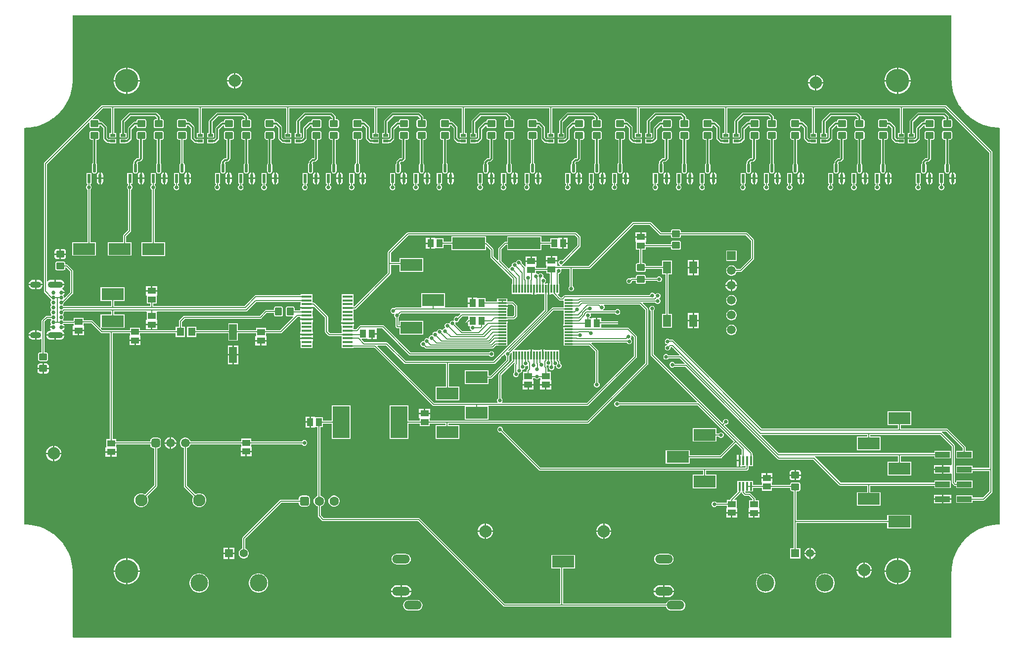
<source format=gbr>
%TF.GenerationSoftware,Altium Limited,Altium Designer,23.6.0 (18)*%
G04 Layer_Physical_Order=1*
G04 Layer_Color=255*
%FSLAX43Y43*%
%MOMM*%
%TF.SameCoordinates,02C31AF8-F4BC-48A1-AB84-B672334353EB*%
%TF.FilePolarity,Positive*%
%TF.FileFunction,Copper,L1,Top,Signal*%
%TF.Part,Single*%
G01*
G75*
%TA.AperFunction,SMDPad,CuDef*%
%ADD10R,3.800X2.030*%
G04:AMPARAMS|DCode=11|XSize=1.4mm|YSize=1.2mm|CornerRadius=0.15mm|HoleSize=0mm|Usage=FLASHONLY|Rotation=180.000|XOffset=0mm|YOffset=0mm|HoleType=Round|Shape=RoundedRectangle|*
%AMROUNDEDRECTD11*
21,1,1.400,0.900,0,0,180.0*
21,1,1.100,1.200,0,0,180.0*
1,1,0.300,-0.550,0.450*
1,1,0.300,0.550,0.450*
1,1,0.300,0.550,-0.450*
1,1,0.300,-0.550,-0.450*
%
%ADD11ROUNDEDRECTD11*%
%ADD12R,1.380X2.100*%
%ADD13R,1.400X1.100*%
%ADD14R,1.100X1.400*%
%ADD15R,5.600X2.100*%
%ADD16R,0.300X1.450*%
%ADD17R,1.450X0.300*%
%ADD18R,0.572X1.574*%
G04:AMPARAMS|DCode=19|XSize=1.574mm|YSize=0.572mm|CornerRadius=0.286mm|HoleSize=0mm|Usage=FLASHONLY|Rotation=90.000|XOffset=0mm|YOffset=0mm|HoleType=Round|Shape=RoundedRectangle|*
%AMROUNDEDRECTD19*
21,1,1.574,0.000,0,0,90.0*
21,1,1.002,0.572,0,0,90.0*
1,1,0.572,0.000,0.501*
1,1,0.572,0.000,-0.501*
1,1,0.572,0.000,-0.501*
1,1,0.572,0.000,0.501*
%
%ADD19ROUNDEDRECTD19*%
%ADD20R,0.850X0.500*%
%ADD21R,1.321X2.718*%
%ADD22R,2.900X5.400*%
%ADD23R,1.725X0.450*%
G04:AMPARAMS|DCode=24|XSize=1.4mm|YSize=1.2mm|CornerRadius=0.15mm|HoleSize=0mm|Usage=FLASHONLY|Rotation=90.000|XOffset=0mm|YOffset=0mm|HoleType=Round|Shape=RoundedRectangle|*
%AMROUNDEDRECTD24*
21,1,1.400,0.900,0,0,90.0*
21,1,1.100,1.200,0,0,90.0*
1,1,0.300,0.450,0.550*
1,1,0.300,0.450,-0.550*
1,1,0.300,-0.450,-0.550*
1,1,0.300,-0.450,0.550*
%
%ADD24ROUNDEDRECTD24*%
%ADD25R,0.432X1.499*%
%ADD26R,2.500X1.000*%
%ADD27R,1.285X1.470*%
%TA.AperFunction,Conductor*%
%ADD28C,0.200*%
%ADD29C,0.300*%
%TA.AperFunction,ComponentPad*%
%ADD30C,0.690*%
%ADD31O,2.600X1.100*%
%ADD32O,1.900X1.100*%
%TA.AperFunction,ViaPad*%
%ADD33C,4.000*%
%TA.AperFunction,ComponentPad*%
%ADD34O,3.016X1.508*%
%ADD35C,3.000*%
%ADD36C,1.398*%
%ADD37R,1.398X1.398*%
G04:AMPARAMS|DCode=38|XSize=1.5mm|YSize=1.5mm|CornerRadius=0.375mm|HoleSize=0mm|Usage=FLASHONLY|Rotation=0.000|XOffset=0mm|YOffset=0mm|HoleType=Round|Shape=RoundedRectangle|*
%AMROUNDEDRECTD38*
21,1,1.500,0.750,0,0,0.0*
21,1,0.750,1.500,0,0,0.0*
1,1,0.750,0.375,-0.375*
1,1,0.750,-0.375,-0.375*
1,1,0.750,-0.375,0.375*
1,1,0.750,0.375,0.375*
%
%ADD38ROUNDEDRECTD38*%
%ADD39C,1.500*%
%ADD40R,1.500X1.500*%
G04:AMPARAMS|DCode=41|XSize=1.6mm|YSize=1.6mm|CornerRadius=0.4mm|HoleSize=0mm|Usage=FLASHONLY|Rotation=0.000|XOffset=0mm|YOffset=0mm|HoleType=Round|Shape=RoundedRectangle|*
%AMROUNDEDRECTD41*
21,1,1.600,0.800,0,0,0.0*
21,1,0.800,1.600,0,0,0.0*
1,1,0.800,0.400,-0.400*
1,1,0.800,-0.400,-0.400*
1,1,0.800,-0.400,0.400*
1,1,0.800,0.400,0.400*
%
%ADD41ROUNDEDRECTD41*%
%ADD42C,1.600*%
%ADD43C,2.100*%
%TA.AperFunction,ViaPad*%
%ADD44C,0.650*%
G36*
X158753Y95107D02*
X158753Y95104D01*
X158753Y95101D01*
X158763Y94706D01*
X158765Y94696D01*
X158764Y94687D01*
X158841Y93900D01*
X158845Y93888D01*
X158845Y93876D01*
X158998Y93100D01*
X159003Y93088D01*
X159004Y93076D01*
X159233Y92319D01*
X159239Y92308D01*
X159242Y92296D01*
X159543Y91565D01*
X159550Y91554D01*
X159554Y91542D01*
X159925Y90845D01*
X159933Y90835D01*
X159938Y90823D01*
X160376Y90165D01*
X160385Y90156D01*
X160391Y90145D01*
X160891Y89533D01*
X160901Y89525D01*
X160908Y89514D01*
X161466Y88954D01*
X161476Y88947D01*
X161484Y88937D01*
X162094Y88434D01*
X162105Y88428D01*
X162114Y88419D01*
X162770Y87978D01*
X162781Y87973D01*
X162791Y87965D01*
X163487Y87590D01*
X163499Y87586D01*
X163510Y87579D01*
X164239Y87274D01*
X164251Y87272D01*
X164262Y87266D01*
X165018Y87033D01*
X165030Y87032D01*
X165042Y87027D01*
X165817Y86869D01*
X165829Y86869D01*
X165841Y86866D01*
X166628Y86785D01*
X166637Y86785D01*
X166646Y86783D01*
X166992Y86773D01*
Y18859D01*
X166646Y18849D01*
X166637Y18847D01*
X166628Y18848D01*
X165841Y18767D01*
X165829Y18763D01*
X165817Y18763D01*
X165042Y18605D01*
X165030Y18601D01*
X165018Y18599D01*
X164262Y18367D01*
X164251Y18361D01*
X164239Y18358D01*
X163510Y18053D01*
X163499Y18046D01*
X163487Y18042D01*
X162791Y17667D01*
X162781Y17659D01*
X162770Y17655D01*
X162114Y17213D01*
X162105Y17204D01*
X162094Y17198D01*
X161484Y16695D01*
X161476Y16685D01*
X161466Y16678D01*
X160908Y16118D01*
X160901Y16108D01*
X160891Y16100D01*
X160391Y15487D01*
X160385Y15476D01*
X160376Y15467D01*
X159938Y14809D01*
X159933Y14798D01*
X159925Y14788D01*
X159554Y14090D01*
X159550Y14078D01*
X159543Y14067D01*
X159242Y13337D01*
X159239Y13324D01*
X159233Y13313D01*
X159004Y12556D01*
X159003Y12544D01*
X158998Y12532D01*
X158845Y11757D01*
X158845Y11744D01*
X158841Y11732D01*
X158764Y10945D01*
X158765Y10936D01*
X158763Y10927D01*
X158753Y10531D01*
X158753Y10528D01*
X158753Y10525D01*
Y-394D01*
X158752Y-400D01*
X158725Y-492D01*
X158633Y-519D01*
X158627Y-519D01*
X8418D01*
X8412Y-519D01*
X8320Y-492D01*
X8293Y-400D01*
X8292Y-394D01*
Y10525D01*
X8292Y10528D01*
X8292Y10531D01*
X8282Y10928D01*
X8280Y10937D01*
X8281Y10947D01*
X8203Y11736D01*
X8200Y11748D01*
Y11761D01*
X8045Y12538D01*
X8040Y12550D01*
X8039Y12563D01*
X7809Y13322D01*
X7803Y13333D01*
X7800Y13345D01*
X7497Y14078D01*
X7490Y14088D01*
X7486Y14100D01*
X7112Y14800D01*
X7104Y14810D01*
X7100Y14821D01*
X6659Y15481D01*
X6650Y15489D01*
X6644Y15501D01*
X6141Y16114D01*
X6131Y16122D01*
X6124Y16132D01*
X5563Y16693D01*
X5553Y16700D01*
X5545Y16710D01*
X4932Y17213D01*
X4921Y17219D01*
X4912Y17228D01*
X4252Y17668D01*
X4241Y17673D01*
X4231Y17681D01*
X3532Y18055D01*
X3520Y18059D01*
X3509Y18066D01*
X2776Y18369D01*
X2764Y18372D01*
X2753Y18378D01*
X1994Y18608D01*
X1981Y18609D01*
X1970Y18614D01*
X1192Y18769D01*
X1179D01*
X1167Y18772D01*
X378Y18850D01*
X369Y18849D01*
X359Y18851D01*
X-8Y18860D01*
Y86772D01*
X359Y86781D01*
X369Y86783D01*
X378Y86782D01*
X1167Y86860D01*
X1179Y86864D01*
X1192D01*
X1970Y87019D01*
X1981Y87023D01*
X1994Y87025D01*
X2753Y87255D01*
X2764Y87261D01*
X2776Y87263D01*
X3509Y87567D01*
X3520Y87574D01*
X3532Y87577D01*
X4231Y87951D01*
X4241Y87959D01*
X4252Y87964D01*
X4912Y88405D01*
X4921Y88414D01*
X4932Y88420D01*
X5545Y88923D01*
X5553Y88932D01*
X5563Y88939D01*
X6124Y89500D01*
X6131Y89511D01*
X6141Y89519D01*
X6644Y90132D01*
X6650Y90143D01*
X6659Y90152D01*
X7100Y90811D01*
X7104Y90823D01*
X7112Y90833D01*
X7486Y91532D01*
X7490Y91544D01*
X7497Y91555D01*
X7800Y92287D01*
X7803Y92300D01*
X7809Y92311D01*
X8039Y93070D01*
X8040Y93082D01*
X8045Y93094D01*
X8200Y93872D01*
Y93884D01*
X8203Y93897D01*
X8281Y94686D01*
X8280Y94695D01*
X8282Y94704D01*
X8292Y95101D01*
X8292Y95104D01*
X8292Y95107D01*
Y106000D01*
X158753D01*
Y95107D01*
D02*
G37*
%LPC*%
G36*
X149747Y97079D02*
X149652D01*
Y94952D01*
X151779D01*
Y95047D01*
X151692Y95482D01*
X151522Y95893D01*
X151276Y96262D01*
X150962Y96576D01*
X150593Y96822D01*
X150182Y96992D01*
X149747Y97079D01*
D02*
G37*
G36*
X149398D02*
X149303D01*
X148868Y96992D01*
X148457Y96822D01*
X148088Y96576D01*
X147774Y96262D01*
X147528Y95893D01*
X147358Y95482D01*
X147271Y95047D01*
Y94952D01*
X149398D01*
Y97079D01*
D02*
G37*
G36*
X36172Y96129D02*
X36127D01*
Y94952D01*
X37304D01*
Y94997D01*
X37215Y95328D01*
X37043Y95626D01*
X36801Y95868D01*
X36503Y96040D01*
X36172Y96129D01*
D02*
G37*
G36*
X35873D02*
X35828D01*
X35497Y96040D01*
X35199Y95868D01*
X34957Y95626D01*
X34785Y95328D01*
X34696Y94997D01*
Y94952D01*
X35873D01*
Y96129D01*
D02*
G37*
G36*
X17747Y97079D02*
X17652D01*
Y94952D01*
X19779D01*
Y95047D01*
X19692Y95482D01*
X19522Y95893D01*
X19276Y96262D01*
X18962Y96576D01*
X18593Y96822D01*
X18182Y96992D01*
X17747Y97079D01*
D02*
G37*
G36*
X17398D02*
X17303D01*
X16868Y96992D01*
X16457Y96822D01*
X16088Y96576D01*
X15774Y96262D01*
X15528Y95893D01*
X15358Y95482D01*
X15271Y95047D01*
Y94952D01*
X17398D01*
Y97079D01*
D02*
G37*
G36*
X135672Y95804D02*
X135627D01*
Y94627D01*
X136804D01*
Y94672D01*
X136715Y95003D01*
X136543Y95301D01*
X136301Y95543D01*
X136003Y95715D01*
X135672Y95804D01*
D02*
G37*
G36*
X135373D02*
X135328D01*
X134997Y95715D01*
X134699Y95543D01*
X134457Y95301D01*
X134285Y95003D01*
X134196Y94672D01*
Y94627D01*
X135373D01*
Y95804D01*
D02*
G37*
G36*
X37304Y94698D02*
X36127D01*
Y93521D01*
X36172D01*
X36503Y93610D01*
X36801Y93782D01*
X37043Y94024D01*
X37215Y94322D01*
X37304Y94653D01*
Y94698D01*
D02*
G37*
G36*
X35873D02*
X34696D01*
Y94653D01*
X34785Y94322D01*
X34957Y94024D01*
X35199Y93782D01*
X35497Y93610D01*
X35828Y93521D01*
X35873D01*
Y94698D01*
D02*
G37*
G36*
X136804Y94373D02*
X135627D01*
Y93196D01*
X135672D01*
X136003Y93285D01*
X136301Y93457D01*
X136543Y93699D01*
X136715Y93997D01*
X136804Y94328D01*
Y94373D01*
D02*
G37*
G36*
X135373D02*
X134196D01*
Y94328D01*
X134285Y93997D01*
X134457Y93699D01*
X134699Y93457D01*
X134997Y93285D01*
X135328Y93196D01*
X135373D01*
Y94373D01*
D02*
G37*
G36*
X151779Y94698D02*
X149652D01*
Y92571D01*
X149747D01*
X150182Y92658D01*
X150593Y92828D01*
X150962Y93074D01*
X151276Y93388D01*
X151522Y93757D01*
X151692Y94168D01*
X151779Y94603D01*
Y94698D01*
D02*
G37*
G36*
X149398D02*
X147271D01*
Y94603D01*
X147358Y94168D01*
X147528Y93757D01*
X147774Y93388D01*
X148088Y93074D01*
X148457Y92828D01*
X148868Y92658D01*
X149303Y92571D01*
X149398D01*
Y94698D01*
D02*
G37*
G36*
X19779D02*
X17652D01*
Y92571D01*
X17747D01*
X18182Y92658D01*
X18593Y92828D01*
X18962Y93074D01*
X19276Y93388D01*
X19522Y93757D01*
X19692Y94168D01*
X19779Y94603D01*
Y94698D01*
D02*
G37*
G36*
X17398D02*
X15271D01*
Y94603D01*
X15358Y94168D01*
X15528Y93757D01*
X15774Y93388D01*
X16088Y93074D01*
X16457Y92828D01*
X16868Y92658D01*
X17303Y92571D01*
X17398D01*
Y94698D01*
D02*
G37*
G36*
X157702Y90668D02*
X157702Y90668D01*
X13342D01*
X13342Y90668D01*
X13244Y90649D01*
X13161Y90593D01*
X13161Y90593D01*
X3388Y80820D01*
X3333Y80737D01*
X3313Y80639D01*
X3313Y80639D01*
Y58806D01*
X3313Y58806D01*
X3333Y58708D01*
X3388Y58625D01*
X4459Y57554D01*
X4505Y57444D01*
X4566Y57383D01*
X4640Y57300D01*
X4566Y57217D01*
X4505Y57156D01*
X4429Y56974D01*
Y56776D01*
X4505Y56594D01*
X4566Y56533D01*
X4640Y56450D01*
X4566Y56367D01*
X4505Y56306D01*
X4429Y56124D01*
Y55926D01*
X4505Y55744D01*
X4566Y55683D01*
X4640Y55600D01*
X4566Y55517D01*
X4505Y55456D01*
X4429Y55274D01*
Y55076D01*
X4505Y54894D01*
X4566Y54833D01*
X4640Y54750D01*
X4566Y54667D01*
X4505Y54606D01*
X4494Y54581D01*
X3825D01*
X3727Y54561D01*
X3644Y54506D01*
X3644Y54506D01*
X3019Y53881D01*
X2964Y53798D01*
X2944Y53700D01*
X2944Y53700D01*
Y51966D01*
X2817Y51903D01*
X2720Y51977D01*
X2525Y52058D01*
X2315Y52086D01*
X2042D01*
Y51275D01*
Y50464D01*
X2315D01*
X2525Y50492D01*
X2720Y50573D01*
X2817Y50647D01*
X2944Y50584D01*
Y48307D01*
X2650D01*
X2533Y48284D01*
X2433Y48217D01*
X2366Y48117D01*
X2343Y48000D01*
Y47100D01*
X2366Y46983D01*
X2433Y46883D01*
X2533Y46816D01*
X2650Y46793D01*
X3750D01*
X3867Y46816D01*
X3967Y46883D01*
X4034Y46983D01*
X4057Y47100D01*
Y48000D01*
X4034Y48117D01*
X3967Y48217D01*
X3867Y48284D01*
X3750Y48307D01*
X3456D01*
Y53594D01*
X3931Y54069D01*
X4494D01*
X4505Y54044D01*
X4566Y53983D01*
X4640Y53900D01*
X4566Y53817D01*
X4505Y53756D01*
X4429Y53574D01*
Y53376D01*
X4505Y53194D01*
X4576Y53123D01*
X4417Y52964D01*
X4329Y52752D01*
X4925D01*
Y52498D01*
X4329D01*
X4417Y52286D01*
X4495Y52208D01*
X4450Y52073D01*
X4335Y52058D01*
X4140Y51977D01*
X3972Y51848D01*
X3843Y51680D01*
X3762Y51485D01*
X3751Y51402D01*
X6839D01*
X6828Y51485D01*
X6747Y51680D01*
X6618Y51848D01*
X6506Y51935D01*
X6523Y52079D01*
X6614Y52117D01*
X6783Y52286D01*
X6871Y52498D01*
X6275D01*
Y52752D01*
X6871D01*
X6783Y52964D01*
X6624Y53123D01*
X6696Y53194D01*
X6706Y53219D01*
X8399D01*
Y52829D01*
X8296D01*
Y52152D01*
X9250D01*
X10204D01*
Y52829D01*
X10101D01*
Y53269D01*
X11437D01*
X13057Y51649D01*
X13057Y51649D01*
X13140Y51594D01*
X13238Y51574D01*
X13238Y51574D01*
X14578D01*
Y33448D01*
X13983D01*
Y32051D01*
X13880D01*
Y31374D01*
X14834D01*
X15788D01*
Y32051D01*
X15685D01*
Y32544D01*
X21549D01*
Y32425D01*
X21590Y32220D01*
X21706Y32046D01*
X21880Y31930D01*
X22085Y31889D01*
X22204D01*
Y25566D01*
X20650Y24012D01*
X20464Y24119D01*
X20158Y24201D01*
X19842D01*
X19536Y24119D01*
X19263Y23961D01*
X19039Y23737D01*
X18881Y23464D01*
X18799Y23158D01*
Y22842D01*
X18881Y22536D01*
X19039Y22263D01*
X19263Y22039D01*
X19536Y21881D01*
X19842Y21799D01*
X20158D01*
X20464Y21881D01*
X20737Y22039D01*
X20961Y22263D01*
X21119Y22536D01*
X21201Y22842D01*
Y23158D01*
X21119Y23464D01*
X21012Y23650D01*
X22641Y25279D01*
X22641Y25279D01*
X22696Y25362D01*
X22716Y25460D01*
Y31889D01*
X22835D01*
X23040Y31930D01*
X23214Y32046D01*
X23330Y32220D01*
X23371Y32425D01*
Y33175D01*
X23330Y33380D01*
X23214Y33554D01*
X23040Y33670D01*
X22835Y33711D01*
X22085D01*
X21880Y33670D01*
X21706Y33554D01*
X21590Y33380D01*
X21549Y33175D01*
Y33056D01*
X15685D01*
Y33448D01*
X15089D01*
Y51574D01*
X18099D01*
Y51134D01*
X17996D01*
Y50457D01*
X19904D01*
Y51134D01*
X19801D01*
Y51569D01*
X20978D01*
X20981Y51568D01*
X20981Y51568D01*
X22589D01*
X22589Y51568D01*
X22593Y51569D01*
X25893D01*
Y50939D01*
X27480D01*
Y52711D01*
X26942D01*
Y53549D01*
X27463Y54069D01*
X40397D01*
X40397Y54069D01*
X40495Y54089D01*
X40578Y54144D01*
X41491Y55057D01*
X42743D01*
Y54763D01*
X42766Y54646D01*
X42833Y54546D01*
X42933Y54480D01*
X43050Y54456D01*
X43950D01*
X44067Y54480D01*
X44167Y54546D01*
X44234Y54646D01*
X44257Y54763D01*
Y55863D01*
X44234Y55981D01*
X44167Y56080D01*
X44067Y56147D01*
X43950Y56170D01*
X43050D01*
X42933Y56147D01*
X42833Y56080D01*
X42766Y55981D01*
X42743Y55863D01*
Y55569D01*
X41385D01*
X41288Y55550D01*
X41204Y55494D01*
X41204Y55494D01*
X40291Y54581D01*
X27357D01*
X27357Y54581D01*
X27259Y54561D01*
X27176Y54506D01*
X27176Y54506D01*
X26505Y53836D01*
X26450Y53753D01*
X26430Y53655D01*
X26430Y53655D01*
Y52711D01*
X25893D01*
Y52081D01*
X22590D01*
X22590Y52081D01*
X22587Y52080D01*
X20984D01*
X20981Y52081D01*
X20981Y52081D01*
X19801D01*
Y52531D01*
X18099D01*
Y52086D01*
X13344D01*
X13054Y52376D01*
X13107Y52503D01*
X13132Y52503D01*
X13132D01*
X13137Y52503D01*
X17140D01*
Y54835D01*
X15345D01*
Y55319D01*
X20825D01*
X20934Y55276D01*
Y53879D01*
X20831D01*
Y53202D01*
X22739D01*
Y53879D01*
X22636D01*
Y55276D01*
X22746Y55319D01*
X37961D01*
X37961Y55319D01*
X38059Y55339D01*
X38142Y55394D01*
X39717Y56969D01*
X47312D01*
Y56404D01*
X47209D01*
Y56052D01*
X48326D01*
X49443D01*
Y56125D01*
X49560Y56173D01*
X51482Y54251D01*
Y51825D01*
X51482Y51825D01*
X51501Y51727D01*
X51557Y51644D01*
X52007Y51194D01*
X52007Y51194D01*
X52090Y51139D01*
X52188Y51119D01*
X52188Y51119D01*
X54336D01*
Y50349D01*
Y49699D01*
Y49049D01*
X56363D01*
Y49169D01*
X59927D01*
X69893Y39203D01*
X69893Y39203D01*
X69976Y39148D01*
X70074Y39128D01*
X75390D01*
Y36811D01*
X79492D01*
Y39128D01*
X96424D01*
X96424Y39128D01*
X96522Y39148D01*
X96605Y39203D01*
X104773Y47371D01*
X104773Y47371D01*
X104828Y47454D01*
X104847Y47552D01*
X104847Y47552D01*
Y50998D01*
X104847Y50998D01*
X104828Y51096D01*
X104773Y51179D01*
X104773Y51179D01*
X103520Y52431D01*
X103437Y52486D01*
X103339Y52506D01*
X103339Y52506D01*
X98804D01*
Y53093D01*
X101884D01*
X101982Y53113D01*
X102065Y53168D01*
X102120Y53251D01*
X102140Y53349D01*
X102120Y53447D01*
X102065Y53530D01*
X101982Y53585D01*
X101884Y53605D01*
X98804D01*
Y54204D01*
X98127D01*
Y53250D01*
X97873D01*
Y54204D01*
X97196D01*
Y54101D01*
X96756D01*
Y54259D01*
X96770Y54265D01*
X96903Y54399D01*
X96976Y54574D01*
Y54763D01*
X96936Y54860D01*
X97021Y54987D01*
X101145D01*
X101151Y54973D01*
X101285Y54839D01*
X101460Y54767D01*
X101649D01*
X101824Y54839D01*
X101958Y54973D01*
X102030Y55148D01*
Y55338D01*
X101958Y55513D01*
X101824Y55646D01*
X101649Y55719D01*
X101460D01*
X101285Y55646D01*
X101151Y55513D01*
X101145Y55499D01*
X99118D01*
X99093Y55626D01*
X99118Y55636D01*
X99252Y55770D01*
X99324Y55945D01*
Y56135D01*
X99252Y56309D01*
X99194Y56367D01*
X99247Y56494D01*
X105364D01*
X106290Y55568D01*
Y46492D01*
X96404Y36606D01*
X69376D01*
Y37046D01*
X69479D01*
Y37723D01*
X68525D01*
X67571D01*
Y37046D01*
X67674D01*
Y36606D01*
X65751D01*
Y39201D01*
X62549D01*
Y33499D01*
X65751D01*
Y36094D01*
X67674D01*
Y35649D01*
X69376D01*
Y36094D01*
X72110D01*
Y35842D01*
X70374D01*
Y33510D01*
X74476D01*
Y35842D01*
X72622D01*
Y36094D01*
X96510D01*
X96510Y36094D01*
X96608Y36114D01*
X96691Y36169D01*
X106727Y46205D01*
X106782Y46288D01*
X106802Y46386D01*
X106802Y46386D01*
Y55674D01*
X106782Y55772D01*
X106727Y55855D01*
X106727Y55855D01*
X105849Y56733D01*
X105898Y56850D01*
X108022D01*
X108027Y56836D01*
X108161Y56702D01*
X108336Y56630D01*
X108526D01*
X108700Y56702D01*
X108834Y56836D01*
X108907Y57011D01*
Y57201D01*
X108834Y57375D01*
X108739Y57471D01*
X108714Y57551D01*
X108739Y57631D01*
X108834Y57727D01*
X108907Y57902D01*
Y58091D01*
X108834Y58266D01*
X108700Y58400D01*
X108526Y58473D01*
X108336D01*
X108161Y58400D01*
X108067Y58306D01*
X107927Y58320D01*
X107919Y58324D01*
X107789Y58454D01*
X107614Y58527D01*
X107425D01*
X107250Y58454D01*
X107116Y58320D01*
X107044Y58145D01*
Y58082D01*
X92546D01*
X92546Y58082D01*
X92448Y58062D01*
X92365Y58007D01*
X92365Y58007D01*
X92089Y57731D01*
X91807D01*
X91331Y58207D01*
X91380Y58324D01*
X91551D01*
Y60076D01*
X91506D01*
Y61794D01*
X91558D01*
X91733Y61867D01*
X91866Y62001D01*
X91939Y62176D01*
Y62365D01*
X91898Y62464D01*
X91982Y62591D01*
X93387D01*
Y59655D01*
X93373Y59650D01*
X93239Y59516D01*
X93167Y59341D01*
Y59151D01*
X93239Y58976D01*
X93373Y58843D01*
X93548Y58770D01*
X93738D01*
X93913Y58843D01*
X94047Y58976D01*
X94119Y59151D01*
Y59341D01*
X94047Y59516D01*
X93913Y59650D01*
X93899Y59655D01*
Y62591D01*
X96720D01*
X96720Y62590D01*
X96818Y62610D01*
X96901Y62665D01*
X104372Y70136D01*
X107049D01*
X108783Y68402D01*
X108783Y68402D01*
X108866Y68346D01*
X108964Y68327D01*
X110701D01*
Y68205D01*
X110725Y68088D01*
X110791Y67988D01*
X110891Y67922D01*
X111008Y67898D01*
X112108D01*
X112226Y67922D01*
X112325Y67988D01*
X112392Y68088D01*
X112415Y68205D01*
Y68327D01*
X123521D01*
X124433Y67415D01*
Y64475D01*
X122548Y62589D01*
X121931D01*
X121906Y62681D01*
X121788Y62887D01*
X121620Y63054D01*
X121415Y63173D01*
X121185Y63234D01*
X120948D01*
X120719Y63173D01*
X120514Y63054D01*
X120346Y62887D01*
X120227Y62681D01*
X120166Y62452D01*
Y62215D01*
X120227Y61986D01*
X120346Y61780D01*
X120514Y61612D01*
X120719Y61494D01*
X120948Y61432D01*
X121185D01*
X121415Y61494D01*
X121620Y61612D01*
X121788Y61780D01*
X121906Y61986D01*
X121931Y62077D01*
X122654D01*
X122654Y62077D01*
X122752Y62097D01*
X122835Y62152D01*
X124870Y64188D01*
X124870Y64188D01*
X124926Y64271D01*
X124945Y64369D01*
X124945Y64369D01*
Y67521D01*
X124945Y67521D01*
X124926Y67619D01*
X124870Y67702D01*
X124870Y67702D01*
X123808Y68764D01*
X123725Y68819D01*
X123627Y68839D01*
X123627Y68839D01*
X112415D01*
Y69105D01*
X112392Y69223D01*
X112325Y69322D01*
X112226Y69389D01*
X112108Y69412D01*
X111008D01*
X110891Y69389D01*
X110791Y69322D01*
X110725Y69223D01*
X110701Y69105D01*
Y68839D01*
X109070D01*
X107336Y70573D01*
X107253Y70628D01*
X107155Y70648D01*
X107155Y70648D01*
X104228D01*
X104228Y70648D01*
X104130Y70628D01*
X104047Y70573D01*
X104047Y70573D01*
X104011Y70537D01*
X103955Y70454D01*
X103953Y70441D01*
X96614Y63102D01*
X93654D01*
X93654Y63102D01*
X93654Y63102D01*
X92058D01*
X92033Y63229D01*
X92145Y63276D01*
X92279Y63409D01*
X92331Y63536D01*
X92403Y63584D01*
X95181Y66363D01*
X95181Y66363D01*
X95236Y66446D01*
X95256Y66543D01*
X95256Y66543D01*
Y67999D01*
X95236Y68097D01*
X95181Y68180D01*
X95181Y68180D01*
X94561Y68800D01*
X94478Y68856D01*
X94380Y68875D01*
X94380Y68875D01*
X65671D01*
X65671Y68875D01*
X65573Y68856D01*
X65490Y68800D01*
X65490Y68800D01*
X62310Y65620D01*
X62255Y65537D01*
X62235Y65439D01*
X62235Y65439D01*
Y63548D01*
X62235Y63548D01*
X62235Y63548D01*
Y61927D01*
X56491Y56182D01*
X56363Y56184D01*
Y56849D01*
Y57499D01*
Y58251D01*
X54336D01*
Y57499D01*
Y56849D01*
Y56199D01*
Y55549D01*
Y54899D01*
Y53804D01*
X54234D01*
Y53452D01*
X55350D01*
X56466D01*
Y53804D01*
X56363D01*
Y54899D01*
Y55669D01*
X56595D01*
X56595Y55669D01*
X56693Y55689D01*
X56776Y55744D01*
X62672Y61640D01*
X62728Y61723D01*
X62747Y61821D01*
X62747Y61821D01*
Y63272D01*
X64210D01*
Y62110D01*
X68312D01*
Y64442D01*
X64210D01*
Y63783D01*
X62747D01*
Y65333D01*
X65777Y68363D01*
X94274D01*
X94744Y67893D01*
Y66649D01*
X92161Y64066D01*
X92145Y64083D01*
X91970Y64155D01*
X91780D01*
X91605Y64083D01*
X91471Y63949D01*
X91399Y63774D01*
Y63584D01*
X91471Y63409D01*
X91605Y63276D01*
X91717Y63229D01*
X91692Y63102D01*
X91265D01*
X91204Y63204D01*
Y63881D01*
X90250D01*
X89296D01*
Y63204D01*
X89399D01*
Y62764D01*
X87601D01*
Y63121D01*
X87704D01*
Y63798D01*
X86750D01*
X85796D01*
Y63141D01*
X85692Y63065D01*
X85150Y63607D01*
Y63774D01*
X85078Y63949D01*
X84944Y64083D01*
X84769Y64155D01*
X84579D01*
X84404Y64083D01*
X84270Y63949D01*
X84201Y63781D01*
X84087Y63718D01*
X84050Y63734D01*
X83861D01*
X83686Y63661D01*
X83552Y63528D01*
X83479Y63353D01*
Y63163D01*
X83418Y63071D01*
X83411D01*
X83236Y62999D01*
X83102Y62865D01*
X83049Y62737D01*
X82912Y62695D01*
X81650Y63956D01*
Y65932D01*
X82462Y66744D01*
X82649D01*
Y65799D01*
X88551D01*
Y66744D01*
X90049D01*
Y66149D01*
X91446D01*
Y66046D01*
X92123D01*
Y67000D01*
Y67954D01*
X91446D01*
Y67851D01*
X90049D01*
Y67256D01*
X88551D01*
Y68201D01*
X82649D01*
Y67256D01*
X82356D01*
X82259Y67236D01*
X82175Y67181D01*
X82175Y67181D01*
X81213Y66219D01*
X81158Y66136D01*
X81138Y66038D01*
X81138Y66038D01*
Y64104D01*
X81021Y64055D01*
X80306Y64771D01*
Y65924D01*
X80286Y66022D01*
X80231Y66105D01*
X80231Y66105D01*
X79264Y67072D01*
X79181Y67127D01*
X79083Y67147D01*
X79051Y67267D01*
Y68201D01*
X73149D01*
Y67256D01*
X71751D01*
Y67851D01*
X70354D01*
Y67954D01*
X69677D01*
Y67000D01*
Y66046D01*
X70354D01*
Y66149D01*
X71751D01*
Y66744D01*
X73149D01*
Y65799D01*
X79051D01*
Y66395D01*
X79168Y66444D01*
X79794Y65818D01*
Y64665D01*
X79794Y64665D01*
X79813Y64567D01*
X79869Y64484D01*
X83494Y60858D01*
Y60076D01*
X83449D01*
Y58324D01*
X86846D01*
Y58221D01*
X87123D01*
Y59200D01*
X87377D01*
Y58221D01*
X87654D01*
Y58324D01*
X88994D01*
Y55552D01*
X80262Y46819D01*
X72330D01*
X72330Y46819D01*
X72330Y46819D01*
X65346D01*
X62208Y49957D01*
X62125Y50012D01*
X62027Y50032D01*
X62027Y50032D01*
X58225D01*
X57725Y50532D01*
X57774Y50649D01*
X58696D01*
Y50546D01*
X59373D01*
Y51500D01*
X59500D01*
Y51627D01*
X60304D01*
Y52419D01*
X61289D01*
X65859Y47849D01*
X65942Y47794D01*
X66040Y47774D01*
X66040Y47774D01*
X79546D01*
X79552Y47760D01*
X79686Y47626D01*
X79861Y47554D01*
X80050D01*
X80225Y47626D01*
X80359Y47760D01*
X80431Y47935D01*
Y48125D01*
X80359Y48300D01*
X80225Y48434D01*
X80050Y48506D01*
X79861D01*
X79686Y48434D01*
X79552Y48300D01*
X79546Y48286D01*
X66146D01*
X61576Y52856D01*
X61493Y52911D01*
X61395Y52931D01*
X61395Y52931D01*
X57570D01*
X57570Y52931D01*
X57472Y52911D01*
X57389Y52856D01*
X57389Y52856D01*
X56814Y52281D01*
X56363D01*
Y52846D01*
X56466D01*
Y53198D01*
X55350D01*
X54234D01*
Y52846D01*
X54336D01*
Y51631D01*
X52293D01*
X51994Y51931D01*
Y54357D01*
X51994Y54357D01*
X51974Y54455D01*
X51919Y54538D01*
X51919Y54538D01*
X49701Y56756D01*
X49618Y56811D01*
X49520Y56831D01*
X49520Y56831D01*
X49340D01*
Y57499D01*
Y58251D01*
X47312D01*
Y58131D01*
X39625D01*
X39625Y58131D01*
X39527Y58111D01*
X39444Y58056D01*
X39444Y58056D01*
X37669Y56281D01*
X22041D01*
Y56650D01*
X22636D01*
Y58047D01*
X22739D01*
Y58724D01*
X21785D01*
X20831D01*
Y58047D01*
X20934D01*
Y56650D01*
X21529D01*
Y56281D01*
X15345D01*
Y57130D01*
X17140D01*
Y59461D01*
X13038D01*
Y57130D01*
X14834D01*
Y56281D01*
X6706D01*
X6696Y56306D01*
X6634Y56367D01*
X6560Y56450D01*
X6634Y56533D01*
X6696Y56594D01*
X6771Y56776D01*
Y56809D01*
X8281Y58319D01*
X8281Y58319D01*
X8336Y58402D01*
X8356Y58500D01*
X8356Y58500D01*
Y62256D01*
X8336Y62354D01*
X8281Y62437D01*
X8281Y62437D01*
X7410Y63308D01*
X7327Y63363D01*
X7229Y63383D01*
X7229Y63383D01*
X6984D01*
Y63577D01*
X6961Y63694D01*
X6894Y63794D01*
X6794Y63861D01*
X6677Y63884D01*
X5577D01*
X5460Y63861D01*
X5360Y63794D01*
X5293Y63694D01*
X5270Y63577D01*
Y62677D01*
X5293Y62560D01*
X5360Y62460D01*
X5460Y62393D01*
X5577Y62370D01*
X6677D01*
X6794Y62393D01*
X6894Y62460D01*
X6961Y62560D01*
X6984Y62677D01*
Y62871D01*
X7123D01*
X7844Y62150D01*
Y58606D01*
X6898Y57660D01*
X6771Y57713D01*
Y57824D01*
X6696Y58006D01*
X6624Y58077D01*
X6783Y58236D01*
X6871Y58448D01*
X6275D01*
Y58702D01*
X6871D01*
X6783Y58914D01*
X6614Y59083D01*
X6523Y59121D01*
X6506Y59265D01*
X6618Y59352D01*
X6747Y59520D01*
X6828Y59715D01*
X6839Y59798D01*
X5295D01*
Y59925D01*
X5168D01*
Y60736D01*
X4545D01*
X4335Y60708D01*
X4140Y60627D01*
X3972Y60498D01*
X3952Y60473D01*
X3825Y60516D01*
Y80533D01*
X11026Y87734D01*
X11143Y87685D01*
Y87050D01*
X11166Y86933D01*
X11233Y86833D01*
X11333Y86766D01*
X11450Y86743D01*
X12550D01*
X12667Y86766D01*
X12767Y86833D01*
X12834Y86933D01*
X12857Y87050D01*
Y87193D01*
X13040D01*
X13504Y86730D01*
Y84957D01*
X13527Y84839D01*
X13594Y84740D01*
X14050Y84283D01*
X14150Y84216D01*
X14267Y84193D01*
X14549D01*
Y84099D01*
X15701D01*
Y84901D01*
X14549D01*
Y84807D01*
X14394D01*
X14118Y85084D01*
Y86857D01*
X14094Y86974D01*
X14028Y87074D01*
X13384Y87717D01*
X13285Y87784D01*
X13167Y87807D01*
X12857D01*
Y87950D01*
X12834Y88067D01*
X12767Y88167D01*
X12667Y88234D01*
X12550Y88257D01*
X11715D01*
X11666Y88374D01*
X13448Y90156D01*
X14869D01*
Y85901D01*
X14549D01*
Y85099D01*
X15701D01*
Y85901D01*
X15381D01*
Y90156D01*
X29869D01*
Y85901D01*
X29549D01*
Y85099D01*
X30701D01*
Y85901D01*
X30381D01*
Y90156D01*
X44869D01*
Y85901D01*
X44549D01*
Y85099D01*
X45701D01*
Y85901D01*
X45381D01*
Y90156D01*
X59869D01*
Y85901D01*
X59549D01*
Y85099D01*
X60701D01*
Y85901D01*
X60381D01*
Y90156D01*
X74869D01*
Y85901D01*
X74549D01*
Y85099D01*
X75701D01*
Y85901D01*
X75381D01*
Y90156D01*
X89869D01*
Y85901D01*
X89549D01*
Y85099D01*
X90701D01*
Y85901D01*
X90381D01*
Y90156D01*
X104869D01*
Y85901D01*
X104549D01*
Y85099D01*
X105701D01*
Y85901D01*
X105381D01*
Y90156D01*
X119869D01*
Y85901D01*
X119549D01*
Y85099D01*
X120701D01*
Y85901D01*
X120381D01*
Y90156D01*
X134869D01*
Y85901D01*
X134549D01*
Y85099D01*
X135701D01*
Y85901D01*
X135381D01*
Y90156D01*
X149869D01*
Y85901D01*
X149549D01*
Y85099D01*
X150701D01*
Y85901D01*
X150381D01*
Y90156D01*
X157596D01*
X165244Y82508D01*
Y28526D01*
X162331D01*
Y28921D01*
X159529D01*
Y27619D01*
X162331D01*
Y28014D01*
X165244D01*
Y24540D01*
X164150Y23446D01*
X162331D01*
Y23841D01*
X159529D01*
Y22539D01*
X162331D01*
Y22934D01*
X164256D01*
X164256Y22934D01*
X164354Y22954D01*
X164437Y23009D01*
X165681Y24253D01*
X165681Y24253D01*
X165736Y24336D01*
X165756Y24434D01*
X165756Y24434D01*
Y28270D01*
Y82614D01*
X165756Y82614D01*
X165736Y82712D01*
X165681Y82795D01*
X165681Y82795D01*
X157883Y90593D01*
X157800Y90649D01*
X157702Y90668D01*
D02*
G37*
G36*
X157523Y89375D02*
X153050D01*
X152933Y89351D01*
X152833Y89285D01*
X151658Y88110D01*
X151591Y88010D01*
X151568Y87893D01*
Y85901D01*
X151299D01*
Y85099D01*
X152451D01*
Y85901D01*
X152182D01*
Y87766D01*
X153177Y88761D01*
X157396D01*
X157693Y88464D01*
Y88257D01*
X157450D01*
X157333Y88234D01*
X157233Y88167D01*
X157166Y88067D01*
X157143Y87950D01*
Y87050D01*
X157166Y86933D01*
X157233Y86833D01*
X157333Y86766D01*
X157450Y86743D01*
X158550D01*
X158667Y86766D01*
X158767Y86833D01*
X158834Y86933D01*
X158857Y87050D01*
Y87950D01*
X158834Y88067D01*
X158767Y88167D01*
X158667Y88234D01*
X158550Y88257D01*
X158307D01*
Y88591D01*
X158284Y88708D01*
X158217Y88808D01*
X157740Y89285D01*
X157640Y89351D01*
X157523Y89375D01*
D02*
G37*
G36*
X155550Y88257D02*
X154450D01*
X154333Y88234D01*
X154233Y88167D01*
X154166Y88067D01*
X154143Y87950D01*
Y87807D01*
X153887D01*
X153770Y87784D01*
X153670Y87717D01*
X152810Y86857D01*
X152744Y86758D01*
X152720Y86640D01*
Y85070D01*
X152570Y84920D01*
X152451Y84901D01*
Y84901D01*
X151299D01*
Y84099D01*
X152451D01*
Y84193D01*
X152584D01*
X152702Y84216D01*
X152801Y84283D01*
X153244Y84726D01*
X153311Y84825D01*
X153334Y84943D01*
Y86513D01*
X154014Y87193D01*
X154143D01*
Y87050D01*
X154166Y86933D01*
X154233Y86833D01*
X154333Y86766D01*
X154450Y86743D01*
X155550D01*
X155667Y86766D01*
X155767Y86833D01*
X155834Y86933D01*
X155857Y87050D01*
Y87950D01*
X155834Y88067D01*
X155767Y88167D01*
X155667Y88234D01*
X155550Y88257D01*
D02*
G37*
G36*
X142523Y89375D02*
X138050D01*
X137933Y89351D01*
X137833Y89285D01*
X136658Y88110D01*
X136591Y88010D01*
X136568Y87893D01*
Y85901D01*
X136299D01*
Y85099D01*
X137451D01*
Y85901D01*
X137182D01*
Y87766D01*
X138177Y88761D01*
X142396D01*
X142693Y88464D01*
Y88257D01*
X142450D01*
X142333Y88234D01*
X142233Y88167D01*
X142166Y88067D01*
X142143Y87950D01*
Y87050D01*
X142166Y86933D01*
X142233Y86833D01*
X142333Y86766D01*
X142450Y86743D01*
X143550D01*
X143667Y86766D01*
X143767Y86833D01*
X143834Y86933D01*
X143857Y87050D01*
Y87950D01*
X143834Y88067D01*
X143767Y88167D01*
X143667Y88234D01*
X143550Y88257D01*
X143307D01*
Y88591D01*
X143284Y88708D01*
X143217Y88808D01*
X142740Y89285D01*
X142640Y89351D01*
X142523Y89375D01*
D02*
G37*
G36*
X140550Y88257D02*
X139450D01*
X139333Y88234D01*
X139233Y88167D01*
X139166Y88067D01*
X139143Y87950D01*
Y87807D01*
X138887D01*
X138770Y87784D01*
X138670Y87717D01*
X137810Y86857D01*
X137744Y86758D01*
X137720Y86640D01*
Y85070D01*
X137570Y84920D01*
X137451Y84901D01*
Y84901D01*
X136299D01*
Y84099D01*
X137451D01*
Y84193D01*
X137584D01*
X137702Y84216D01*
X137801Y84283D01*
X138244Y84726D01*
X138311Y84825D01*
X138334Y84943D01*
Y86513D01*
X139014Y87193D01*
X139143D01*
Y87050D01*
X139166Y86933D01*
X139233Y86833D01*
X139333Y86766D01*
X139450Y86743D01*
X140550D01*
X140667Y86766D01*
X140767Y86833D01*
X140834Y86933D01*
X140857Y87050D01*
Y87950D01*
X140834Y88067D01*
X140767Y88167D01*
X140667Y88234D01*
X140550Y88257D01*
D02*
G37*
G36*
X127523Y89375D02*
X123050D01*
X122933Y89351D01*
X122833Y89285D01*
X121658Y88110D01*
X121591Y88010D01*
X121568Y87893D01*
Y85901D01*
X121299D01*
Y85099D01*
X122451D01*
Y85901D01*
X122182D01*
Y87766D01*
X123177Y88761D01*
X127396D01*
X127693Y88464D01*
Y88257D01*
X127450D01*
X127333Y88234D01*
X127233Y88167D01*
X127166Y88067D01*
X127143Y87950D01*
Y87050D01*
X127166Y86933D01*
X127233Y86833D01*
X127333Y86766D01*
X127450Y86743D01*
X128550D01*
X128667Y86766D01*
X128767Y86833D01*
X128834Y86933D01*
X128857Y87050D01*
Y87950D01*
X128834Y88067D01*
X128767Y88167D01*
X128667Y88234D01*
X128550Y88257D01*
X128307D01*
Y88591D01*
X128284Y88708D01*
X128217Y88808D01*
X127740Y89285D01*
X127640Y89351D01*
X127523Y89375D01*
D02*
G37*
G36*
X125550Y88257D02*
X124450D01*
X124333Y88234D01*
X124233Y88167D01*
X124166Y88067D01*
X124143Y87950D01*
Y87807D01*
X123887D01*
X123770Y87784D01*
X123670Y87717D01*
X122810Y86857D01*
X122744Y86758D01*
X122720Y86640D01*
Y85070D01*
X122570Y84920D01*
X122451Y84901D01*
Y84901D01*
X121299D01*
Y84099D01*
X122451D01*
Y84193D01*
X122584D01*
X122702Y84216D01*
X122801Y84283D01*
X123244Y84726D01*
X123311Y84825D01*
X123334Y84943D01*
Y86513D01*
X124014Y87193D01*
X124143D01*
Y87050D01*
X124166Y86933D01*
X124233Y86833D01*
X124333Y86766D01*
X124450Y86743D01*
X125550D01*
X125667Y86766D01*
X125767Y86833D01*
X125834Y86933D01*
X125857Y87050D01*
Y87950D01*
X125834Y88067D01*
X125767Y88167D01*
X125667Y88234D01*
X125550Y88257D01*
D02*
G37*
G36*
X112523Y89375D02*
X108050D01*
X107933Y89351D01*
X107833Y89285D01*
X106658Y88110D01*
X106591Y88010D01*
X106568Y87893D01*
Y85901D01*
X106299D01*
Y85099D01*
X107451D01*
Y85901D01*
X107182D01*
Y87766D01*
X108177Y88761D01*
X112396D01*
X112693Y88464D01*
Y88257D01*
X112450D01*
X112333Y88234D01*
X112233Y88167D01*
X112166Y88067D01*
X112143Y87950D01*
Y87050D01*
X112166Y86933D01*
X112233Y86833D01*
X112333Y86766D01*
X112450Y86743D01*
X113550D01*
X113667Y86766D01*
X113767Y86833D01*
X113834Y86933D01*
X113857Y87050D01*
Y87950D01*
X113834Y88067D01*
X113767Y88167D01*
X113667Y88234D01*
X113550Y88257D01*
X113307D01*
Y88591D01*
X113284Y88708D01*
X113217Y88808D01*
X112740Y89285D01*
X112640Y89351D01*
X112523Y89375D01*
D02*
G37*
G36*
X110550Y88257D02*
X109450D01*
X109333Y88234D01*
X109233Y88167D01*
X109166Y88067D01*
X109143Y87950D01*
Y87807D01*
X108887D01*
X108770Y87784D01*
X108670Y87717D01*
X107810Y86857D01*
X107744Y86758D01*
X107720Y86640D01*
Y85070D01*
X107570Y84920D01*
X107451Y84901D01*
Y84901D01*
X106299D01*
Y84099D01*
X107451D01*
Y84193D01*
X107584D01*
X107702Y84216D01*
X107801Y84283D01*
X108244Y84726D01*
X108311Y84825D01*
X108334Y84943D01*
Y86513D01*
X109014Y87193D01*
X109143D01*
Y87050D01*
X109166Y86933D01*
X109233Y86833D01*
X109333Y86766D01*
X109450Y86743D01*
X110550D01*
X110667Y86766D01*
X110767Y86833D01*
X110834Y86933D01*
X110857Y87050D01*
Y87950D01*
X110834Y88067D01*
X110767Y88167D01*
X110667Y88234D01*
X110550Y88257D01*
D02*
G37*
G36*
X97523Y89375D02*
X93050D01*
X92933Y89351D01*
X92833Y89285D01*
X91658Y88110D01*
X91591Y88010D01*
X91568Y87893D01*
Y85901D01*
X91299D01*
Y85099D01*
X92451D01*
Y85901D01*
X92182D01*
Y87766D01*
X93177Y88761D01*
X97396D01*
X97693Y88464D01*
Y88257D01*
X97450D01*
X97333Y88234D01*
X97233Y88167D01*
X97166Y88067D01*
X97143Y87950D01*
Y87050D01*
X97166Y86933D01*
X97233Y86833D01*
X97333Y86766D01*
X97450Y86743D01*
X98550D01*
X98667Y86766D01*
X98767Y86833D01*
X98834Y86933D01*
X98857Y87050D01*
Y87950D01*
X98834Y88067D01*
X98767Y88167D01*
X98667Y88234D01*
X98550Y88257D01*
X98307D01*
Y88591D01*
X98284Y88708D01*
X98217Y88808D01*
X97740Y89285D01*
X97640Y89351D01*
X97523Y89375D01*
D02*
G37*
G36*
X95550Y88257D02*
X94450D01*
X94333Y88234D01*
X94233Y88167D01*
X94166Y88067D01*
X94143Y87950D01*
Y87807D01*
X93887D01*
X93770Y87784D01*
X93670Y87717D01*
X92810Y86857D01*
X92744Y86758D01*
X92720Y86640D01*
Y85070D01*
X92570Y84920D01*
X92451Y84901D01*
Y84901D01*
X91299D01*
Y84099D01*
X92451D01*
Y84193D01*
X92584D01*
X92702Y84216D01*
X92801Y84283D01*
X93244Y84726D01*
X93311Y84825D01*
X93334Y84943D01*
Y86513D01*
X94014Y87193D01*
X94143D01*
Y87050D01*
X94166Y86933D01*
X94233Y86833D01*
X94333Y86766D01*
X94450Y86743D01*
X95550D01*
X95667Y86766D01*
X95767Y86833D01*
X95834Y86933D01*
X95857Y87050D01*
Y87950D01*
X95834Y88067D01*
X95767Y88167D01*
X95667Y88234D01*
X95550Y88257D01*
D02*
G37*
G36*
X82523Y89375D02*
X78050D01*
X77933Y89351D01*
X77833Y89285D01*
X76658Y88110D01*
X76591Y88010D01*
X76568Y87893D01*
Y85901D01*
X76299D01*
Y85099D01*
X77451D01*
Y85901D01*
X77182D01*
Y87766D01*
X78177Y88761D01*
X82396D01*
X82693Y88464D01*
Y88257D01*
X82450D01*
X82333Y88234D01*
X82233Y88167D01*
X82166Y88067D01*
X82143Y87950D01*
Y87050D01*
X82166Y86933D01*
X82233Y86833D01*
X82333Y86766D01*
X82450Y86743D01*
X83550D01*
X83667Y86766D01*
X83767Y86833D01*
X83834Y86933D01*
X83857Y87050D01*
Y87950D01*
X83834Y88067D01*
X83767Y88167D01*
X83667Y88234D01*
X83550Y88257D01*
X83307D01*
Y88591D01*
X83284Y88708D01*
X83217Y88808D01*
X82740Y89285D01*
X82640Y89351D01*
X82523Y89375D01*
D02*
G37*
G36*
X80550Y88257D02*
X79450D01*
X79333Y88234D01*
X79233Y88167D01*
X79166Y88067D01*
X79143Y87950D01*
Y87807D01*
X78887D01*
X78770Y87784D01*
X78670Y87717D01*
X77810Y86857D01*
X77744Y86758D01*
X77720Y86640D01*
Y85070D01*
X77570Y84920D01*
X77451Y84901D01*
Y84901D01*
X76299D01*
Y84099D01*
X77451D01*
Y84193D01*
X77584D01*
X77702Y84216D01*
X77801Y84283D01*
X78244Y84726D01*
X78311Y84825D01*
X78334Y84943D01*
Y86513D01*
X79014Y87193D01*
X79143D01*
Y87050D01*
X79166Y86933D01*
X79233Y86833D01*
X79333Y86766D01*
X79450Y86743D01*
X80550D01*
X80667Y86766D01*
X80767Y86833D01*
X80834Y86933D01*
X80857Y87050D01*
Y87950D01*
X80834Y88067D01*
X80767Y88167D01*
X80667Y88234D01*
X80550Y88257D01*
D02*
G37*
G36*
X67523Y89375D02*
X63050D01*
X62933Y89351D01*
X62833Y89285D01*
X61658Y88110D01*
X61591Y88010D01*
X61568Y87893D01*
Y85901D01*
X61299D01*
Y85099D01*
X62451D01*
Y85901D01*
X62182D01*
Y87766D01*
X63177Y88761D01*
X67396D01*
X67693Y88464D01*
Y88257D01*
X67450D01*
X67333Y88234D01*
X67233Y88167D01*
X67166Y88067D01*
X67143Y87950D01*
Y87050D01*
X67166Y86933D01*
X67233Y86833D01*
X67333Y86766D01*
X67450Y86743D01*
X68550D01*
X68667Y86766D01*
X68767Y86833D01*
X68834Y86933D01*
X68857Y87050D01*
Y87950D01*
X68834Y88067D01*
X68767Y88167D01*
X68667Y88234D01*
X68550Y88257D01*
X68307D01*
Y88591D01*
X68284Y88708D01*
X68217Y88808D01*
X67740Y89285D01*
X67640Y89351D01*
X67523Y89375D01*
D02*
G37*
G36*
X65550Y88257D02*
X64450D01*
X64333Y88234D01*
X64233Y88167D01*
X64166Y88067D01*
X64143Y87950D01*
Y87807D01*
X63887D01*
X63770Y87784D01*
X63670Y87717D01*
X62810Y86857D01*
X62744Y86758D01*
X62720Y86640D01*
Y85070D01*
X62570Y84920D01*
X62451Y84901D01*
Y84901D01*
X61299D01*
Y84099D01*
X62451D01*
Y84193D01*
X62584D01*
X62702Y84216D01*
X62801Y84283D01*
X63244Y84726D01*
X63311Y84825D01*
X63334Y84943D01*
Y86513D01*
X64014Y87193D01*
X64143D01*
Y87050D01*
X64166Y86933D01*
X64233Y86833D01*
X64333Y86766D01*
X64450Y86743D01*
X65550D01*
X65667Y86766D01*
X65767Y86833D01*
X65834Y86933D01*
X65857Y87050D01*
Y87950D01*
X65834Y88067D01*
X65767Y88167D01*
X65667Y88234D01*
X65550Y88257D01*
D02*
G37*
G36*
X52523Y89375D02*
X48050D01*
X47933Y89351D01*
X47833Y89285D01*
X46658Y88110D01*
X46591Y88010D01*
X46568Y87893D01*
Y85901D01*
X46299D01*
Y85099D01*
X47451D01*
Y85901D01*
X47182D01*
Y87766D01*
X48177Y88761D01*
X52396D01*
X52693Y88464D01*
Y88257D01*
X52450D01*
X52333Y88234D01*
X52233Y88167D01*
X52166Y88067D01*
X52143Y87950D01*
Y87050D01*
X52166Y86933D01*
X52233Y86833D01*
X52333Y86766D01*
X52450Y86743D01*
X53550D01*
X53667Y86766D01*
X53767Y86833D01*
X53834Y86933D01*
X53857Y87050D01*
Y87950D01*
X53834Y88067D01*
X53767Y88167D01*
X53667Y88234D01*
X53550Y88257D01*
X53307D01*
Y88591D01*
X53284Y88708D01*
X53217Y88808D01*
X52740Y89285D01*
X52640Y89351D01*
X52523Y89375D01*
D02*
G37*
G36*
X50550Y88257D02*
X49450D01*
X49333Y88234D01*
X49233Y88167D01*
X49166Y88067D01*
X49143Y87950D01*
Y87807D01*
X48887D01*
X48770Y87784D01*
X48670Y87717D01*
X47810Y86857D01*
X47744Y86758D01*
X47720Y86640D01*
Y85070D01*
X47570Y84920D01*
X47451Y84901D01*
Y84901D01*
X46299D01*
Y84099D01*
X47451D01*
Y84193D01*
X47584D01*
X47702Y84216D01*
X47801Y84283D01*
X48244Y84726D01*
X48311Y84825D01*
X48334Y84943D01*
Y86513D01*
X49014Y87193D01*
X49143D01*
Y87050D01*
X49166Y86933D01*
X49233Y86833D01*
X49333Y86766D01*
X49450Y86743D01*
X50550D01*
X50667Y86766D01*
X50767Y86833D01*
X50834Y86933D01*
X50857Y87050D01*
Y87950D01*
X50834Y88067D01*
X50767Y88167D01*
X50667Y88234D01*
X50550Y88257D01*
D02*
G37*
G36*
X37523Y89375D02*
X33050D01*
X32933Y89351D01*
X32833Y89285D01*
X31658Y88110D01*
X31591Y88010D01*
X31568Y87893D01*
Y85901D01*
X31299D01*
Y85099D01*
X32451D01*
Y85901D01*
X32182D01*
Y87766D01*
X33177Y88761D01*
X37396D01*
X37693Y88464D01*
Y88257D01*
X37450D01*
X37333Y88234D01*
X37233Y88167D01*
X37166Y88067D01*
X37143Y87950D01*
Y87050D01*
X37166Y86933D01*
X37233Y86833D01*
X37333Y86766D01*
X37450Y86743D01*
X38550D01*
X38667Y86766D01*
X38767Y86833D01*
X38834Y86933D01*
X38857Y87050D01*
Y87950D01*
X38834Y88067D01*
X38767Y88167D01*
X38667Y88234D01*
X38550Y88257D01*
X38307D01*
Y88591D01*
X38284Y88708D01*
X38217Y88808D01*
X37740Y89285D01*
X37640Y89351D01*
X37523Y89375D01*
D02*
G37*
G36*
X35550Y88257D02*
X34450D01*
X34333Y88234D01*
X34233Y88167D01*
X34166Y88067D01*
X34143Y87950D01*
Y87807D01*
X33887D01*
X33770Y87784D01*
X33670Y87717D01*
X32810Y86857D01*
X32744Y86758D01*
X32720Y86640D01*
Y85070D01*
X32570Y84920D01*
X32451Y84901D01*
Y84901D01*
X31299D01*
Y84099D01*
X32451D01*
Y84193D01*
X32584D01*
X32702Y84216D01*
X32801Y84283D01*
X33244Y84726D01*
X33311Y84825D01*
X33334Y84943D01*
Y86513D01*
X34014Y87193D01*
X34143D01*
Y87050D01*
X34166Y86933D01*
X34233Y86833D01*
X34333Y86766D01*
X34450Y86743D01*
X35550D01*
X35667Y86766D01*
X35767Y86833D01*
X35834Y86933D01*
X35857Y87050D01*
Y87950D01*
X35834Y88067D01*
X35767Y88167D01*
X35667Y88234D01*
X35550Y88257D01*
D02*
G37*
G36*
X22523Y89375D02*
X18050D01*
X17933Y89351D01*
X17833Y89285D01*
X16658Y88110D01*
X16591Y88010D01*
X16568Y87893D01*
Y85901D01*
X16299D01*
Y85099D01*
X17451D01*
Y85901D01*
X17182D01*
Y87766D01*
X18177Y88761D01*
X22396D01*
X22693Y88464D01*
Y88257D01*
X22450D01*
X22333Y88234D01*
X22233Y88167D01*
X22166Y88067D01*
X22143Y87950D01*
Y87050D01*
X22166Y86933D01*
X22233Y86833D01*
X22333Y86766D01*
X22450Y86743D01*
X23550D01*
X23667Y86766D01*
X23767Y86833D01*
X23834Y86933D01*
X23857Y87050D01*
Y87950D01*
X23834Y88067D01*
X23767Y88167D01*
X23667Y88234D01*
X23550Y88257D01*
X23307D01*
Y88591D01*
X23284Y88708D01*
X23217Y88808D01*
X22740Y89285D01*
X22640Y89351D01*
X22523Y89375D01*
D02*
G37*
G36*
X20550Y88257D02*
X19450D01*
X19333Y88234D01*
X19233Y88167D01*
X19166Y88067D01*
X19143Y87950D01*
Y87807D01*
X18887D01*
X18770Y87784D01*
X18670Y87717D01*
X17810Y86857D01*
X17744Y86758D01*
X17720Y86640D01*
Y85070D01*
X17570Y84920D01*
X17451Y84901D01*
Y84901D01*
X16299D01*
Y84099D01*
X17451D01*
Y84193D01*
X17584D01*
X17702Y84216D01*
X17801Y84283D01*
X18244Y84726D01*
X18311Y84825D01*
X18334Y84943D01*
Y86513D01*
X19014Y87193D01*
X19143D01*
Y87050D01*
X19166Y86933D01*
X19233Y86833D01*
X19333Y86766D01*
X19450Y86743D01*
X20550D01*
X20667Y86766D01*
X20767Y86833D01*
X20834Y86933D01*
X20857Y87050D01*
Y87950D01*
X20834Y88067D01*
X20767Y88167D01*
X20667Y88234D01*
X20550Y88257D01*
D02*
G37*
G36*
X147550D02*
X146450D01*
X146333Y88234D01*
X146233Y88167D01*
X146166Y88067D01*
X146143Y87950D01*
Y87050D01*
X146166Y86933D01*
X146233Y86833D01*
X146333Y86766D01*
X146450Y86743D01*
X147550D01*
X147667Y86766D01*
X147767Y86833D01*
X147834Y86933D01*
X147857Y87050D01*
Y87193D01*
X148040D01*
X148504Y86730D01*
Y84957D01*
X148527Y84839D01*
X148594Y84740D01*
X149050Y84283D01*
X149150Y84216D01*
X149267Y84193D01*
X149549D01*
Y84099D01*
X150701D01*
Y84901D01*
X149549D01*
Y84807D01*
X149394D01*
X149118Y85084D01*
Y86857D01*
X149094Y86974D01*
X149028Y87074D01*
X148384Y87717D01*
X148285Y87784D01*
X148167Y87807D01*
X147857D01*
Y87950D01*
X147834Y88067D01*
X147767Y88167D01*
X147667Y88234D01*
X147550Y88257D01*
D02*
G37*
G36*
X132550D02*
X131450D01*
X131333Y88234D01*
X131233Y88167D01*
X131166Y88067D01*
X131143Y87950D01*
Y87050D01*
X131166Y86933D01*
X131233Y86833D01*
X131333Y86766D01*
X131450Y86743D01*
X132550D01*
X132667Y86766D01*
X132767Y86833D01*
X132834Y86933D01*
X132857Y87050D01*
Y87193D01*
X133040D01*
X133504Y86730D01*
Y84957D01*
X133527Y84839D01*
X133594Y84740D01*
X134050Y84283D01*
X134150Y84216D01*
X134267Y84193D01*
X134549D01*
Y84099D01*
X135701D01*
Y84901D01*
X134549D01*
Y84807D01*
X134394D01*
X134118Y85084D01*
Y86857D01*
X134094Y86974D01*
X134028Y87074D01*
X133384Y87717D01*
X133285Y87784D01*
X133167Y87807D01*
X132857D01*
Y87950D01*
X132834Y88067D01*
X132767Y88167D01*
X132667Y88234D01*
X132550Y88257D01*
D02*
G37*
G36*
X117550D02*
X116450D01*
X116333Y88234D01*
X116233Y88167D01*
X116166Y88067D01*
X116143Y87950D01*
Y87050D01*
X116166Y86933D01*
X116233Y86833D01*
X116333Y86766D01*
X116450Y86743D01*
X117550D01*
X117667Y86766D01*
X117767Y86833D01*
X117834Y86933D01*
X117857Y87050D01*
Y87193D01*
X118040D01*
X118504Y86730D01*
Y84957D01*
X118527Y84839D01*
X118594Y84740D01*
X119050Y84283D01*
X119150Y84216D01*
X119267Y84193D01*
X119549D01*
Y84099D01*
X120701D01*
Y84901D01*
X119549D01*
Y84807D01*
X119394D01*
X119118Y85084D01*
Y86857D01*
X119094Y86974D01*
X119028Y87074D01*
X118384Y87717D01*
X118285Y87784D01*
X118167Y87807D01*
X117857D01*
Y87950D01*
X117834Y88067D01*
X117767Y88167D01*
X117667Y88234D01*
X117550Y88257D01*
D02*
G37*
G36*
X102550D02*
X101450D01*
X101333Y88234D01*
X101233Y88167D01*
X101166Y88067D01*
X101143Y87950D01*
Y87050D01*
X101166Y86933D01*
X101233Y86833D01*
X101333Y86766D01*
X101450Y86743D01*
X102550D01*
X102667Y86766D01*
X102767Y86833D01*
X102834Y86933D01*
X102857Y87050D01*
Y87193D01*
X103040D01*
X103504Y86730D01*
Y84957D01*
X103527Y84839D01*
X103594Y84740D01*
X104050Y84283D01*
X104150Y84216D01*
X104267Y84193D01*
X104549D01*
Y84099D01*
X105701D01*
Y84901D01*
X104549D01*
Y84807D01*
X104394D01*
X104118Y85084D01*
Y86857D01*
X104094Y86974D01*
X104028Y87074D01*
X103384Y87717D01*
X103285Y87784D01*
X103167Y87807D01*
X102857D01*
Y87950D01*
X102834Y88067D01*
X102767Y88167D01*
X102667Y88234D01*
X102550Y88257D01*
D02*
G37*
G36*
X87550D02*
X86450D01*
X86333Y88234D01*
X86233Y88167D01*
X86166Y88067D01*
X86143Y87950D01*
Y87050D01*
X86166Y86933D01*
X86233Y86833D01*
X86333Y86766D01*
X86450Y86743D01*
X87550D01*
X87667Y86766D01*
X87767Y86833D01*
X87834Y86933D01*
X87857Y87050D01*
Y87193D01*
X88040D01*
X88504Y86730D01*
Y84957D01*
X88527Y84839D01*
X88594Y84740D01*
X89050Y84283D01*
X89150Y84216D01*
X89267Y84193D01*
X89549D01*
Y84099D01*
X90701D01*
Y84901D01*
X89549D01*
Y84807D01*
X89394D01*
X89118Y85084D01*
Y86857D01*
X89094Y86974D01*
X89028Y87074D01*
X88384Y87717D01*
X88285Y87784D01*
X88167Y87807D01*
X87857D01*
Y87950D01*
X87834Y88067D01*
X87767Y88167D01*
X87667Y88234D01*
X87550Y88257D01*
D02*
G37*
G36*
X72550D02*
X71450D01*
X71333Y88234D01*
X71233Y88167D01*
X71166Y88067D01*
X71143Y87950D01*
Y87050D01*
X71166Y86933D01*
X71233Y86833D01*
X71333Y86766D01*
X71450Y86743D01*
X72550D01*
X72667Y86766D01*
X72767Y86833D01*
X72834Y86933D01*
X72857Y87050D01*
Y87193D01*
X73040D01*
X73504Y86730D01*
Y84957D01*
X73527Y84839D01*
X73594Y84740D01*
X74050Y84283D01*
X74150Y84216D01*
X74267Y84193D01*
X74549D01*
Y84099D01*
X75701D01*
Y84901D01*
X74549D01*
Y84807D01*
X74394D01*
X74118Y85084D01*
Y86857D01*
X74094Y86974D01*
X74028Y87074D01*
X73384Y87717D01*
X73285Y87784D01*
X73167Y87807D01*
X72857D01*
Y87950D01*
X72834Y88067D01*
X72767Y88167D01*
X72667Y88234D01*
X72550Y88257D01*
D02*
G37*
G36*
X57550D02*
X56450D01*
X56333Y88234D01*
X56233Y88167D01*
X56166Y88067D01*
X56143Y87950D01*
Y87050D01*
X56166Y86933D01*
X56233Y86833D01*
X56333Y86766D01*
X56450Y86743D01*
X57550D01*
X57667Y86766D01*
X57767Y86833D01*
X57834Y86933D01*
X57857Y87050D01*
Y87193D01*
X58040D01*
X58504Y86730D01*
Y84957D01*
X58527Y84839D01*
X58594Y84740D01*
X59050Y84283D01*
X59150Y84216D01*
X59267Y84193D01*
X59549D01*
Y84099D01*
X60701D01*
Y84901D01*
X59549D01*
Y84807D01*
X59394D01*
X59118Y85084D01*
Y86857D01*
X59094Y86974D01*
X59028Y87074D01*
X58384Y87717D01*
X58285Y87784D01*
X58167Y87807D01*
X57857D01*
Y87950D01*
X57834Y88067D01*
X57767Y88167D01*
X57667Y88234D01*
X57550Y88257D01*
D02*
G37*
G36*
X42550D02*
X41450D01*
X41333Y88234D01*
X41233Y88167D01*
X41166Y88067D01*
X41143Y87950D01*
Y87050D01*
X41166Y86933D01*
X41233Y86833D01*
X41333Y86766D01*
X41450Y86743D01*
X42550D01*
X42667Y86766D01*
X42767Y86833D01*
X42834Y86933D01*
X42857Y87050D01*
Y87193D01*
X43040D01*
X43504Y86730D01*
Y84957D01*
X43527Y84839D01*
X43594Y84740D01*
X44050Y84283D01*
X44150Y84216D01*
X44267Y84193D01*
X44549D01*
Y84099D01*
X45701D01*
Y84901D01*
X44549D01*
Y84807D01*
X44394D01*
X44118Y85084D01*
Y86857D01*
X44094Y86974D01*
X44028Y87074D01*
X43384Y87717D01*
X43285Y87784D01*
X43167Y87807D01*
X42857D01*
Y87950D01*
X42834Y88067D01*
X42767Y88167D01*
X42667Y88234D01*
X42550Y88257D01*
D02*
G37*
G36*
X27550D02*
X26450D01*
X26333Y88234D01*
X26233Y88167D01*
X26166Y88067D01*
X26143Y87950D01*
Y87050D01*
X26166Y86933D01*
X26233Y86833D01*
X26333Y86766D01*
X26450Y86743D01*
X27550D01*
X27667Y86766D01*
X27767Y86833D01*
X27834Y86933D01*
X27857Y87050D01*
Y87193D01*
X28040D01*
X28504Y86730D01*
Y84957D01*
X28527Y84839D01*
X28594Y84740D01*
X29050Y84283D01*
X29150Y84216D01*
X29267Y84193D01*
X29549D01*
Y84099D01*
X30701D01*
Y84901D01*
X29549D01*
Y84807D01*
X29394D01*
X29118Y85084D01*
Y86857D01*
X29094Y86974D01*
X29028Y87074D01*
X28384Y87717D01*
X28285Y87784D01*
X28167Y87807D01*
X27857D01*
Y87950D01*
X27834Y88067D01*
X27767Y88167D01*
X27667Y88234D01*
X27550Y88257D01*
D02*
G37*
G36*
X158550Y86257D02*
X157450D01*
X157333Y86234D01*
X157233Y86167D01*
X157166Y86067D01*
X157143Y85950D01*
Y85050D01*
X157166Y84933D01*
X157233Y84833D01*
X157333Y84766D01*
X157450Y84743D01*
X157693D01*
Y80707D01*
X157685Y80701D01*
X157588Y80557D01*
X157554Y80386D01*
Y79384D01*
X157588Y79213D01*
X157685Y79069D01*
X157829Y78972D01*
X158000Y78938D01*
X158171Y78972D01*
X158315Y79069D01*
X158412Y79213D01*
X158446Y79384D01*
Y80386D01*
X158412Y80557D01*
X158315Y80701D01*
X158307Y80707D01*
Y84743D01*
X158550D01*
X158667Y84766D01*
X158767Y84833D01*
X158834Y84933D01*
X158857Y85050D01*
Y85950D01*
X158834Y86067D01*
X158767Y86167D01*
X158667Y86234D01*
X158550Y86257D01*
D02*
G37*
G36*
X155550D02*
X154450D01*
X154333Y86234D01*
X154233Y86167D01*
X154166Y86067D01*
X154143Y85950D01*
Y85050D01*
X154166Y84933D01*
X154233Y84833D01*
X154333Y84766D01*
X154450Y84743D01*
X154634D01*
Y81638D01*
X154562Y81566D01*
X154346D01*
X154228Y81543D01*
X154129Y81476D01*
X153783Y81130D01*
X153716Y81031D01*
X153693Y80913D01*
Y80707D01*
X153685Y80701D01*
X153588Y80557D01*
X153554Y80386D01*
Y79384D01*
X153588Y79213D01*
X153685Y79069D01*
X153829Y78972D01*
X154000Y78938D01*
X154171Y78972D01*
X154315Y79069D01*
X154412Y79213D01*
X154446Y79384D01*
Y80386D01*
X154412Y80557D01*
X154315Y80701D01*
X154341Y80820D01*
X154473Y80952D01*
X154689D01*
X154807Y80976D01*
X154906Y81042D01*
X155158Y81294D01*
X155224Y81393D01*
X155248Y81511D01*
Y84743D01*
X155550D01*
X155667Y84766D01*
X155767Y84833D01*
X155834Y84933D01*
X155857Y85050D01*
Y85950D01*
X155834Y86067D01*
X155767Y86167D01*
X155667Y86234D01*
X155550Y86257D01*
D02*
G37*
G36*
X147550D02*
X146450D01*
X146333Y86234D01*
X146233Y86167D01*
X146166Y86067D01*
X146143Y85950D01*
Y85050D01*
X146166Y84933D01*
X146233Y84833D01*
X146333Y84766D01*
X146450Y84743D01*
X146693D01*
Y80707D01*
X146685Y80701D01*
X146588Y80557D01*
X146554Y80386D01*
Y79384D01*
X146588Y79213D01*
X146685Y79069D01*
X146829Y78972D01*
X147000Y78938D01*
X147171Y78972D01*
X147315Y79069D01*
X147412Y79213D01*
X147446Y79384D01*
Y80386D01*
X147412Y80557D01*
X147315Y80701D01*
X147307Y80707D01*
Y84743D01*
X147550D01*
X147667Y84766D01*
X147767Y84833D01*
X147834Y84933D01*
X147857Y85050D01*
Y85950D01*
X147834Y86067D01*
X147767Y86167D01*
X147667Y86234D01*
X147550Y86257D01*
D02*
G37*
G36*
X143550D02*
X142450D01*
X142333Y86234D01*
X142233Y86167D01*
X142166Y86067D01*
X142143Y85950D01*
Y85050D01*
X142166Y84933D01*
X142233Y84833D01*
X142333Y84766D01*
X142450Y84743D01*
X142693D01*
Y80707D01*
X142685Y80701D01*
X142588Y80557D01*
X142554Y80386D01*
Y79384D01*
X142588Y79213D01*
X142685Y79069D01*
X142829Y78972D01*
X143000Y78938D01*
X143171Y78972D01*
X143315Y79069D01*
X143412Y79213D01*
X143446Y79384D01*
Y80386D01*
X143412Y80557D01*
X143315Y80701D01*
X143307Y80707D01*
Y84743D01*
X143550D01*
X143667Y84766D01*
X143767Y84833D01*
X143834Y84933D01*
X143857Y85050D01*
Y85950D01*
X143834Y86067D01*
X143767Y86167D01*
X143667Y86234D01*
X143550Y86257D01*
D02*
G37*
G36*
X140550D02*
X139450D01*
X139333Y86234D01*
X139233Y86167D01*
X139166Y86067D01*
X139143Y85950D01*
Y85050D01*
X139166Y84933D01*
X139233Y84833D01*
X139333Y84766D01*
X139450Y84743D01*
X139634D01*
Y81638D01*
X139562Y81566D01*
X139346D01*
X139228Y81543D01*
X139129Y81476D01*
X138783Y81130D01*
X138716Y81031D01*
X138693Y80913D01*
Y80707D01*
X138685Y80701D01*
X138588Y80557D01*
X138554Y80386D01*
Y79384D01*
X138588Y79213D01*
X138685Y79069D01*
X138829Y78972D01*
X139000Y78938D01*
X139171Y78972D01*
X139315Y79069D01*
X139412Y79213D01*
X139446Y79384D01*
Y80386D01*
X139412Y80557D01*
X139315Y80701D01*
X139341Y80820D01*
X139473Y80952D01*
X139689D01*
X139807Y80976D01*
X139906Y81042D01*
X140158Y81294D01*
X140224Y81393D01*
X140248Y81511D01*
Y84743D01*
X140550D01*
X140667Y84766D01*
X140767Y84833D01*
X140834Y84933D01*
X140857Y85050D01*
Y85950D01*
X140834Y86067D01*
X140767Y86167D01*
X140667Y86234D01*
X140550Y86257D01*
D02*
G37*
G36*
X132550D02*
X131450D01*
X131333Y86234D01*
X131233Y86167D01*
X131166Y86067D01*
X131143Y85950D01*
Y85050D01*
X131166Y84933D01*
X131233Y84833D01*
X131333Y84766D01*
X131450Y84743D01*
X131693D01*
Y80707D01*
X131685Y80701D01*
X131588Y80557D01*
X131554Y80386D01*
Y79384D01*
X131588Y79213D01*
X131685Y79069D01*
X131829Y78972D01*
X132000Y78938D01*
X132171Y78972D01*
X132315Y79069D01*
X132412Y79213D01*
X132446Y79384D01*
Y80386D01*
X132412Y80557D01*
X132315Y80701D01*
X132307Y80707D01*
Y84743D01*
X132550D01*
X132667Y84766D01*
X132767Y84833D01*
X132834Y84933D01*
X132857Y85050D01*
Y85950D01*
X132834Y86067D01*
X132767Y86167D01*
X132667Y86234D01*
X132550Y86257D01*
D02*
G37*
G36*
X128550D02*
X127450D01*
X127333Y86234D01*
X127233Y86167D01*
X127166Y86067D01*
X127143Y85950D01*
Y85050D01*
X127166Y84933D01*
X127233Y84833D01*
X127333Y84766D01*
X127450Y84743D01*
X127693D01*
Y80707D01*
X127685Y80701D01*
X127588Y80557D01*
X127554Y80386D01*
Y79384D01*
X127588Y79213D01*
X127685Y79069D01*
X127829Y78972D01*
X128000Y78938D01*
X128171Y78972D01*
X128315Y79069D01*
X128412Y79213D01*
X128446Y79384D01*
Y80386D01*
X128412Y80557D01*
X128315Y80701D01*
X128307Y80707D01*
Y84743D01*
X128550D01*
X128667Y84766D01*
X128767Y84833D01*
X128834Y84933D01*
X128857Y85050D01*
Y85950D01*
X128834Y86067D01*
X128767Y86167D01*
X128667Y86234D01*
X128550Y86257D01*
D02*
G37*
G36*
X125550D02*
X124450D01*
X124333Y86234D01*
X124233Y86167D01*
X124166Y86067D01*
X124143Y85950D01*
Y85050D01*
X124166Y84933D01*
X124233Y84833D01*
X124333Y84766D01*
X124450Y84743D01*
X124634D01*
Y81638D01*
X124562Y81566D01*
X124346D01*
X124228Y81543D01*
X124129Y81476D01*
X123783Y81130D01*
X123716Y81031D01*
X123693Y80913D01*
Y80707D01*
X123685Y80701D01*
X123588Y80557D01*
X123554Y80386D01*
Y79384D01*
X123588Y79213D01*
X123685Y79069D01*
X123829Y78972D01*
X124000Y78938D01*
X124171Y78972D01*
X124315Y79069D01*
X124412Y79213D01*
X124446Y79384D01*
Y80386D01*
X124412Y80557D01*
X124315Y80701D01*
X124341Y80820D01*
X124473Y80952D01*
X124689D01*
X124807Y80976D01*
X124906Y81042D01*
X125158Y81294D01*
X125224Y81393D01*
X125248Y81511D01*
Y84743D01*
X125550D01*
X125667Y84766D01*
X125767Y84833D01*
X125834Y84933D01*
X125857Y85050D01*
Y85950D01*
X125834Y86067D01*
X125767Y86167D01*
X125667Y86234D01*
X125550Y86257D01*
D02*
G37*
G36*
X117550D02*
X116450D01*
X116333Y86234D01*
X116233Y86167D01*
X116166Y86067D01*
X116143Y85950D01*
Y85050D01*
X116166Y84933D01*
X116233Y84833D01*
X116333Y84766D01*
X116450Y84743D01*
X116693D01*
Y80707D01*
X116685Y80701D01*
X116588Y80557D01*
X116554Y80386D01*
Y79384D01*
X116588Y79213D01*
X116685Y79069D01*
X116829Y78972D01*
X117000Y78938D01*
X117171Y78972D01*
X117315Y79069D01*
X117412Y79213D01*
X117446Y79384D01*
Y80386D01*
X117412Y80557D01*
X117315Y80701D01*
X117307Y80707D01*
Y84743D01*
X117550D01*
X117667Y84766D01*
X117767Y84833D01*
X117834Y84933D01*
X117857Y85050D01*
Y85950D01*
X117834Y86067D01*
X117767Y86167D01*
X117667Y86234D01*
X117550Y86257D01*
D02*
G37*
G36*
X113550D02*
X112450D01*
X112333Y86234D01*
X112233Y86167D01*
X112166Y86067D01*
X112143Y85950D01*
Y85050D01*
X112166Y84933D01*
X112233Y84833D01*
X112333Y84766D01*
X112450Y84743D01*
X112693D01*
Y80707D01*
X112685Y80701D01*
X112588Y80557D01*
X112554Y80386D01*
Y79384D01*
X112588Y79213D01*
X112685Y79069D01*
X112829Y78972D01*
X113000Y78938D01*
X113171Y78972D01*
X113315Y79069D01*
X113412Y79213D01*
X113446Y79384D01*
Y80386D01*
X113412Y80557D01*
X113315Y80701D01*
X113307Y80707D01*
Y84743D01*
X113550D01*
X113667Y84766D01*
X113767Y84833D01*
X113834Y84933D01*
X113857Y85050D01*
Y85950D01*
X113834Y86067D01*
X113767Y86167D01*
X113667Y86234D01*
X113550Y86257D01*
D02*
G37*
G36*
X110550D02*
X109450D01*
X109333Y86234D01*
X109233Y86167D01*
X109166Y86067D01*
X109143Y85950D01*
Y85050D01*
X109166Y84933D01*
X109233Y84833D01*
X109333Y84766D01*
X109450Y84743D01*
X109634D01*
Y81638D01*
X109562Y81566D01*
X109346D01*
X109228Y81543D01*
X109129Y81476D01*
X108783Y81130D01*
X108716Y81031D01*
X108693Y80913D01*
Y80707D01*
X108685Y80701D01*
X108588Y80557D01*
X108554Y80386D01*
Y79384D01*
X108588Y79213D01*
X108685Y79069D01*
X108829Y78972D01*
X109000Y78938D01*
X109171Y78972D01*
X109315Y79069D01*
X109412Y79213D01*
X109446Y79384D01*
Y80386D01*
X109412Y80557D01*
X109315Y80701D01*
X109341Y80820D01*
X109473Y80952D01*
X109689D01*
X109807Y80976D01*
X109906Y81042D01*
X110158Y81294D01*
X110224Y81393D01*
X110248Y81511D01*
Y84743D01*
X110550D01*
X110667Y84766D01*
X110767Y84833D01*
X110834Y84933D01*
X110857Y85050D01*
Y85950D01*
X110834Y86067D01*
X110767Y86167D01*
X110667Y86234D01*
X110550Y86257D01*
D02*
G37*
G36*
X102550D02*
X101450D01*
X101333Y86234D01*
X101233Y86167D01*
X101166Y86067D01*
X101143Y85950D01*
Y85050D01*
X101166Y84933D01*
X101233Y84833D01*
X101333Y84766D01*
X101450Y84743D01*
X101693D01*
Y80707D01*
X101685Y80701D01*
X101588Y80557D01*
X101554Y80386D01*
Y79384D01*
X101588Y79213D01*
X101685Y79069D01*
X101829Y78972D01*
X102000Y78938D01*
X102171Y78972D01*
X102315Y79069D01*
X102412Y79213D01*
X102446Y79384D01*
Y80386D01*
X102412Y80557D01*
X102315Y80701D01*
X102307Y80707D01*
Y84743D01*
X102550D01*
X102667Y84766D01*
X102767Y84833D01*
X102834Y84933D01*
X102857Y85050D01*
Y85950D01*
X102834Y86067D01*
X102767Y86167D01*
X102667Y86234D01*
X102550Y86257D01*
D02*
G37*
G36*
X98550D02*
X97450D01*
X97333Y86234D01*
X97233Y86167D01*
X97166Y86067D01*
X97143Y85950D01*
Y85050D01*
X97166Y84933D01*
X97233Y84833D01*
X97333Y84766D01*
X97450Y84743D01*
X97693D01*
Y80707D01*
X97685Y80701D01*
X97588Y80557D01*
X97554Y80386D01*
Y79384D01*
X97588Y79213D01*
X97685Y79069D01*
X97829Y78972D01*
X98000Y78938D01*
X98171Y78972D01*
X98315Y79069D01*
X98412Y79213D01*
X98446Y79384D01*
Y80386D01*
X98412Y80557D01*
X98315Y80701D01*
X98307Y80707D01*
Y84743D01*
X98550D01*
X98667Y84766D01*
X98767Y84833D01*
X98834Y84933D01*
X98857Y85050D01*
Y85950D01*
X98834Y86067D01*
X98767Y86167D01*
X98667Y86234D01*
X98550Y86257D01*
D02*
G37*
G36*
X95550D02*
X94450D01*
X94333Y86234D01*
X94233Y86167D01*
X94166Y86067D01*
X94143Y85950D01*
Y85050D01*
X94166Y84933D01*
X94233Y84833D01*
X94333Y84766D01*
X94450Y84743D01*
X94634D01*
Y81638D01*
X94562Y81566D01*
X94346D01*
X94228Y81543D01*
X94129Y81476D01*
X93783Y81130D01*
X93716Y81031D01*
X93693Y80913D01*
Y80707D01*
X93685Y80701D01*
X93588Y80557D01*
X93554Y80386D01*
Y79384D01*
X93588Y79213D01*
X93685Y79069D01*
X93829Y78972D01*
X94000Y78938D01*
X94171Y78972D01*
X94315Y79069D01*
X94412Y79213D01*
X94446Y79384D01*
Y80386D01*
X94412Y80557D01*
X94315Y80701D01*
X94341Y80820D01*
X94473Y80952D01*
X94689D01*
X94807Y80976D01*
X94906Y81042D01*
X95158Y81294D01*
X95224Y81393D01*
X95248Y81511D01*
Y84743D01*
X95550D01*
X95667Y84766D01*
X95767Y84833D01*
X95834Y84933D01*
X95857Y85050D01*
Y85950D01*
X95834Y86067D01*
X95767Y86167D01*
X95667Y86234D01*
X95550Y86257D01*
D02*
G37*
G36*
X87550D02*
X86450D01*
X86333Y86234D01*
X86233Y86167D01*
X86166Y86067D01*
X86143Y85950D01*
Y85050D01*
X86166Y84933D01*
X86233Y84833D01*
X86333Y84766D01*
X86450Y84743D01*
X86744D01*
Y80741D01*
X86685Y80701D01*
X86588Y80557D01*
X86554Y80386D01*
Y79384D01*
X86588Y79213D01*
X86685Y79069D01*
X86829Y78972D01*
X87000Y78938D01*
X87171Y78972D01*
X87315Y79069D01*
X87412Y79213D01*
X87446Y79384D01*
Y80386D01*
X87412Y80557D01*
X87315Y80701D01*
X87256Y80741D01*
Y84743D01*
X87550D01*
X87667Y84766D01*
X87767Y84833D01*
X87834Y84933D01*
X87857Y85050D01*
Y85950D01*
X87834Y86067D01*
X87767Y86167D01*
X87667Y86234D01*
X87550Y86257D01*
D02*
G37*
G36*
X83550D02*
X82450D01*
X82333Y86234D01*
X82233Y86167D01*
X82166Y86067D01*
X82143Y85950D01*
Y85050D01*
X82166Y84933D01*
X82233Y84833D01*
X82333Y84766D01*
X82450Y84743D01*
X82693D01*
Y80707D01*
X82685Y80701D01*
X82588Y80557D01*
X82554Y80386D01*
Y79384D01*
X82588Y79213D01*
X82685Y79069D01*
X82829Y78972D01*
X83000Y78938D01*
X83171Y78972D01*
X83315Y79069D01*
X83412Y79213D01*
X83446Y79384D01*
Y80386D01*
X83412Y80557D01*
X83315Y80701D01*
X83307Y80707D01*
Y84743D01*
X83550D01*
X83667Y84766D01*
X83767Y84833D01*
X83834Y84933D01*
X83857Y85050D01*
Y85950D01*
X83834Y86067D01*
X83767Y86167D01*
X83667Y86234D01*
X83550Y86257D01*
D02*
G37*
G36*
X80550D02*
X79450D01*
X79333Y86234D01*
X79233Y86167D01*
X79166Y86067D01*
X79143Y85950D01*
Y85050D01*
X79166Y84933D01*
X79233Y84833D01*
X79333Y84766D01*
X79450Y84743D01*
X79634D01*
Y81638D01*
X79562Y81566D01*
X79346D01*
X79228Y81543D01*
X79129Y81476D01*
X78783Y81130D01*
X78716Y81031D01*
X78693Y80913D01*
Y80707D01*
X78685Y80701D01*
X78588Y80557D01*
X78554Y80386D01*
Y79384D01*
X78588Y79213D01*
X78685Y79069D01*
X78829Y78972D01*
X79000Y78938D01*
X79171Y78972D01*
X79315Y79069D01*
X79412Y79213D01*
X79446Y79384D01*
Y80386D01*
X79412Y80557D01*
X79315Y80701D01*
X79341Y80820D01*
X79473Y80952D01*
X79689D01*
X79807Y80976D01*
X79906Y81042D01*
X80158Y81294D01*
X80224Y81393D01*
X80248Y81511D01*
Y84743D01*
X80550D01*
X80667Y84766D01*
X80767Y84833D01*
X80834Y84933D01*
X80857Y85050D01*
Y85950D01*
X80834Y86067D01*
X80767Y86167D01*
X80667Y86234D01*
X80550Y86257D01*
D02*
G37*
G36*
X72550D02*
X71450D01*
X71333Y86234D01*
X71233Y86167D01*
X71166Y86067D01*
X71143Y85950D01*
Y85050D01*
X71166Y84933D01*
X71233Y84833D01*
X71333Y84766D01*
X71450Y84743D01*
X71693D01*
Y80707D01*
X71685Y80701D01*
X71588Y80557D01*
X71554Y80386D01*
Y79384D01*
X71588Y79213D01*
X71685Y79069D01*
X71829Y78972D01*
X72000Y78938D01*
X72171Y78972D01*
X72315Y79069D01*
X72412Y79213D01*
X72446Y79384D01*
Y80386D01*
X72412Y80557D01*
X72315Y80701D01*
X72307Y80707D01*
Y84743D01*
X72550D01*
X72667Y84766D01*
X72767Y84833D01*
X72834Y84933D01*
X72857Y85050D01*
Y85950D01*
X72834Y86067D01*
X72767Y86167D01*
X72667Y86234D01*
X72550Y86257D01*
D02*
G37*
G36*
X68550D02*
X67450D01*
X67333Y86234D01*
X67233Y86167D01*
X67166Y86067D01*
X67143Y85950D01*
Y85050D01*
X67166Y84933D01*
X67233Y84833D01*
X67333Y84766D01*
X67450Y84743D01*
X67693D01*
Y80707D01*
X67685Y80701D01*
X67588Y80557D01*
X67554Y80386D01*
Y79384D01*
X67588Y79213D01*
X67685Y79069D01*
X67829Y78972D01*
X68000Y78938D01*
X68171Y78972D01*
X68315Y79069D01*
X68412Y79213D01*
X68446Y79384D01*
Y80386D01*
X68412Y80557D01*
X68315Y80701D01*
X68307Y80707D01*
Y84743D01*
X68550D01*
X68667Y84766D01*
X68767Y84833D01*
X68834Y84933D01*
X68857Y85050D01*
Y85950D01*
X68834Y86067D01*
X68767Y86167D01*
X68667Y86234D01*
X68550Y86257D01*
D02*
G37*
G36*
X65550D02*
X64450D01*
X64333Y86234D01*
X64233Y86167D01*
X64166Y86067D01*
X64143Y85950D01*
Y85050D01*
X64166Y84933D01*
X64233Y84833D01*
X64333Y84766D01*
X64450Y84743D01*
X64634D01*
Y81638D01*
X64562Y81566D01*
X64346D01*
X64228Y81543D01*
X64129Y81476D01*
X63783Y81130D01*
X63716Y81031D01*
X63693Y80913D01*
Y80707D01*
X63685Y80701D01*
X63588Y80557D01*
X63554Y80386D01*
Y79384D01*
X63588Y79213D01*
X63685Y79069D01*
X63829Y78972D01*
X64000Y78938D01*
X64171Y78972D01*
X64315Y79069D01*
X64412Y79213D01*
X64446Y79384D01*
Y80386D01*
X64412Y80557D01*
X64315Y80701D01*
X64341Y80820D01*
X64473Y80952D01*
X64689D01*
X64807Y80976D01*
X64906Y81042D01*
X65158Y81294D01*
X65224Y81393D01*
X65248Y81511D01*
Y84743D01*
X65550D01*
X65667Y84766D01*
X65767Y84833D01*
X65834Y84933D01*
X65857Y85050D01*
Y85950D01*
X65834Y86067D01*
X65767Y86167D01*
X65667Y86234D01*
X65550Y86257D01*
D02*
G37*
G36*
X57550D02*
X56450D01*
X56333Y86234D01*
X56233Y86167D01*
X56166Y86067D01*
X56143Y85950D01*
Y85050D01*
X56166Y84933D01*
X56233Y84833D01*
X56333Y84766D01*
X56450Y84743D01*
X56744D01*
Y80741D01*
X56685Y80701D01*
X56588Y80557D01*
X56554Y80386D01*
Y79384D01*
X56588Y79213D01*
X56685Y79069D01*
X56829Y78972D01*
X57000Y78938D01*
X57171Y78972D01*
X57315Y79069D01*
X57412Y79213D01*
X57446Y79384D01*
Y80386D01*
X57412Y80557D01*
X57315Y80701D01*
X57256Y80741D01*
Y84743D01*
X57550D01*
X57667Y84766D01*
X57767Y84833D01*
X57834Y84933D01*
X57857Y85050D01*
Y85950D01*
X57834Y86067D01*
X57767Y86167D01*
X57667Y86234D01*
X57550Y86257D01*
D02*
G37*
G36*
X53550D02*
X52450D01*
X52333Y86234D01*
X52233Y86167D01*
X52166Y86067D01*
X52143Y85950D01*
Y85050D01*
X52166Y84933D01*
X52233Y84833D01*
X52333Y84766D01*
X52450Y84743D01*
X52693D01*
Y80707D01*
X52685Y80701D01*
X52588Y80557D01*
X52554Y80386D01*
Y79384D01*
X52588Y79213D01*
X52685Y79069D01*
X52829Y78972D01*
X53000Y78938D01*
X53171Y78972D01*
X53315Y79069D01*
X53412Y79213D01*
X53446Y79384D01*
Y80386D01*
X53412Y80557D01*
X53315Y80701D01*
X53307Y80707D01*
Y84743D01*
X53550D01*
X53667Y84766D01*
X53767Y84833D01*
X53834Y84933D01*
X53857Y85050D01*
Y85950D01*
X53834Y86067D01*
X53767Y86167D01*
X53667Y86234D01*
X53550Y86257D01*
D02*
G37*
G36*
X50550D02*
X49450D01*
X49333Y86234D01*
X49233Y86167D01*
X49166Y86067D01*
X49143Y85950D01*
Y85050D01*
X49166Y84933D01*
X49233Y84833D01*
X49333Y84766D01*
X49450Y84743D01*
X49634D01*
Y81638D01*
X49562Y81566D01*
X49346D01*
X49228Y81543D01*
X49129Y81476D01*
X48783Y81130D01*
X48716Y81031D01*
X48693Y80913D01*
Y80707D01*
X48685Y80701D01*
X48588Y80557D01*
X48554Y80386D01*
Y79384D01*
X48588Y79213D01*
X48685Y79069D01*
X48829Y78972D01*
X49000Y78938D01*
X49171Y78972D01*
X49315Y79069D01*
X49412Y79213D01*
X49446Y79384D01*
Y80386D01*
X49412Y80557D01*
X49315Y80701D01*
X49341Y80820D01*
X49473Y80952D01*
X49689D01*
X49807Y80976D01*
X49906Y81042D01*
X50158Y81294D01*
X50224Y81393D01*
X50248Y81511D01*
Y84743D01*
X50550D01*
X50667Y84766D01*
X50767Y84833D01*
X50834Y84933D01*
X50857Y85050D01*
Y85950D01*
X50834Y86067D01*
X50767Y86167D01*
X50667Y86234D01*
X50550Y86257D01*
D02*
G37*
G36*
X42550D02*
X41450D01*
X41333Y86234D01*
X41233Y86167D01*
X41166Y86067D01*
X41143Y85950D01*
Y85050D01*
X41166Y84933D01*
X41233Y84833D01*
X41333Y84766D01*
X41450Y84743D01*
X41693D01*
Y80707D01*
X41685Y80701D01*
X41588Y80557D01*
X41554Y80386D01*
Y79384D01*
X41588Y79213D01*
X41685Y79069D01*
X41829Y78972D01*
X42000Y78938D01*
X42171Y78972D01*
X42315Y79069D01*
X42412Y79213D01*
X42446Y79384D01*
Y80386D01*
X42412Y80557D01*
X42315Y80701D01*
X42307Y80707D01*
Y84743D01*
X42550D01*
X42667Y84766D01*
X42767Y84833D01*
X42834Y84933D01*
X42857Y85050D01*
Y85950D01*
X42834Y86067D01*
X42767Y86167D01*
X42667Y86234D01*
X42550Y86257D01*
D02*
G37*
G36*
X38550D02*
X37450D01*
X37333Y86234D01*
X37233Y86167D01*
X37166Y86067D01*
X37143Y85950D01*
Y85050D01*
X37166Y84933D01*
X37233Y84833D01*
X37333Y84766D01*
X37450Y84743D01*
X37693D01*
Y80707D01*
X37685Y80701D01*
X37588Y80557D01*
X37554Y80386D01*
Y79384D01*
X37588Y79213D01*
X37685Y79069D01*
X37829Y78972D01*
X38000Y78938D01*
X38171Y78972D01*
X38315Y79069D01*
X38412Y79213D01*
X38446Y79384D01*
Y80386D01*
X38412Y80557D01*
X38315Y80701D01*
X38307Y80707D01*
Y84743D01*
X38550D01*
X38667Y84766D01*
X38767Y84833D01*
X38834Y84933D01*
X38857Y85050D01*
Y85950D01*
X38834Y86067D01*
X38767Y86167D01*
X38667Y86234D01*
X38550Y86257D01*
D02*
G37*
G36*
X35550D02*
X34450D01*
X34333Y86234D01*
X34233Y86167D01*
X34166Y86067D01*
X34143Y85950D01*
Y85050D01*
X34166Y84933D01*
X34233Y84833D01*
X34333Y84766D01*
X34450Y84743D01*
X34634D01*
Y81638D01*
X34562Y81566D01*
X34346D01*
X34228Y81543D01*
X34129Y81476D01*
X33783Y81130D01*
X33716Y81031D01*
X33693Y80913D01*
Y80707D01*
X33685Y80701D01*
X33588Y80557D01*
X33554Y80386D01*
Y79384D01*
X33588Y79213D01*
X33685Y79069D01*
X33829Y78972D01*
X34000Y78938D01*
X34171Y78972D01*
X34315Y79069D01*
X34412Y79213D01*
X34446Y79384D01*
Y80386D01*
X34412Y80557D01*
X34315Y80701D01*
X34341Y80820D01*
X34473Y80952D01*
X34689D01*
X34807Y80976D01*
X34906Y81042D01*
X35158Y81294D01*
X35224Y81393D01*
X35248Y81511D01*
Y84743D01*
X35550D01*
X35667Y84766D01*
X35767Y84833D01*
X35834Y84933D01*
X35857Y85050D01*
Y85950D01*
X35834Y86067D01*
X35767Y86167D01*
X35667Y86234D01*
X35550Y86257D01*
D02*
G37*
G36*
X27550D02*
X26450D01*
X26333Y86234D01*
X26233Y86167D01*
X26166Y86067D01*
X26143Y85950D01*
Y85050D01*
X26166Y84933D01*
X26233Y84833D01*
X26333Y84766D01*
X26450Y84743D01*
X26744D01*
Y80741D01*
X26685Y80701D01*
X26588Y80557D01*
X26554Y80386D01*
Y79384D01*
X26588Y79213D01*
X26685Y79069D01*
X26829Y78972D01*
X27000Y78938D01*
X27171Y78972D01*
X27315Y79069D01*
X27412Y79213D01*
X27446Y79384D01*
Y80386D01*
X27412Y80557D01*
X27315Y80701D01*
X27256Y80741D01*
Y84743D01*
X27550D01*
X27667Y84766D01*
X27767Y84833D01*
X27834Y84933D01*
X27857Y85050D01*
Y85950D01*
X27834Y86067D01*
X27767Y86167D01*
X27667Y86234D01*
X27550Y86257D01*
D02*
G37*
G36*
X23550D02*
X22450D01*
X22333Y86234D01*
X22233Y86167D01*
X22166Y86067D01*
X22143Y85950D01*
Y85050D01*
X22166Y84933D01*
X22233Y84833D01*
X22333Y84766D01*
X22450Y84743D01*
X22693D01*
Y80707D01*
X22685Y80701D01*
X22588Y80557D01*
X22554Y80386D01*
Y79384D01*
X22588Y79213D01*
X22685Y79069D01*
X22829Y78972D01*
X23000Y78938D01*
X23171Y78972D01*
X23315Y79069D01*
X23412Y79213D01*
X23446Y79384D01*
Y80386D01*
X23412Y80557D01*
X23315Y80701D01*
X23307Y80707D01*
Y84743D01*
X23550D01*
X23667Y84766D01*
X23767Y84833D01*
X23834Y84933D01*
X23857Y85050D01*
Y85950D01*
X23834Y86067D01*
X23767Y86167D01*
X23667Y86234D01*
X23550Y86257D01*
D02*
G37*
G36*
X20550D02*
X19450D01*
X19333Y86234D01*
X19233Y86167D01*
X19166Y86067D01*
X19143Y85950D01*
Y85050D01*
X19166Y84933D01*
X19233Y84833D01*
X19333Y84766D01*
X19450Y84743D01*
X19643D01*
Y81647D01*
X19571Y81575D01*
X19355D01*
X19238Y81552D01*
X19138Y81485D01*
X18792Y81140D01*
X18726Y81040D01*
X18702Y80923D01*
Y80713D01*
X18685Y80701D01*
X18588Y80557D01*
X18554Y80386D01*
Y79384D01*
X18588Y79213D01*
X18685Y79069D01*
X18829Y78972D01*
X19000Y78938D01*
X19171Y78972D01*
X19315Y79069D01*
X19412Y79213D01*
X19446Y79384D01*
Y80386D01*
X19412Y80557D01*
X19316Y80700D01*
Y80795D01*
X19482Y80961D01*
X19698D01*
X19816Y80985D01*
X19916Y81051D01*
X20167Y81303D01*
X20234Y81402D01*
X20257Y81520D01*
Y84743D01*
X20550D01*
X20667Y84766D01*
X20767Y84833D01*
X20834Y84933D01*
X20857Y85050D01*
Y85950D01*
X20834Y86067D01*
X20767Y86167D01*
X20667Y86234D01*
X20550Y86257D01*
D02*
G37*
G36*
X12550D02*
X11450D01*
X11333Y86234D01*
X11233Y86167D01*
X11166Y86067D01*
X11143Y85950D01*
Y85050D01*
X11166Y84933D01*
X11233Y84833D01*
X11333Y84766D01*
X11450Y84743D01*
X11693D01*
Y80707D01*
X11685Y80701D01*
X11588Y80557D01*
X11554Y80386D01*
Y79384D01*
X11588Y79213D01*
X11685Y79069D01*
X11829Y78972D01*
X12000Y78938D01*
X12171Y78972D01*
X12315Y79069D01*
X12412Y79213D01*
X12446Y79384D01*
Y80386D01*
X12412Y80557D01*
X12315Y80701D01*
X12307Y80707D01*
Y84743D01*
X12550D01*
X12667Y84766D01*
X12767Y84833D01*
X12834Y84933D01*
X12857Y85050D01*
Y85950D01*
X12834Y86067D01*
X12767Y86167D01*
X12667Y86234D01*
X12550Y86257D01*
D02*
G37*
G36*
X110077Y79141D02*
Y78242D01*
X110501D01*
Y78616D01*
X110459Y78827D01*
X110339Y79005D01*
X110161Y79125D01*
X110077Y79141D01*
D02*
G37*
G36*
X109823Y79141D02*
X109739Y79125D01*
X109561Y79005D01*
X109441Y78827D01*
X109399Y78616D01*
Y78242D01*
X109823D01*
Y79141D01*
D02*
G37*
G36*
X140077Y79141D02*
Y78242D01*
X140501D01*
Y78616D01*
X140459Y78827D01*
X140339Y79005D01*
X140161Y79125D01*
X140077Y79141D01*
D02*
G37*
G36*
X139823Y79141D02*
X139739Y79125D01*
X139561Y79005D01*
X139441Y78827D01*
X139399Y78616D01*
Y78242D01*
X139823D01*
Y79141D01*
D02*
G37*
G36*
X133077Y79141D02*
Y78242D01*
X133501D01*
Y78616D01*
X133459Y78827D01*
X133339Y79005D01*
X133161Y79125D01*
X133077Y79141D01*
D02*
G37*
G36*
X103077D02*
Y78242D01*
X103501D01*
Y78616D01*
X103459Y78827D01*
X103339Y79005D01*
X103161Y79125D01*
X103077Y79141D01*
D02*
G37*
G36*
X132823Y79141D02*
X132739Y79125D01*
X132561Y79005D01*
X132441Y78827D01*
X132399Y78616D01*
Y78242D01*
X132823D01*
Y79141D01*
D02*
G37*
G36*
X102823D02*
X102739Y79125D01*
X102561Y79005D01*
X102441Y78827D01*
X102399Y78616D01*
Y78242D01*
X102823D01*
Y79141D01*
D02*
G37*
G36*
X69077Y79141D02*
Y78242D01*
X69501D01*
Y78616D01*
X69459Y78827D01*
X69339Y79005D01*
X69161Y79125D01*
X69077Y79141D01*
D02*
G37*
G36*
X54077D02*
Y78242D01*
X54501D01*
Y78616D01*
X54459Y78827D01*
X54339Y79005D01*
X54161Y79125D01*
X54077Y79141D01*
D02*
G37*
G36*
X39077D02*
Y78242D01*
X39501D01*
Y78616D01*
X39459Y78827D01*
X39339Y79005D01*
X39161Y79125D01*
X39077Y79141D01*
D02*
G37*
G36*
X24077D02*
Y78242D01*
X24501D01*
Y78616D01*
X24459Y78827D01*
X24339Y79005D01*
X24161Y79125D01*
X24077Y79141D01*
D02*
G37*
G36*
X68823Y79141D02*
X68739Y79125D01*
X68561Y79005D01*
X68441Y78827D01*
X68399Y78616D01*
Y78242D01*
X68823D01*
Y79141D01*
D02*
G37*
G36*
X53823D02*
X53739Y79125D01*
X53561Y79005D01*
X53441Y78827D01*
X53399Y78616D01*
Y78242D01*
X53823D01*
Y79141D01*
D02*
G37*
G36*
X38823D02*
X38739Y79125D01*
X38561Y79005D01*
X38441Y78827D01*
X38399Y78616D01*
Y78242D01*
X38823D01*
Y79141D01*
D02*
G37*
G36*
X23823D02*
X23739Y79125D01*
X23561Y79005D01*
X23441Y78827D01*
X23399Y78616D01*
Y78242D01*
X23823D01*
Y79141D01*
D02*
G37*
G36*
X129077Y79141D02*
Y78242D01*
X129501D01*
Y78616D01*
X129459Y78827D01*
X129339Y79005D01*
X129161Y79125D01*
X129077Y79141D01*
D02*
G37*
G36*
X99077D02*
Y78242D01*
X99501D01*
Y78616D01*
X99459Y78827D01*
X99339Y79005D01*
X99161Y79125D01*
X99077Y79141D01*
D02*
G37*
G36*
X84077D02*
Y78242D01*
X84501D01*
Y78616D01*
X84459Y78827D01*
X84339Y79005D01*
X84161Y79125D01*
X84077Y79141D01*
D02*
G37*
G36*
X128823Y79141D02*
X128739Y79125D01*
X128561Y79005D01*
X128441Y78827D01*
X128399Y78616D01*
Y78242D01*
X128823D01*
Y79141D01*
D02*
G37*
G36*
X98823D02*
X98739Y79125D01*
X98561Y79005D01*
X98441Y78827D01*
X98399Y78616D01*
Y78242D01*
X98823D01*
Y79141D01*
D02*
G37*
G36*
X83823D02*
X83739Y79125D01*
X83561Y79005D01*
X83441Y78827D01*
X83399Y78616D01*
Y78242D01*
X83823D01*
Y79141D01*
D02*
G37*
G36*
X159077Y79141D02*
Y78242D01*
X159501D01*
Y78616D01*
X159459Y78827D01*
X159339Y79005D01*
X159161Y79125D01*
X159077Y79141D01*
D02*
G37*
G36*
X158823Y79141D02*
X158739Y79125D01*
X158561Y79005D01*
X158441Y78827D01*
X158399Y78616D01*
Y78242D01*
X158823D01*
Y79141D01*
D02*
G37*
G36*
X50077Y79141D02*
Y78242D01*
X50501D01*
Y78616D01*
X50459Y78827D01*
X50339Y79005D01*
X50161Y79125D01*
X50077Y79141D01*
D02*
G37*
G36*
X35077D02*
Y78242D01*
X35501D01*
Y78616D01*
X35459Y78827D01*
X35339Y79005D01*
X35161Y79125D01*
X35077Y79141D01*
D02*
G37*
G36*
X20077D02*
Y78242D01*
X20501D01*
Y78616D01*
X20459Y78827D01*
X20339Y79005D01*
X20161Y79125D01*
X20077Y79141D01*
D02*
G37*
G36*
X49823Y79141D02*
X49739Y79125D01*
X49561Y79005D01*
X49441Y78827D01*
X49399Y78616D01*
Y78242D01*
X49823D01*
Y79141D01*
D02*
G37*
G36*
X34823D02*
X34739Y79125D01*
X34561Y79005D01*
X34441Y78827D01*
X34399Y78616D01*
Y78242D01*
X34823D01*
Y79141D01*
D02*
G37*
G36*
X19823D02*
X19739Y79125D01*
X19561Y79005D01*
X19441Y78827D01*
X19399Y78616D01*
Y78242D01*
X19823D01*
Y79141D01*
D02*
G37*
G36*
X125077Y79141D02*
Y78242D01*
X125501D01*
Y78616D01*
X125459Y78827D01*
X125339Y79005D01*
X125161Y79125D01*
X125077Y79141D01*
D02*
G37*
G36*
X95077D02*
Y78242D01*
X95501D01*
Y78616D01*
X95459Y78827D01*
X95339Y79005D01*
X95161Y79125D01*
X95077Y79141D01*
D02*
G37*
G36*
X80077D02*
Y78242D01*
X80501D01*
Y78616D01*
X80459Y78827D01*
X80339Y79005D01*
X80161Y79125D01*
X80077Y79141D01*
D02*
G37*
G36*
X65077D02*
Y78242D01*
X65501D01*
Y78616D01*
X65459Y78827D01*
X65339Y79005D01*
X65161Y79125D01*
X65077Y79141D01*
D02*
G37*
G36*
X124823Y79141D02*
X124739Y79125D01*
X124561Y79005D01*
X124441Y78827D01*
X124399Y78616D01*
Y78242D01*
X124823D01*
Y79141D01*
D02*
G37*
G36*
X94823D02*
X94739Y79125D01*
X94561Y79005D01*
X94441Y78827D01*
X94399Y78616D01*
Y78242D01*
X94823D01*
Y79141D01*
D02*
G37*
G36*
X79823D02*
X79739Y79125D01*
X79561Y79005D01*
X79441Y78827D01*
X79399Y78616D01*
Y78242D01*
X79823D01*
Y79141D01*
D02*
G37*
G36*
X64823D02*
X64739Y79125D01*
X64561Y79005D01*
X64441Y78827D01*
X64399Y78616D01*
Y78242D01*
X64823D01*
Y79141D01*
D02*
G37*
G36*
X155077Y79141D02*
Y78242D01*
X155501D01*
Y78616D01*
X155459Y78827D01*
X155339Y79005D01*
X155161Y79125D01*
X155077Y79141D01*
D02*
G37*
G36*
X88077D02*
Y78242D01*
X88501D01*
Y78616D01*
X88459Y78827D01*
X88339Y79005D01*
X88161Y79125D01*
X88077Y79141D01*
D02*
G37*
G36*
X73077D02*
Y78242D01*
X73501D01*
Y78616D01*
X73459Y78827D01*
X73339Y79005D01*
X73161Y79125D01*
X73077Y79141D01*
D02*
G37*
G36*
X58077D02*
Y78242D01*
X58501D01*
Y78616D01*
X58459Y78827D01*
X58339Y79005D01*
X58161Y79125D01*
X58077Y79141D01*
D02*
G37*
G36*
X43077D02*
Y78242D01*
X43501D01*
Y78616D01*
X43459Y78827D01*
X43339Y79005D01*
X43161Y79125D01*
X43077Y79141D01*
D02*
G37*
G36*
X28077D02*
Y78242D01*
X28501D01*
Y78616D01*
X28459Y78827D01*
X28339Y79005D01*
X28161Y79125D01*
X28077Y79141D01*
D02*
G37*
G36*
X13077D02*
Y78242D01*
X13501D01*
Y78616D01*
X13459Y78827D01*
X13339Y79005D01*
X13161Y79125D01*
X13077Y79141D01*
D02*
G37*
G36*
X154823Y79141D02*
X154739Y79125D01*
X154561Y79005D01*
X154441Y78827D01*
X154399Y78616D01*
Y78242D01*
X154823D01*
Y79141D01*
D02*
G37*
G36*
X87823D02*
X87739Y79125D01*
X87561Y79005D01*
X87441Y78827D01*
X87399Y78616D01*
Y78242D01*
X87823D01*
Y79141D01*
D02*
G37*
G36*
X72823D02*
X72739Y79125D01*
X72561Y79005D01*
X72441Y78827D01*
X72399Y78616D01*
Y78242D01*
X72823D01*
Y79141D01*
D02*
G37*
G36*
X57823D02*
X57739Y79125D01*
X57561Y79005D01*
X57441Y78827D01*
X57399Y78616D01*
Y78242D01*
X57823D01*
Y79141D01*
D02*
G37*
G36*
X42823D02*
X42739Y79125D01*
X42561Y79005D01*
X42441Y78827D01*
X42399Y78616D01*
Y78242D01*
X42823D01*
Y79141D01*
D02*
G37*
G36*
X27823D02*
X27739Y79125D01*
X27561Y79005D01*
X27441Y78827D01*
X27399Y78616D01*
Y78242D01*
X27823D01*
Y79141D01*
D02*
G37*
G36*
X12823D02*
X12739Y79125D01*
X12561Y79005D01*
X12441Y78827D01*
X12399Y78616D01*
Y78242D01*
X12823D01*
Y79141D01*
D02*
G37*
G36*
X148077D02*
Y78242D01*
X148501D01*
Y78616D01*
X148459Y78827D01*
X148339Y79005D01*
X148161Y79125D01*
X148077Y79141D01*
D02*
G37*
G36*
X118077D02*
Y78242D01*
X118501D01*
Y78616D01*
X118459Y78827D01*
X118339Y79005D01*
X118161Y79125D01*
X118077Y79141D01*
D02*
G37*
G36*
X147823D02*
X147739Y79125D01*
X147561Y79005D01*
X147441Y78827D01*
X147399Y78616D01*
Y78242D01*
X147823D01*
Y79141D01*
D02*
G37*
G36*
X117823D02*
X117739Y79125D01*
X117561Y79005D01*
X117441Y78827D01*
X117399Y78616D01*
Y78242D01*
X117823D01*
Y79141D01*
D02*
G37*
G36*
X144077D02*
Y78242D01*
X144501D01*
Y78616D01*
X144459Y78827D01*
X144339Y79005D01*
X144161Y79125D01*
X144077Y79141D01*
D02*
G37*
G36*
X114077D02*
Y78242D01*
X114501D01*
Y78616D01*
X114459Y78827D01*
X114339Y79005D01*
X114161Y79125D01*
X114077Y79141D01*
D02*
G37*
G36*
X143823Y79141D02*
X143739Y79125D01*
X143561Y79005D01*
X143441Y78827D01*
X143399Y78616D01*
Y78242D01*
X143823D01*
Y79141D01*
D02*
G37*
G36*
X113823D02*
X113739Y79125D01*
X113561Y79005D01*
X113441Y78827D01*
X113399Y78616D01*
Y78242D01*
X113823D01*
Y79141D01*
D02*
G37*
G36*
X109823Y77988D02*
X109399D01*
Y77614D01*
X109441Y77403D01*
X109561Y77224D01*
X109739Y77105D01*
X109823Y77088D01*
Y77988D01*
D02*
G37*
G36*
X139823Y77988D02*
X139399D01*
Y77614D01*
X139441Y77403D01*
X139561Y77224D01*
X139739Y77105D01*
X139823Y77088D01*
Y77988D01*
D02*
G37*
G36*
X132823Y77988D02*
X132399D01*
Y77614D01*
X132441Y77403D01*
X132561Y77224D01*
X132739Y77105D01*
X132823Y77088D01*
Y77988D01*
D02*
G37*
G36*
X102823D02*
X102399D01*
Y77614D01*
X102441Y77403D01*
X102561Y77224D01*
X102739Y77105D01*
X102823Y77088D01*
Y77988D01*
D02*
G37*
G36*
X68823Y77988D02*
X68399D01*
Y77614D01*
X68441Y77403D01*
X68561Y77224D01*
X68739Y77105D01*
X68823Y77088D01*
Y77988D01*
D02*
G37*
G36*
X53823D02*
X53399D01*
Y77614D01*
X53441Y77403D01*
X53561Y77224D01*
X53739Y77105D01*
X53823Y77088D01*
Y77988D01*
D02*
G37*
G36*
X38823D02*
X38399D01*
Y77614D01*
X38441Y77403D01*
X38561Y77224D01*
X38739Y77105D01*
X38823Y77088D01*
Y77988D01*
D02*
G37*
G36*
X23823D02*
X23399D01*
Y77614D01*
X23441Y77403D01*
X23561Y77224D01*
X23739Y77105D01*
X23823Y77088D01*
Y77988D01*
D02*
G37*
G36*
X128823Y77988D02*
X128399D01*
Y77614D01*
X128441Y77403D01*
X128561Y77224D01*
X128739Y77105D01*
X128823Y77088D01*
Y77988D01*
D02*
G37*
G36*
X98823D02*
X98399D01*
Y77614D01*
X98441Y77403D01*
X98561Y77224D01*
X98739Y77105D01*
X98823Y77088D01*
Y77988D01*
D02*
G37*
G36*
X83823D02*
X83399D01*
Y77614D01*
X83441Y77403D01*
X83561Y77224D01*
X83739Y77105D01*
X83823Y77088D01*
Y77988D01*
D02*
G37*
G36*
X158823Y77988D02*
X158399D01*
Y77614D01*
X158441Y77403D01*
X158561Y77224D01*
X158739Y77105D01*
X158823Y77088D01*
Y77988D01*
D02*
G37*
G36*
X144501Y77988D02*
X144077D01*
Y77088D01*
X144161Y77105D01*
X144339Y77224D01*
X144459Y77403D01*
X144501Y77614D01*
Y77988D01*
D02*
G37*
G36*
X114501D02*
X114077D01*
Y77088D01*
X114161Y77105D01*
X114339Y77224D01*
X114459Y77403D01*
X114501Y77614D01*
Y77988D01*
D02*
G37*
G36*
X49823Y77988D02*
X49399D01*
Y77614D01*
X49441Y77403D01*
X49561Y77224D01*
X49739Y77105D01*
X49823Y77088D01*
Y77988D01*
D02*
G37*
G36*
X34823D02*
X34399D01*
Y77614D01*
X34441Y77403D01*
X34561Y77224D01*
X34739Y77105D01*
X34823Y77088D01*
Y77988D01*
D02*
G37*
G36*
X19823D02*
X19399D01*
Y77614D01*
X19441Y77403D01*
X19561Y77224D01*
X19739Y77105D01*
X19823Y77088D01*
Y77988D01*
D02*
G37*
G36*
X124823Y77988D02*
X124399D01*
Y77614D01*
X124441Y77403D01*
X124561Y77224D01*
X124739Y77105D01*
X124823Y77088D01*
Y77988D01*
D02*
G37*
G36*
X94823D02*
X94399D01*
Y77614D01*
X94441Y77403D01*
X94561Y77224D01*
X94739Y77105D01*
X94823Y77088D01*
Y77988D01*
D02*
G37*
G36*
X79823D02*
X79399D01*
Y77614D01*
X79441Y77403D01*
X79561Y77224D01*
X79739Y77105D01*
X79823Y77088D01*
Y77988D01*
D02*
G37*
G36*
X64823D02*
X64399D01*
Y77614D01*
X64441Y77403D01*
X64561Y77224D01*
X64739Y77105D01*
X64823Y77088D01*
Y77988D01*
D02*
G37*
G36*
X154823Y77988D02*
X154399D01*
Y77614D01*
X154441Y77403D01*
X154561Y77224D01*
X154739Y77105D01*
X154823Y77088D01*
Y77988D01*
D02*
G37*
G36*
X87823D02*
X87399D01*
Y77614D01*
X87441Y77403D01*
X87561Y77224D01*
X87739Y77105D01*
X87823Y77088D01*
Y77988D01*
D02*
G37*
G36*
X72823D02*
X72399D01*
Y77614D01*
X72441Y77403D01*
X72561Y77224D01*
X72739Y77105D01*
X72823Y77088D01*
Y77988D01*
D02*
G37*
G36*
X57823D02*
X57399D01*
Y77614D01*
X57441Y77403D01*
X57561Y77224D01*
X57739Y77105D01*
X57823Y77088D01*
Y77988D01*
D02*
G37*
G36*
X42823D02*
X42399D01*
Y77614D01*
X42441Y77403D01*
X42561Y77224D01*
X42739Y77105D01*
X42823Y77088D01*
Y77988D01*
D02*
G37*
G36*
X27823D02*
X27399D01*
Y77614D01*
X27441Y77403D01*
X27561Y77224D01*
X27739Y77105D01*
X27823Y77088D01*
Y77988D01*
D02*
G37*
G36*
X12823D02*
X12399D01*
Y77614D01*
X12441Y77403D01*
X12561Y77224D01*
X12739Y77105D01*
X12823Y77088D01*
Y77988D01*
D02*
G37*
G36*
X148501Y77988D02*
X148077D01*
Y77088D01*
X148161Y77105D01*
X148339Y77224D01*
X148459Y77403D01*
X148501Y77614D01*
Y77988D01*
D02*
G37*
G36*
X118501D02*
X118077D01*
Y77088D01*
X118161Y77105D01*
X118339Y77224D01*
X118459Y77403D01*
X118501Y77614D01*
Y77988D01*
D02*
G37*
G36*
X147823D02*
X147399D01*
Y77614D01*
X147441Y77403D01*
X147561Y77224D01*
X147739Y77105D01*
X147823Y77088D01*
Y77988D01*
D02*
G37*
G36*
X117823D02*
X117399D01*
Y77614D01*
X117441Y77403D01*
X117561Y77224D01*
X117739Y77105D01*
X117823Y77088D01*
Y77988D01*
D02*
G37*
G36*
X155501Y77988D02*
X155077D01*
Y77088D01*
X155161Y77105D01*
X155339Y77224D01*
X155459Y77403D01*
X155501Y77614D01*
Y77988D01*
D02*
G37*
G36*
X88501D02*
X88077D01*
Y77088D01*
X88161Y77105D01*
X88339Y77224D01*
X88459Y77403D01*
X88501Y77614D01*
Y77988D01*
D02*
G37*
G36*
X58501D02*
X58077D01*
Y77088D01*
X58161Y77105D01*
X58339Y77224D01*
X58459Y77403D01*
X58501Y77614D01*
Y77988D01*
D02*
G37*
G36*
X13501D02*
X13077D01*
Y77088D01*
X13161Y77105D01*
X13339Y77224D01*
X13459Y77403D01*
X13501Y77614D01*
Y77988D01*
D02*
G37*
G36*
X73501D02*
X73077D01*
Y77088D01*
X73161Y77105D01*
X73339Y77224D01*
X73459Y77403D01*
X73501Y77614D01*
Y77988D01*
D02*
G37*
G36*
X43501D02*
X43077D01*
Y77088D01*
X43161Y77105D01*
X43339Y77224D01*
X43459Y77403D01*
X43501Y77614D01*
Y77988D01*
D02*
G37*
G36*
X28501D02*
X28077D01*
Y77088D01*
X28161Y77105D01*
X28339Y77224D01*
X28459Y77403D01*
X28501Y77614D01*
Y77988D01*
D02*
G37*
G36*
X95501Y77988D02*
X95077D01*
Y77088D01*
X95161Y77105D01*
X95339Y77224D01*
X95459Y77403D01*
X95501Y77614D01*
Y77988D01*
D02*
G37*
G36*
X65501D02*
X65077D01*
Y77088D01*
X65161Y77105D01*
X65339Y77224D01*
X65459Y77403D01*
X65501Y77614D01*
Y77988D01*
D02*
G37*
G36*
X125501D02*
X125077D01*
Y77088D01*
X125161Y77105D01*
X125339Y77224D01*
X125459Y77403D01*
X125501Y77614D01*
Y77988D01*
D02*
G37*
G36*
X80501D02*
X80077D01*
Y77088D01*
X80161Y77105D01*
X80339Y77224D01*
X80459Y77403D01*
X80501Y77614D01*
Y77988D01*
D02*
G37*
G36*
X50501Y77988D02*
X50077D01*
Y77088D01*
X50161Y77105D01*
X50339Y77224D01*
X50459Y77403D01*
X50501Y77614D01*
Y77988D01*
D02*
G37*
G36*
X35501D02*
X35077D01*
Y77088D01*
X35161Y77105D01*
X35339Y77224D01*
X35459Y77403D01*
X35501Y77614D01*
Y77988D01*
D02*
G37*
G36*
X20501D02*
X20077D01*
Y77088D01*
X20161Y77105D01*
X20339Y77224D01*
X20459Y77403D01*
X20501Y77614D01*
Y77988D01*
D02*
G37*
G36*
X143823Y77988D02*
X143399D01*
Y77614D01*
X143441Y77403D01*
X143561Y77224D01*
X143739Y77105D01*
X143823Y77088D01*
Y77988D01*
D02*
G37*
G36*
X113823D02*
X113399D01*
Y77614D01*
X113441Y77403D01*
X113561Y77224D01*
X113739Y77105D01*
X113823Y77088D01*
Y77988D01*
D02*
G37*
G36*
X159501Y77988D02*
X159077D01*
Y77088D01*
X159161Y77105D01*
X159339Y77224D01*
X159459Y77403D01*
X159501Y77614D01*
Y77988D01*
D02*
G37*
G36*
X129501Y77988D02*
X129077D01*
Y77088D01*
X129161Y77105D01*
X129339Y77224D01*
X129459Y77403D01*
X129501Y77614D01*
Y77988D01*
D02*
G37*
G36*
X99501D02*
X99077D01*
Y77088D01*
X99161Y77105D01*
X99339Y77224D01*
X99459Y77403D01*
X99501Y77614D01*
Y77988D01*
D02*
G37*
G36*
X84501D02*
X84077D01*
Y77088D01*
X84161Y77105D01*
X84339Y77224D01*
X84459Y77403D01*
X84501Y77614D01*
Y77988D01*
D02*
G37*
G36*
X69501Y77988D02*
X69077D01*
Y77088D01*
X69161Y77105D01*
X69339Y77224D01*
X69459Y77403D01*
X69501Y77614D01*
Y77988D01*
D02*
G37*
G36*
X54501D02*
X54077D01*
Y77088D01*
X54161Y77105D01*
X54339Y77224D01*
X54459Y77403D01*
X54501Y77614D01*
Y77988D01*
D02*
G37*
G36*
X39501D02*
X39077D01*
Y77088D01*
X39161Y77105D01*
X39339Y77224D01*
X39459Y77403D01*
X39501Y77614D01*
Y77988D01*
D02*
G37*
G36*
X24501D02*
X24077D01*
Y77088D01*
X24161Y77105D01*
X24339Y77224D01*
X24459Y77403D01*
X24501Y77614D01*
Y77988D01*
D02*
G37*
G36*
X133501Y77988D02*
X133077D01*
Y77088D01*
X133161Y77105D01*
X133339Y77224D01*
X133459Y77403D01*
X133501Y77614D01*
Y77988D01*
D02*
G37*
G36*
X103501D02*
X103077D01*
Y77088D01*
X103161Y77105D01*
X103339Y77224D01*
X103459Y77403D01*
X103501Y77614D01*
Y77988D01*
D02*
G37*
G36*
X140501Y77988D02*
X140077D01*
Y77088D01*
X140161Y77105D01*
X140339Y77224D01*
X140459Y77403D01*
X140501Y77614D01*
Y77988D01*
D02*
G37*
G36*
X110501Y77988D02*
X110077D01*
Y77088D01*
X110161Y77105D01*
X110339Y77224D01*
X110459Y77403D01*
X110501Y77614D01*
Y77988D01*
D02*
G37*
G36*
X101487Y79053D02*
X100613D01*
Y77177D01*
X100783D01*
Y77005D01*
X100758Y76995D01*
X100624Y76861D01*
X100551Y76686D01*
Y76497D01*
X100624Y76322D01*
X100758Y76188D01*
X100933Y76116D01*
X101122D01*
X101297Y76188D01*
X101431Y76322D01*
X101503Y76497D01*
Y76686D01*
X101431Y76861D01*
X101297Y76995D01*
X101295Y76996D01*
Y77177D01*
X101487D01*
Y79053D01*
D02*
G37*
G36*
X157487D02*
X156613D01*
Y77177D01*
X156783D01*
Y76973D01*
X156758Y76962D01*
X156624Y76828D01*
X156551Y76653D01*
Y76464D01*
X156624Y76289D01*
X156758Y76155D01*
X156933Y76083D01*
X157122D01*
X157297Y76155D01*
X157431Y76289D01*
X157503Y76464D01*
Y76653D01*
X157431Y76828D01*
X157297Y76962D01*
X157295Y76963D01*
Y77177D01*
X157487D01*
Y79053D01*
D02*
G37*
G36*
X153487D02*
X152613D01*
Y77177D01*
X152783D01*
Y76973D01*
X152758Y76962D01*
X152624Y76828D01*
X152551Y76653D01*
Y76464D01*
X152624Y76289D01*
X152758Y76155D01*
X152933Y76083D01*
X153122D01*
X153297Y76155D01*
X153431Y76289D01*
X153503Y76464D01*
Y76653D01*
X153431Y76828D01*
X153297Y76962D01*
X153295Y76963D01*
Y77177D01*
X153487D01*
Y79053D01*
D02*
G37*
G36*
X146487D02*
X145613D01*
Y77177D01*
X145783D01*
Y76973D01*
X145758Y76962D01*
X145624Y76828D01*
X145551Y76653D01*
Y76464D01*
X145624Y76289D01*
X145758Y76155D01*
X145933Y76083D01*
X146122D01*
X146297Y76155D01*
X146431Y76289D01*
X146503Y76464D01*
Y76653D01*
X146431Y76828D01*
X146297Y76962D01*
X146295Y76963D01*
Y77177D01*
X146487D01*
Y79053D01*
D02*
G37*
G36*
X142487D02*
X141613D01*
Y77177D01*
X141783D01*
Y76973D01*
X141758Y76962D01*
X141624Y76828D01*
X141551Y76653D01*
Y76464D01*
X141624Y76289D01*
X141758Y76155D01*
X141933Y76083D01*
X142122D01*
X142297Y76155D01*
X142431Y76289D01*
X142503Y76464D01*
Y76653D01*
X142431Y76828D01*
X142297Y76962D01*
X142295Y76963D01*
Y77177D01*
X142487D01*
Y79053D01*
D02*
G37*
G36*
X138487D02*
X137613D01*
Y77177D01*
X137783D01*
Y76973D01*
X137758Y76962D01*
X137624Y76828D01*
X137551Y76653D01*
Y76464D01*
X137624Y76289D01*
X137758Y76155D01*
X137933Y76083D01*
X138122D01*
X138297Y76155D01*
X138431Y76289D01*
X138503Y76464D01*
Y76653D01*
X138431Y76828D01*
X138297Y76962D01*
X138295Y76963D01*
Y77177D01*
X138487D01*
Y79053D01*
D02*
G37*
G36*
X131487D02*
X130613D01*
Y77177D01*
X130783D01*
Y76973D01*
X130758Y76962D01*
X130624Y76828D01*
X130551Y76653D01*
Y76464D01*
X130624Y76289D01*
X130758Y76155D01*
X130933Y76083D01*
X131122D01*
X131297Y76155D01*
X131431Y76289D01*
X131503Y76464D01*
Y76653D01*
X131431Y76828D01*
X131297Y76962D01*
X131295Y76963D01*
Y77177D01*
X131487D01*
Y79053D01*
D02*
G37*
G36*
X127487D02*
X126613D01*
Y77177D01*
X126783D01*
Y76973D01*
X126758Y76962D01*
X126624Y76828D01*
X126551Y76653D01*
Y76464D01*
X126624Y76289D01*
X126758Y76155D01*
X126933Y76083D01*
X127122D01*
X127297Y76155D01*
X127431Y76289D01*
X127503Y76464D01*
Y76653D01*
X127431Y76828D01*
X127297Y76962D01*
X127295Y76963D01*
Y77177D01*
X127487D01*
Y79053D01*
D02*
G37*
G36*
X116487D02*
X115613D01*
Y77177D01*
X115783D01*
Y76973D01*
X115758Y76962D01*
X115624Y76828D01*
X115551Y76653D01*
Y76464D01*
X115624Y76289D01*
X115758Y76155D01*
X115933Y76083D01*
X116122D01*
X116297Y76155D01*
X116431Y76289D01*
X116503Y76464D01*
Y76653D01*
X116431Y76828D01*
X116297Y76962D01*
X116295Y76963D01*
Y77177D01*
X116487D01*
Y79053D01*
D02*
G37*
G36*
X112487D02*
X111613D01*
Y77177D01*
X111783D01*
Y76973D01*
X111758Y76962D01*
X111624Y76828D01*
X111551Y76653D01*
Y76464D01*
X111624Y76289D01*
X111758Y76155D01*
X111933Y76083D01*
X112122D01*
X112297Y76155D01*
X112431Y76289D01*
X112503Y76464D01*
Y76653D01*
X112431Y76828D01*
X112297Y76962D01*
X112295Y76963D01*
Y77177D01*
X112487D01*
Y79053D01*
D02*
G37*
G36*
X108487D02*
X107613D01*
Y77177D01*
X107783D01*
Y76973D01*
X107758Y76962D01*
X107624Y76828D01*
X107551Y76653D01*
Y76464D01*
X107624Y76289D01*
X107758Y76155D01*
X107933Y76083D01*
X108122D01*
X108297Y76155D01*
X108431Y76289D01*
X108503Y76464D01*
Y76653D01*
X108431Y76828D01*
X108297Y76962D01*
X108295Y76963D01*
Y77177D01*
X108487D01*
Y79053D01*
D02*
G37*
G36*
X97487D02*
X96613D01*
Y77177D01*
X96783D01*
Y76973D01*
X96758Y76962D01*
X96624Y76828D01*
X96551Y76653D01*
Y76464D01*
X96624Y76289D01*
X96758Y76155D01*
X96933Y76083D01*
X97122D01*
X97297Y76155D01*
X97431Y76289D01*
X97503Y76464D01*
Y76653D01*
X97431Y76828D01*
X97297Y76962D01*
X97295Y76963D01*
Y77177D01*
X97487D01*
Y79053D01*
D02*
G37*
G36*
X93487D02*
X92613D01*
Y77177D01*
X92783D01*
Y76973D01*
X92758Y76962D01*
X92624Y76828D01*
X92551Y76653D01*
Y76464D01*
X92624Y76289D01*
X92758Y76155D01*
X92933Y76083D01*
X93122D01*
X93297Y76155D01*
X93431Y76289D01*
X93503Y76464D01*
Y76653D01*
X93431Y76828D01*
X93297Y76962D01*
X93295Y76963D01*
Y77177D01*
X93487D01*
Y79053D01*
D02*
G37*
G36*
X86487D02*
X85613D01*
Y77177D01*
X85783D01*
Y76973D01*
X85758Y76962D01*
X85624Y76828D01*
X85551Y76653D01*
Y76464D01*
X85624Y76289D01*
X85758Y76155D01*
X85933Y76083D01*
X86122D01*
X86297Y76155D01*
X86431Y76289D01*
X86503Y76464D01*
Y76653D01*
X86431Y76828D01*
X86297Y76962D01*
X86295Y76963D01*
Y77177D01*
X86487D01*
Y79053D01*
D02*
G37*
G36*
X82487D02*
X81613D01*
Y77177D01*
X81783D01*
Y76973D01*
X81758Y76962D01*
X81624Y76828D01*
X81551Y76653D01*
Y76464D01*
X81624Y76289D01*
X81758Y76155D01*
X81933Y76083D01*
X82122D01*
X82297Y76155D01*
X82431Y76289D01*
X82503Y76464D01*
Y76653D01*
X82431Y76828D01*
X82297Y76962D01*
X82295Y76963D01*
Y77177D01*
X82487D01*
Y79053D01*
D02*
G37*
G36*
X78487D02*
X77613D01*
Y77177D01*
X77783D01*
Y76973D01*
X77758Y76962D01*
X77624Y76828D01*
X77551Y76653D01*
Y76464D01*
X77624Y76289D01*
X77758Y76155D01*
X77933Y76083D01*
X78122D01*
X78297Y76155D01*
X78431Y76289D01*
X78503Y76464D01*
Y76653D01*
X78431Y76828D01*
X78297Y76962D01*
X78295Y76963D01*
Y77177D01*
X78487D01*
Y79053D01*
D02*
G37*
G36*
X71487D02*
X70613D01*
Y77177D01*
X70783D01*
Y76973D01*
X70758Y76962D01*
X70624Y76828D01*
X70551Y76653D01*
Y76464D01*
X70624Y76289D01*
X70758Y76155D01*
X70933Y76083D01*
X71122D01*
X71297Y76155D01*
X71431Y76289D01*
X71503Y76464D01*
Y76653D01*
X71431Y76828D01*
X71297Y76962D01*
X71295Y76963D01*
Y77177D01*
X71487D01*
Y79053D01*
D02*
G37*
G36*
X67487D02*
X66613D01*
Y77177D01*
X66783D01*
Y76973D01*
X66758Y76962D01*
X66624Y76828D01*
X66551Y76653D01*
Y76464D01*
X66624Y76289D01*
X66758Y76155D01*
X66933Y76083D01*
X67122D01*
X67297Y76155D01*
X67431Y76289D01*
X67503Y76464D01*
Y76653D01*
X67431Y76828D01*
X67297Y76962D01*
X67295Y76963D01*
Y77177D01*
X67487D01*
Y79053D01*
D02*
G37*
G36*
X63487D02*
X62613D01*
Y77177D01*
X62783D01*
Y76973D01*
X62758Y76962D01*
X62624Y76828D01*
X62551Y76653D01*
Y76464D01*
X62624Y76289D01*
X62758Y76155D01*
X62933Y76083D01*
X63122D01*
X63297Y76155D01*
X63431Y76289D01*
X63503Y76464D01*
Y76653D01*
X63431Y76828D01*
X63297Y76962D01*
X63295Y76963D01*
Y77177D01*
X63487D01*
Y79053D01*
D02*
G37*
G36*
X56487D02*
X55613D01*
Y77177D01*
X55783D01*
Y76973D01*
X55758Y76962D01*
X55624Y76828D01*
X55551Y76653D01*
Y76464D01*
X55624Y76289D01*
X55758Y76155D01*
X55933Y76083D01*
X56122D01*
X56297Y76155D01*
X56431Y76289D01*
X56503Y76464D01*
Y76653D01*
X56431Y76828D01*
X56297Y76962D01*
X56295Y76963D01*
Y77177D01*
X56487D01*
Y79053D01*
D02*
G37*
G36*
X52487D02*
X51613D01*
Y77177D01*
X51783D01*
Y76973D01*
X51758Y76962D01*
X51624Y76828D01*
X51551Y76653D01*
Y76464D01*
X51624Y76289D01*
X51758Y76155D01*
X51933Y76083D01*
X52122D01*
X52297Y76155D01*
X52431Y76289D01*
X52503Y76464D01*
Y76653D01*
X52431Y76828D01*
X52297Y76962D01*
X52295Y76963D01*
Y77177D01*
X52487D01*
Y79053D01*
D02*
G37*
G36*
X48487D02*
X47613D01*
Y77177D01*
X47783D01*
Y76973D01*
X47758Y76962D01*
X47624Y76828D01*
X47551Y76653D01*
Y76464D01*
X47624Y76289D01*
X47758Y76155D01*
X47933Y76083D01*
X48122D01*
X48297Y76155D01*
X48431Y76289D01*
X48503Y76464D01*
Y76653D01*
X48431Y76828D01*
X48297Y76962D01*
X48295Y76963D01*
Y77177D01*
X48487D01*
Y79053D01*
D02*
G37*
G36*
X41487D02*
X40613D01*
Y77177D01*
X40783D01*
Y76973D01*
X40758Y76962D01*
X40624Y76828D01*
X40551Y76653D01*
Y76464D01*
X40624Y76289D01*
X40758Y76155D01*
X40933Y76083D01*
X41122D01*
X41297Y76155D01*
X41431Y76289D01*
X41503Y76464D01*
Y76653D01*
X41431Y76828D01*
X41297Y76962D01*
X41295Y76963D01*
Y77177D01*
X41487D01*
Y79053D01*
D02*
G37*
G36*
X37487D02*
X36613D01*
Y77177D01*
X36783D01*
Y76973D01*
X36758Y76962D01*
X36624Y76828D01*
X36551Y76653D01*
Y76464D01*
X36624Y76289D01*
X36758Y76155D01*
X36933Y76083D01*
X37122D01*
X37297Y76155D01*
X37431Y76289D01*
X37503Y76464D01*
Y76653D01*
X37431Y76828D01*
X37297Y76962D01*
X37295Y76963D01*
Y77177D01*
X37487D01*
Y79053D01*
D02*
G37*
G36*
X33487D02*
X32613D01*
Y77177D01*
X32783D01*
Y76973D01*
X32758Y76962D01*
X32624Y76828D01*
X32551Y76653D01*
Y76464D01*
X32624Y76289D01*
X32758Y76155D01*
X32933Y76083D01*
X33122D01*
X33297Y76155D01*
X33431Y76289D01*
X33503Y76464D01*
Y76653D01*
X33431Y76828D01*
X33297Y76962D01*
X33295Y76963D01*
Y77177D01*
X33487D01*
Y79053D01*
D02*
G37*
G36*
X26487D02*
X25613D01*
Y77177D01*
X25783D01*
Y76973D01*
X25758Y76962D01*
X25624Y76828D01*
X25551Y76653D01*
Y76464D01*
X25624Y76289D01*
X25758Y76155D01*
X25933Y76083D01*
X26122D01*
X26297Y76155D01*
X26431Y76289D01*
X26503Y76464D01*
Y76653D01*
X26431Y76828D01*
X26297Y76962D01*
X26295Y76963D01*
Y77177D01*
X26487D01*
Y79053D01*
D02*
G37*
G36*
X123487D02*
X122613D01*
Y77177D01*
X122783D01*
Y76961D01*
X122758Y76951D01*
X122624Y76817D01*
X122551Y76642D01*
Y76453D01*
X122624Y76278D01*
X122758Y76144D01*
X122933Y76071D01*
X123122D01*
X123297Y76144D01*
X123431Y76278D01*
X123503Y76453D01*
Y76642D01*
X123431Y76817D01*
X123297Y76951D01*
X123295Y76952D01*
Y77177D01*
X123487D01*
Y79053D01*
D02*
G37*
G36*
X106512Y68892D02*
X105685D01*
Y68215D01*
X106512D01*
Y68892D01*
D02*
G37*
G36*
X105431D02*
X104604D01*
Y68215D01*
X105431D01*
Y68892D01*
D02*
G37*
G36*
X69423Y67954D02*
X68746D01*
Y67127D01*
X69423D01*
Y67954D01*
D02*
G37*
G36*
X93054Y67954D02*
X92377D01*
Y67127D01*
X93054D01*
Y67954D01*
D02*
G37*
G36*
Y66873D02*
X92377D01*
Y66046D01*
X93054D01*
Y66873D01*
D02*
G37*
G36*
X69423Y66873D02*
X68746D01*
Y66046D01*
X69423D01*
Y66873D01*
D02*
G37*
G36*
X106512Y67961D02*
X104604D01*
Y67284D01*
X104707D01*
Y65887D01*
X105302D01*
Y63595D01*
X105008D01*
X104891Y63572D01*
X104791Y63505D01*
X104725Y63406D01*
X104701Y63288D01*
Y62388D01*
X104725Y62271D01*
X104791Y62171D01*
X104891Y62105D01*
X105008Y62081D01*
X106108D01*
X106226Y62105D01*
X106325Y62171D01*
X106392Y62271D01*
X106415Y62388D01*
Y62582D01*
X109217D01*
Y61637D01*
X109802D01*
Y54939D01*
X109217D01*
Y52537D01*
X110899D01*
Y54939D01*
X110314D01*
Y61637D01*
X110899D01*
Y64039D01*
X109217D01*
Y63094D01*
X106415D01*
Y63288D01*
X106392Y63406D01*
X106325Y63505D01*
X106226Y63572D01*
X106108Y63595D01*
X105814D01*
Y65887D01*
X106409D01*
Y66332D01*
X110701D01*
Y66205D01*
X110725Y66088D01*
X110791Y65988D01*
X110891Y65922D01*
X111008Y65898D01*
X112108D01*
X112226Y65922D01*
X112325Y65988D01*
X112392Y66088D01*
X112415Y66205D01*
Y67105D01*
X112392Y67223D01*
X112325Y67322D01*
X112226Y67389D01*
X112108Y67412D01*
X111008D01*
X110891Y67389D01*
X110791Y67322D01*
X110725Y67223D01*
X110701Y67105D01*
Y66844D01*
X106409D01*
Y67284D01*
X106512D01*
Y67961D01*
D02*
G37*
G36*
X6677Y65989D02*
X6254D01*
Y65254D01*
X7089D01*
Y65577D01*
X7058Y65735D01*
X6968Y65868D01*
X6835Y65958D01*
X6677Y65989D01*
D02*
G37*
G36*
X6000D02*
X5577D01*
X5419Y65958D01*
X5286Y65868D01*
X5196Y65735D01*
X5165Y65577D01*
Y65254D01*
X6000D01*
Y65989D01*
D02*
G37*
G36*
X18487Y79053D02*
X17613D01*
Y77177D01*
X17783D01*
Y76973D01*
X17758Y76962D01*
X17624Y76828D01*
X17551Y76653D01*
Y76464D01*
X17624Y76289D01*
X17758Y76155D01*
X17771Y76150D01*
Y69264D01*
X16959Y68452D01*
X16904Y68369D01*
X16885Y68271D01*
X16885Y68271D01*
Y67195D01*
X14248D01*
Y64863D01*
X18350D01*
Y67195D01*
X17396D01*
Y68165D01*
X18208Y68977D01*
X18208Y68977D01*
X18264Y69060D01*
X18283Y69158D01*
Y76150D01*
X18297Y76155D01*
X18431Y76289D01*
X18503Y76464D01*
Y76653D01*
X18431Y76828D01*
X18297Y76962D01*
X18295Y76963D01*
Y77177D01*
X18487D01*
Y79053D01*
D02*
G37*
G36*
X11487D02*
X10613D01*
Y77177D01*
X10783D01*
Y76973D01*
X10758Y76962D01*
X10624Y76828D01*
X10551Y76653D01*
Y76464D01*
X10624Y76289D01*
X10758Y76155D01*
X10771Y76150D01*
Y67195D01*
X8153D01*
Y64863D01*
X12255D01*
Y67195D01*
X11283D01*
Y76150D01*
X11297Y76155D01*
X11431Y76289D01*
X11503Y76464D01*
Y76653D01*
X11431Y76828D01*
X11297Y76962D01*
X11295Y76963D01*
Y77177D01*
X11487D01*
Y79053D01*
D02*
G37*
G36*
X22487D02*
X21613D01*
Y77177D01*
X21783D01*
Y76973D01*
X21758Y76962D01*
X21624Y76828D01*
X21551Y76653D01*
Y76464D01*
X21624Y76289D01*
X21758Y76155D01*
X21771Y76150D01*
Y67172D01*
X19999D01*
Y64840D01*
X24101D01*
Y67172D01*
X22283D01*
Y76150D01*
X22297Y76155D01*
X22431Y76289D01*
X22503Y76464D01*
Y76653D01*
X22431Y76828D01*
X22297Y76962D01*
X22295Y76963D01*
Y77177D01*
X22487D01*
Y79053D01*
D02*
G37*
G36*
X7089Y65000D02*
X6254D01*
Y64265D01*
X6677D01*
X6835Y64296D01*
X6968Y64386D01*
X7058Y64519D01*
X7089Y64677D01*
Y65000D01*
D02*
G37*
G36*
X6000D02*
X5165D01*
Y64677D01*
X5196Y64519D01*
X5286Y64386D01*
X5419Y64296D01*
X5577Y64265D01*
X6000D01*
Y65000D01*
D02*
G37*
G36*
X91204Y64812D02*
X90377D01*
Y64135D01*
X91204D01*
Y64812D01*
D02*
G37*
G36*
X90123D02*
X89296D01*
Y64135D01*
X90123D01*
Y64812D01*
D02*
G37*
G36*
X87704Y64729D02*
X86877D01*
Y64052D01*
X87704D01*
Y64729D01*
D02*
G37*
G36*
X86623D02*
X85796D01*
Y64052D01*
X86623D01*
Y64729D01*
D02*
G37*
G36*
X121968Y65774D02*
X120166D01*
Y63972D01*
X121968D01*
Y65774D01*
D02*
G37*
G36*
X115492Y64142D02*
X114675D01*
Y62965D01*
X115492D01*
Y64142D01*
D02*
G37*
G36*
X114421D02*
X113604D01*
Y62965D01*
X114421D01*
Y64142D01*
D02*
G37*
G36*
X115492Y62711D02*
X114675D01*
Y61534D01*
X115492D01*
Y62711D01*
D02*
G37*
G36*
X114421D02*
X113604D01*
Y61534D01*
X114421D01*
Y62711D01*
D02*
G37*
G36*
X106108Y61595D02*
X105008D01*
X104891Y61572D01*
X104791Y61505D01*
X104725Y61406D01*
X104701Y61288D01*
Y61094D01*
X103986D01*
X103888Y61075D01*
X103805Y61019D01*
X103805Y61019D01*
X103735Y60949D01*
X103635Y60991D01*
X103446D01*
X103271Y60918D01*
X103137Y60784D01*
X103064Y60609D01*
Y60420D01*
X103137Y60245D01*
X103271Y60111D01*
X103446Y60039D01*
X103635D01*
X103810Y60111D01*
X103944Y60245D01*
X104016Y60420D01*
Y60507D01*
X104092Y60582D01*
X104701D01*
Y60388D01*
X104725Y60271D01*
X104791Y60171D01*
X104891Y60105D01*
X105008Y60081D01*
X106108D01*
X106226Y60105D01*
X106325Y60171D01*
X106392Y60271D01*
X106415Y60388D01*
Y60582D01*
X108295D01*
X108297Y60578D01*
X108431Y60444D01*
X108606Y60372D01*
X108795D01*
X108970Y60444D01*
X109104Y60578D01*
X109176Y60753D01*
Y60942D01*
X109104Y61117D01*
X108970Y61251D01*
X108795Y61324D01*
X108606D01*
X108431Y61251D01*
X108297Y61117D01*
X108287Y61094D01*
X106415D01*
Y61288D01*
X106392Y61406D01*
X106325Y61505D01*
X106226Y61572D01*
X106108Y61595D01*
D02*
G37*
G36*
X6045Y60736D02*
X5422D01*
Y60052D01*
X6839D01*
X6828Y60135D01*
X6747Y60330D01*
X6618Y60498D01*
X6450Y60627D01*
X6255Y60708D01*
X6045Y60736D01*
D02*
G37*
G36*
X2315D02*
X2042D01*
Y60052D01*
X3109D01*
X3098Y60135D01*
X3017Y60330D01*
X2888Y60498D01*
X2720Y60627D01*
X2525Y60708D01*
X2315Y60736D01*
D02*
G37*
G36*
X1788D02*
X1515D01*
X1305Y60708D01*
X1110Y60627D01*
X942Y60498D01*
X813Y60330D01*
X732Y60135D01*
X721Y60052D01*
X1788D01*
Y60736D01*
D02*
G37*
G36*
X121199Y60797D02*
X121194D01*
Y59920D01*
X122071D01*
Y59925D01*
X122002Y60181D01*
X121870Y60410D01*
X121683Y60597D01*
X121454Y60729D01*
X121199Y60797D01*
D02*
G37*
G36*
X120940D02*
X120935D01*
X120679Y60729D01*
X120450Y60597D01*
X120263Y60410D01*
X120131Y60181D01*
X120063Y59925D01*
Y59920D01*
X120940D01*
Y60797D01*
D02*
G37*
G36*
X3109Y59798D02*
X2042D01*
Y59114D01*
X2315D01*
X2525Y59142D01*
X2720Y59223D01*
X2888Y59352D01*
X3017Y59520D01*
X3098Y59715D01*
X3109Y59798D01*
D02*
G37*
G36*
X1788D02*
X721D01*
X732Y59715D01*
X813Y59520D01*
X942Y59352D01*
X1110Y59223D01*
X1305Y59142D01*
X1515Y59114D01*
X1788D01*
Y59798D01*
D02*
G37*
G36*
X22739Y59655D02*
X21912D01*
Y58978D01*
X22739D01*
Y59655D01*
D02*
G37*
G36*
X21658D02*
X20831D01*
Y58978D01*
X21658D01*
Y59655D01*
D02*
G37*
G36*
X122071Y59666D02*
X121194D01*
Y58789D01*
X121199D01*
X121454Y58858D01*
X121683Y58990D01*
X121870Y59177D01*
X122002Y59406D01*
X122071Y59661D01*
Y59666D01*
D02*
G37*
G36*
X120940D02*
X120063D01*
Y59661D01*
X120131Y59406D01*
X120263Y59177D01*
X120450Y58990D01*
X120679Y58858D01*
X120935Y58789D01*
X120940D01*
Y59666D01*
D02*
G37*
G36*
X76623Y57704D02*
X75946D01*
Y56877D01*
X76623D01*
Y57704D01*
D02*
G37*
G36*
X121185Y58154D02*
X120948D01*
X120719Y58093D01*
X120514Y57974D01*
X120346Y57806D01*
X120227Y57601D01*
X120166Y57372D01*
Y57135D01*
X120227Y56905D01*
X120346Y56700D01*
X120514Y56532D01*
X120719Y56414D01*
X120948Y56352D01*
X121185D01*
X121415Y56414D01*
X121620Y56532D01*
X121788Y56700D01*
X121906Y56905D01*
X121968Y57135D01*
Y57372D01*
X121906Y57601D01*
X121788Y57806D01*
X121620Y57974D01*
X121415Y58093D01*
X121185Y58154D01*
D02*
G37*
G36*
X72027Y58416D02*
X67925D01*
Y56084D01*
X67867Y55981D01*
X63523D01*
X63425Y55961D01*
X63342Y55906D01*
X63342Y55906D01*
X63296Y55860D01*
X63256Y55876D01*
X63067D01*
X62892Y55804D01*
X62758Y55670D01*
X62686Y55495D01*
Y55306D01*
X62758Y55131D01*
X62892Y54997D01*
X63067Y54924D01*
X63256D01*
X63345Y54823D01*
X63302Y54720D01*
Y54530D01*
X63374Y54355D01*
X63508Y54221D01*
X63522Y54216D01*
Y52786D01*
X63522Y52786D01*
X63541Y52688D01*
X63597Y52605D01*
X63714Y52488D01*
X63714Y52488D01*
X63797Y52433D01*
X63895Y52413D01*
X63895Y52413D01*
X64210D01*
Y51384D01*
X68312D01*
Y53716D01*
X64210D01*
Y52925D01*
X64034D01*
Y54216D01*
X64047Y54221D01*
X64181Y54355D01*
X64254Y54530D01*
Y54720D01*
X64248Y54733D01*
X64534Y55019D01*
X74630D01*
X74682Y54892D01*
X74199Y54409D01*
X74094Y54452D01*
X73905D01*
X73730Y54380D01*
X73596Y54246D01*
X73524Y54071D01*
Y53881D01*
X73552Y53814D01*
X73454Y53717D01*
X73402Y53739D01*
X73212D01*
X73037Y53667D01*
X72903Y53533D01*
X72831Y53358D01*
Y53322D01*
X72773Y53287D01*
X72704Y53260D01*
X72545Y53326D01*
X72355D01*
X72181Y53254D01*
X72047Y53120D01*
X71974Y52945D01*
Y52755D01*
X72047Y52580D01*
X71994Y52453D01*
X71959D01*
X71784Y52381D01*
X71650Y52247D01*
X71621Y52178D01*
X71473Y52151D01*
X71395Y52228D01*
X71220Y52301D01*
X71031D01*
X70856Y52228D01*
X70722Y52094D01*
X70649Y51919D01*
Y51901D01*
X70522Y51816D01*
X70439Y51851D01*
X70250D01*
X70075Y51779D01*
X69941Y51645D01*
X69868Y51470D01*
Y51343D01*
X69848Y51271D01*
X69753Y51226D01*
X69646D01*
X69471Y51154D01*
X69337Y51020D01*
X69264Y50845D01*
Y50750D01*
X69259Y50742D01*
X69137Y50676D01*
X69015Y50726D01*
X68826D01*
X68651Y50654D01*
X68517Y50520D01*
X68445Y50345D01*
Y50259D01*
X68385Y50219D01*
X68196D01*
X68021Y50146D01*
X67887Y50012D01*
X67814Y49837D01*
Y49648D01*
X67887Y49473D01*
X68021Y49339D01*
X68196Y49267D01*
X68385D01*
X68399Y49272D01*
X68635Y49036D01*
X68635Y49036D01*
X68718Y48981D01*
X68816Y48961D01*
X68816Y48961D01*
X80106D01*
X80106Y48961D01*
X80204Y48981D01*
X80287Y49036D01*
X80745Y49494D01*
X80924D01*
Y49449D01*
X82676D01*
Y50449D01*
Y51449D01*
Y52449D01*
Y53346D01*
X82779D01*
Y53623D01*
X81800D01*
Y53877D01*
X82779D01*
Y53994D01*
X83806D01*
X83806Y53994D01*
X83904Y54014D01*
X83987Y54069D01*
X84321Y54403D01*
X84376Y54486D01*
X84396Y54584D01*
X84396Y54584D01*
Y56218D01*
X84376Y56316D01*
X84321Y56399D01*
X84321Y56399D01*
X83789Y56931D01*
X83706Y56986D01*
X83608Y57006D01*
X83608Y57006D01*
X82676D01*
Y57551D01*
X80924D01*
Y57006D01*
X78951D01*
Y57601D01*
X77554D01*
Y57704D01*
X76877D01*
Y56750D01*
X76750D01*
Y56623D01*
X75946D01*
Y55981D01*
X72084D01*
X72027Y56084D01*
Y58416D01*
D02*
G37*
G36*
X45950Y56170D02*
X45050D01*
X44933Y56147D01*
X44833Y56080D01*
X44766Y55981D01*
X44743Y55863D01*
Y54763D01*
X44766Y54646D01*
X44833Y54546D01*
X44933Y54480D01*
X45050Y54456D01*
X45950D01*
X45957Y54458D01*
X46019Y54341D01*
X43759Y52081D01*
X41351D01*
Y52501D01*
X39649D01*
Y52081D01*
X36542D01*
Y53316D01*
X34919D01*
Y52081D01*
X29425D01*
Y52711D01*
X27838D01*
Y50939D01*
X29425D01*
Y51569D01*
X34919D01*
Y50296D01*
X36542D01*
Y51569D01*
X39649D01*
Y51104D01*
X39546D01*
Y50427D01*
X41454D01*
Y51104D01*
X41351D01*
Y51569D01*
X43865D01*
X43865Y51569D01*
X43963Y51588D01*
X44046Y51644D01*
X46772Y54369D01*
X47209D01*
Y54102D01*
X48326D01*
X49443D01*
Y54454D01*
X49340D01*
Y55446D01*
X49443D01*
Y55798D01*
X48326D01*
X47209D01*
Y55531D01*
X46257D01*
Y55863D01*
X46234Y55981D01*
X46167Y56080D01*
X46067Y56147D01*
X45950Y56170D01*
D02*
G37*
G36*
X115482Y55042D02*
X114665D01*
Y53865D01*
X115482D01*
Y55042D01*
D02*
G37*
G36*
X114411D02*
X113594D01*
Y53865D01*
X114411D01*
Y55042D01*
D02*
G37*
G36*
X121185Y55614D02*
X120948D01*
X120719Y55553D01*
X120514Y55434D01*
X120346Y55266D01*
X120227Y55061D01*
X120166Y54832D01*
Y54595D01*
X120227Y54366D01*
X120346Y54160D01*
X120514Y53992D01*
X120719Y53874D01*
X120948Y53812D01*
X121185D01*
X121415Y53874D01*
X121620Y53992D01*
X121788Y54160D01*
X121906Y54366D01*
X121968Y54595D01*
Y54832D01*
X121906Y55061D01*
X121788Y55266D01*
X121620Y55434D01*
X121415Y55553D01*
X121185Y55614D01*
D02*
G37*
G36*
X115482Y53611D02*
X114665D01*
Y52434D01*
X115482D01*
Y53611D01*
D02*
G37*
G36*
X114411D02*
X113594D01*
Y52434D01*
X114411D01*
Y53611D01*
D02*
G37*
G36*
X22739Y52948D02*
X21912D01*
Y52271D01*
X22739D01*
Y52948D01*
D02*
G37*
G36*
X21658D02*
X20831D01*
Y52271D01*
X21658D01*
Y52948D01*
D02*
G37*
G36*
X49443Y53848D02*
X48326D01*
X47209D01*
Y53496D01*
X47312D01*
Y52949D01*
Y51854D01*
X47209D01*
Y51502D01*
X48326D01*
X49443D01*
Y51854D01*
X49340D01*
Y52299D01*
Y53496D01*
X49443D01*
Y53848D01*
D02*
G37*
G36*
X1788Y52086D02*
X1515D01*
X1305Y52058D01*
X1110Y51977D01*
X942Y51848D01*
X813Y51680D01*
X732Y51485D01*
X721Y51402D01*
X1788D01*
Y52086D01*
D02*
G37*
G36*
X121185Y53074D02*
X120948D01*
X120719Y53013D01*
X120514Y52894D01*
X120346Y52727D01*
X120227Y52521D01*
X120166Y52292D01*
Y52055D01*
X120227Y51826D01*
X120346Y51620D01*
X120514Y51452D01*
X120719Y51334D01*
X120948Y51272D01*
X121185D01*
X121415Y51334D01*
X121620Y51452D01*
X121788Y51620D01*
X121906Y51826D01*
X121968Y52055D01*
Y52292D01*
X121906Y52521D01*
X121788Y52727D01*
X121620Y52894D01*
X121415Y53013D01*
X121185Y53074D01*
D02*
G37*
G36*
X10204Y51898D02*
X9377D01*
Y51221D01*
X10204D01*
Y51898D01*
D02*
G37*
G36*
X9123D02*
X8296D01*
Y51221D01*
X9123D01*
Y51898D01*
D02*
G37*
G36*
X49443Y51248D02*
X48326D01*
X47209D01*
Y50896D01*
Y50852D01*
X48326D01*
X49443D01*
Y50896D01*
Y51248D01*
D02*
G37*
G36*
X60304Y51373D02*
X59627D01*
Y50546D01*
X60304D01*
Y51373D01*
D02*
G37*
G36*
X6839Y51148D02*
X5422D01*
Y50464D01*
X6045D01*
X6255Y50492D01*
X6450Y50573D01*
X6618Y50702D01*
X6747Y50870D01*
X6828Y51065D01*
X6839Y51148D01*
D02*
G37*
G36*
X5168D02*
X3751D01*
X3762Y51065D01*
X3843Y50870D01*
X3972Y50702D01*
X4140Y50573D01*
X4335Y50492D01*
X4545Y50464D01*
X5168D01*
Y51148D01*
D02*
G37*
G36*
X1788D02*
X721D01*
X732Y51065D01*
X813Y50870D01*
X942Y50702D01*
X1110Y50573D01*
X1305Y50492D01*
X1515Y50464D01*
X1788D01*
Y51148D01*
D02*
G37*
G36*
X19904Y50203D02*
X19077D01*
Y49526D01*
X19904D01*
Y50203D01*
D02*
G37*
G36*
X18823D02*
X17996D01*
Y49526D01*
X18823D01*
Y50203D01*
D02*
G37*
G36*
X41454Y50173D02*
X40627D01*
Y49496D01*
X41454D01*
Y50173D01*
D02*
G37*
G36*
X40373D02*
X39546D01*
Y49496D01*
X40373D01*
Y50173D01*
D02*
G37*
G36*
X49443Y50598D02*
X48326D01*
X47209D01*
Y50246D01*
X47312D01*
Y49049D01*
X49340D01*
Y50246D01*
X49443D01*
Y50598D01*
D02*
G37*
G36*
X36645Y49507D02*
X35857D01*
Y48021D01*
X36645D01*
Y49507D01*
D02*
G37*
G36*
X35603D02*
X34816D01*
Y48021D01*
X35603D01*
Y49507D01*
D02*
G37*
G36*
X110225Y50650D02*
X110036D01*
X109861Y50578D01*
X109727Y50444D01*
X109655Y50269D01*
Y50079D01*
X109727Y49904D01*
X109861Y49771D01*
X110036Y49698D01*
X110065D01*
X110141Y49571D01*
X110138Y49565D01*
X110134Y49563D01*
X110036D01*
X109861Y49491D01*
X109727Y49357D01*
X109655Y49182D01*
Y48993D01*
X109727Y48818D01*
X109861Y48684D01*
X110036Y48611D01*
X110225D01*
X110400Y48684D01*
X110534Y48818D01*
X110607Y48993D01*
Y49182D01*
X110721Y49238D01*
X110854D01*
X112168Y47925D01*
X112119Y47808D01*
X110293D01*
X110288Y47821D01*
X110154Y47955D01*
X109979Y48028D01*
X109790D01*
X109615Y47955D01*
X109481Y47821D01*
X109408Y47647D01*
Y47457D01*
X109481Y47282D01*
X109615Y47148D01*
X109790Y47076D01*
X109979D01*
X110154Y47148D01*
X110288Y47282D01*
X110293Y47296D01*
X112237D01*
X113059Y46474D01*
X113010Y46357D01*
X111366D01*
X111325Y46457D01*
X111191Y46590D01*
X111016Y46663D01*
X110827D01*
X110652Y46590D01*
X110518Y46457D01*
X110445Y46282D01*
Y46092D01*
X110518Y45917D01*
X110652Y45783D01*
X110827Y45711D01*
X111016D01*
X111191Y45783D01*
X111252Y45845D01*
X113192D01*
X129006Y30030D01*
X129089Y29975D01*
X129187Y29955D01*
X129187Y29955D01*
X135100D01*
X139506Y25549D01*
X139506Y25549D01*
X139590Y25494D01*
X139687Y25474D01*
X139687Y25474D01*
X144331D01*
Y24368D01*
X142536D01*
Y22036D01*
X146638D01*
Y24368D01*
X144843D01*
Y25474D01*
X155829D01*
Y25079D01*
X158631D01*
Y26381D01*
X155829D01*
Y25986D01*
X139793D01*
X135387Y30392D01*
X135335Y30427D01*
X135371Y30554D01*
X149565D01*
Y29563D01*
X147770D01*
Y27231D01*
X151872D01*
Y29563D01*
X150077D01*
Y30554D01*
X155829D01*
Y30159D01*
X158631D01*
Y31461D01*
X155829D01*
Y31066D01*
X129191D01*
X126183Y34074D01*
X126231Y34192D01*
X144331D01*
Y33871D01*
X142536D01*
Y31539D01*
X146638D01*
Y33871D01*
X144843D01*
Y34192D01*
X156801D01*
X158799Y32193D01*
Y29124D01*
X158734Y29024D01*
X158672Y29024D01*
X157357D01*
Y28270D01*
Y27516D01*
X158672D01*
X158734Y27516D01*
X158799Y27416D01*
Y26021D01*
X158799Y26021D01*
X158819Y25923D01*
X158874Y25840D01*
X159166Y25549D01*
X159166Y25549D01*
X159249Y25494D01*
X159347Y25474D01*
X159529D01*
Y25079D01*
X162331D01*
Y26381D01*
X159529D01*
Y26089D01*
X159402Y26037D01*
X159311Y26127D01*
Y32299D01*
X159311Y32299D01*
X159292Y32397D01*
X159236Y32480D01*
X159236Y32480D01*
X157088Y34629D01*
X157061Y34647D01*
X157099Y34774D01*
X157859D01*
X160674Y31959D01*
Y31461D01*
X159529D01*
Y30159D01*
X162331D01*
Y31461D01*
X161186D01*
Y32065D01*
X161186Y32065D01*
X161166Y32163D01*
X161111Y32246D01*
X161111Y32246D01*
X158146Y35211D01*
X158063Y35266D01*
X157965Y35286D01*
X157965Y35286D01*
X150077D01*
Y35880D01*
X151872D01*
Y38212D01*
X147770D01*
Y35880D01*
X149565D01*
Y35286D01*
X126258D01*
X111113Y50431D01*
X111029Y50486D01*
X110932Y50506D01*
X110932Y50506D01*
X110472D01*
X110400Y50578D01*
X110225Y50650D01*
D02*
G37*
G36*
X36645Y47767D02*
X35857D01*
Y46281D01*
X36645D01*
Y47767D01*
D02*
G37*
G36*
X35603D02*
X34816D01*
Y46281D01*
X35603D01*
Y47767D01*
D02*
G37*
G36*
X3750Y46412D02*
X3327D01*
Y45677D01*
X4162D01*
Y46000D01*
X4131Y46158D01*
X4041Y46291D01*
X3908Y46381D01*
X3750Y46412D01*
D02*
G37*
G36*
X3073D02*
X2650D01*
X2492Y46381D01*
X2359Y46291D01*
X2269Y46158D01*
X2238Y46000D01*
Y45677D01*
X3073D01*
Y46412D01*
D02*
G37*
G36*
X4162Y45423D02*
X3327D01*
Y44688D01*
X3750D01*
X3908Y44719D01*
X4041Y44809D01*
X4131Y44942D01*
X4162Y45100D01*
Y45423D01*
D02*
G37*
G36*
X3073D02*
X2238D01*
Y45100D01*
X2269Y44942D01*
X2359Y44809D01*
X2492Y44719D01*
X2650Y44688D01*
X3073D01*
Y45423D01*
D02*
G37*
G36*
X107560Y56295D02*
X107371D01*
X107196Y56222D01*
X107062Y56089D01*
X106989Y55914D01*
Y55724D01*
X107062Y55549D01*
X107196Y55415D01*
X107208Y55410D01*
Y47910D01*
X107208Y47910D01*
X107227Y47812D01*
X107283Y47729D01*
X115160Y39852D01*
X115111Y39735D01*
X101889D01*
X101884Y39749D01*
X101750Y39882D01*
X101575Y39955D01*
X101385D01*
X101211Y39882D01*
X101077Y39749D01*
X101004Y39574D01*
Y39384D01*
X101077Y39209D01*
X101211Y39075D01*
X101385Y39003D01*
X101575D01*
X101750Y39075D01*
X101884Y39209D01*
X101889Y39223D01*
X115292D01*
X120272Y34243D01*
X121462Y33053D01*
X119102Y30693D01*
X113919D01*
Y31558D01*
X109817D01*
Y29226D01*
X113919D01*
Y30181D01*
X119208D01*
X119208Y30181D01*
X119306Y30200D01*
X119389Y30256D01*
X121824Y32691D01*
X122837Y31678D01*
Y30760D01*
X122585D01*
Y29757D01*
Y28753D01*
X122928D01*
Y28856D01*
X123498D01*
Y28565D01*
X88399D01*
X81928Y35036D01*
Y35174D01*
X81856Y35349D01*
X81722Y35483D01*
X81547Y35556D01*
X81358D01*
X81183Y35483D01*
X81049Y35349D01*
X80976Y35174D01*
Y34985D01*
X81049Y34810D01*
X81183Y34676D01*
X81358Y34604D01*
X81547D01*
X81610Y34630D01*
X88112Y28128D01*
X88112Y28128D01*
X88195Y28072D01*
X88293Y28053D01*
X88293Y28053D01*
X116210D01*
Y27358D01*
X114415D01*
Y25026D01*
X118517D01*
Y27358D01*
X116722D01*
Y28053D01*
X123637D01*
X123637Y28053D01*
X123735Y28072D01*
X123818Y28128D01*
X123935Y28245D01*
X123935Y28245D01*
X123990Y28328D01*
X124010Y28426D01*
X124010Y28426D01*
Y28856D01*
X124756D01*
Y30657D01*
X124645D01*
Y30985D01*
X124645Y30985D01*
X124625Y31083D01*
X124570Y31166D01*
X119882Y35854D01*
X119983Y35956D01*
X119997Y35950D01*
X120186D01*
X120361Y36022D01*
X120495Y36156D01*
X120567Y36331D01*
Y36521D01*
X120495Y36696D01*
X120361Y36829D01*
X120186Y36902D01*
X119997D01*
X119822Y36829D01*
X119688Y36696D01*
X119615Y36521D01*
Y36331D01*
X119621Y36318D01*
X119520Y36216D01*
X107720Y48016D01*
Y55409D01*
X107735Y55415D01*
X107869Y55549D01*
X107941Y55724D01*
Y55914D01*
X107869Y56089D01*
X107735Y56222D01*
X107560Y56295D01*
D02*
G37*
G36*
X69479Y38654D02*
X68652D01*
Y37977D01*
X69479D01*
Y38654D01*
D02*
G37*
G36*
X68398D02*
X67571D01*
Y37977D01*
X68398D01*
Y38654D01*
D02*
G37*
G36*
X55851Y39201D02*
X52649D01*
Y36631D01*
X51126D01*
Y37226D01*
X49729D01*
Y37329D01*
X49052D01*
Y36375D01*
Y35421D01*
X49729D01*
Y35524D01*
X50169D01*
Y23753D01*
X50108Y23736D01*
X49891Y23611D01*
X49714Y23434D01*
X49589Y23217D01*
X49524Y22975D01*
Y22725D01*
X49589Y22483D01*
X49714Y22266D01*
X49891Y22089D01*
X50108Y21964D01*
X50219Y21934D01*
Y20338D01*
X50219Y20338D01*
X50238Y20240D01*
X50294Y20157D01*
X50933Y19518D01*
X50933Y19518D01*
X51016Y19463D01*
X51114Y19443D01*
X51114Y19443D01*
X67384D01*
X82009Y4819D01*
X82009Y4819D01*
X82092Y4764D01*
X82190Y4744D01*
X109872D01*
X109955Y4544D01*
X110101Y4355D01*
X110290Y4209D01*
X110510Y4118D01*
X110746Y4087D01*
X112254D01*
X112490Y4118D01*
X112710Y4209D01*
X112899Y4355D01*
X113045Y4544D01*
X113136Y4764D01*
X113167Y5000D01*
X113136Y5236D01*
X113045Y5456D01*
X112899Y5645D01*
X112710Y5791D01*
X112490Y5882D01*
X112254Y5913D01*
X110746D01*
X110510Y5882D01*
X110290Y5791D01*
X110101Y5645D01*
X109955Y5456D01*
X109872Y5256D01*
X92256D01*
Y11278D01*
X94285D01*
Y13610D01*
X90183D01*
Y11278D01*
X91744D01*
Y5256D01*
X82296D01*
X67671Y19880D01*
X67588Y19936D01*
X67490Y19955D01*
X67490Y19955D01*
X51220D01*
X50731Y20444D01*
Y21934D01*
X50842Y21964D01*
X51059Y22089D01*
X51236Y22266D01*
X51361Y22483D01*
X51426Y22725D01*
Y22975D01*
X51361Y23217D01*
X51236Y23434D01*
X51059Y23611D01*
X50842Y23736D01*
X50681Y23779D01*
Y35524D01*
X51126D01*
Y36119D01*
X52649D01*
Y33499D01*
X55851D01*
Y39201D01*
D02*
G37*
G36*
X48798Y37329D02*
X48121D01*
Y36502D01*
X48798D01*
Y37329D01*
D02*
G37*
G36*
Y36248D02*
X48121D01*
Y35421D01*
X48798D01*
Y36248D01*
D02*
G37*
G36*
X118517Y35358D02*
X114415D01*
Y33026D01*
X118517D01*
Y33936D01*
X118833D01*
X118866Y33857D01*
X119000Y33723D01*
X119175Y33650D01*
X119365D01*
X119539Y33723D01*
X119673Y33857D01*
X119746Y34031D01*
Y34221D01*
X119673Y34396D01*
X119539Y34530D01*
X119365Y34602D01*
X119175D01*
X119000Y34530D01*
X118918Y34448D01*
X118517D01*
Y35358D01*
D02*
G37*
G36*
X25132Y33804D02*
X25127D01*
Y32927D01*
X26004D01*
Y32932D01*
X25936Y33188D01*
X25803Y33416D01*
X25616Y33603D01*
X25388Y33736D01*
X25132Y33804D01*
D02*
G37*
G36*
X24873D02*
X24868D01*
X24612Y33736D01*
X24384Y33603D01*
X24197Y33416D01*
X24064Y33188D01*
X23996Y32932D01*
Y32927D01*
X24873D01*
Y33804D01*
D02*
G37*
G36*
X27659Y33701D02*
X27421D01*
X27192Y33640D01*
X26987Y33521D01*
X26819Y33353D01*
X26700Y33148D01*
X26639Y32919D01*
Y32681D01*
X26700Y32452D01*
X26819Y32247D01*
X26987Y32079D01*
X27192Y31960D01*
X27284Y31936D01*
Y25380D01*
X27284Y25380D01*
X27304Y25282D01*
X27359Y25199D01*
X28908Y23650D01*
X28801Y23464D01*
X28719Y23158D01*
Y22842D01*
X28801Y22536D01*
X28959Y22263D01*
X29183Y22039D01*
X29456Y21881D01*
X29762Y21799D01*
X30078D01*
X30384Y21881D01*
X30657Y22039D01*
X30881Y22263D01*
X31039Y22536D01*
X31121Y22842D01*
Y23158D01*
X31039Y23464D01*
X30881Y23737D01*
X30657Y23961D01*
X30384Y24119D01*
X30078Y24201D01*
X29762D01*
X29456Y24119D01*
X29270Y24012D01*
X27796Y25486D01*
Y31936D01*
X27888Y31960D01*
X28093Y32079D01*
X28261Y32247D01*
X28380Y32452D01*
X28404Y32544D01*
X34000D01*
X34000Y32544D01*
X34000Y32544D01*
X37110D01*
Y32133D01*
X37007D01*
Y31456D01*
X37961D01*
X38915D01*
Y32133D01*
X38812D01*
Y32544D01*
X47526D01*
X47531Y32530D01*
X47665Y32396D01*
X47840Y32324D01*
X48030D01*
X48205Y32396D01*
X48338Y32530D01*
X48411Y32705D01*
Y32895D01*
X48338Y33070D01*
X48205Y33204D01*
X48030Y33276D01*
X47840D01*
X47665Y33204D01*
X47531Y33070D01*
X47526Y33056D01*
X38812D01*
Y33530D01*
X37110D01*
Y33056D01*
X34000D01*
X34000Y33056D01*
X28404D01*
X28380Y33148D01*
X28261Y33353D01*
X28093Y33521D01*
X27888Y33640D01*
X27659Y33701D01*
D02*
G37*
G36*
X26004Y32673D02*
X25127D01*
Y31796D01*
X25132D01*
X25388Y31864D01*
X25616Y31997D01*
X25803Y32184D01*
X25936Y32412D01*
X26004Y32668D01*
Y32673D01*
D02*
G37*
G36*
X24873D02*
X23996D01*
Y32668D01*
X24064Y32412D01*
X24197Y32184D01*
X24384Y31997D01*
X24612Y31864D01*
X24868Y31796D01*
X24873D01*
Y32673D01*
D02*
G37*
G36*
X5192Y32304D02*
X5147D01*
Y31127D01*
X6324D01*
Y31172D01*
X6235Y31503D01*
X6063Y31801D01*
X5821Y32043D01*
X5523Y32215D01*
X5192Y32304D01*
D02*
G37*
G36*
X4893D02*
X4848D01*
X4517Y32215D01*
X4219Y32043D01*
X3977Y31801D01*
X3805Y31503D01*
X3716Y31172D01*
Y31127D01*
X4893D01*
Y32304D01*
D02*
G37*
G36*
X38915Y31202D02*
X38088D01*
Y30525D01*
X38915D01*
Y31202D01*
D02*
G37*
G36*
X37834D02*
X37007D01*
Y30525D01*
X37834D01*
Y31202D01*
D02*
G37*
G36*
X15788Y31120D02*
X14961D01*
Y30443D01*
X15788D01*
Y31120D01*
D02*
G37*
G36*
X14707D02*
X13880D01*
Y30443D01*
X14707D01*
Y31120D01*
D02*
G37*
G36*
X122331Y30760D02*
X121988D01*
Y29884D01*
X122331D01*
Y30760D01*
D02*
G37*
G36*
X6324Y30873D02*
X5147D01*
Y29696D01*
X5192D01*
X5523Y29785D01*
X5821Y29957D01*
X6063Y30199D01*
X6235Y30497D01*
X6324Y30828D01*
Y30873D01*
D02*
G37*
G36*
X4893D02*
X3716D01*
Y30828D01*
X3805Y30497D01*
X3977Y30199D01*
X4219Y29957D01*
X4517Y29785D01*
X4848Y29696D01*
X4893D01*
Y30873D01*
D02*
G37*
G36*
X122331Y29630D02*
X121988D01*
Y28753D01*
X122331D01*
Y29630D01*
D02*
G37*
G36*
X157103Y29024D02*
X155726D01*
Y28397D01*
X157103D01*
Y29024D01*
D02*
G37*
G36*
Y28143D02*
X155726D01*
Y27516D01*
X157103D01*
Y28143D01*
D02*
G37*
G36*
X132550Y28150D02*
X132127D01*
Y27415D01*
X132962D01*
Y27738D01*
X132931Y27896D01*
X132841Y28030D01*
X132708Y28119D01*
X132550Y28150D01*
D02*
G37*
G36*
X131873D02*
X131450D01*
X131292Y28119D01*
X131159Y28030D01*
X131069Y27896D01*
X131038Y27738D01*
Y27415D01*
X131873D01*
Y28150D01*
D02*
G37*
G36*
X128080Y27626D02*
X127253D01*
Y26949D01*
X128080D01*
Y27626D01*
D02*
G37*
G36*
X126999D02*
X126172D01*
Y26949D01*
X126999D01*
Y27626D01*
D02*
G37*
G36*
X132962Y27161D02*
X132127D01*
Y26426D01*
X132550D01*
X132708Y26458D01*
X132841Y26547D01*
X132931Y26681D01*
X132962Y26838D01*
Y27161D01*
D02*
G37*
G36*
X131873D02*
X131038D01*
Y26838D01*
X131069Y26681D01*
X131159Y26547D01*
X131292Y26458D01*
X131450Y26426D01*
X131873D01*
Y27161D01*
D02*
G37*
G36*
X128080Y26695D02*
X126172D01*
Y26018D01*
X126275D01*
Y25644D01*
X124756D01*
Y26288D01*
X122091D01*
Y24488D01*
X122091Y24488D01*
X122091D01*
X122039Y24382D01*
X120941Y23285D01*
X120886Y23202D01*
X120867Y23104D01*
X120779Y23023D01*
X120271D01*
Y22537D01*
X118539D01*
X118533Y22550D01*
X118399Y22684D01*
X118224Y22757D01*
X118035D01*
X117860Y22684D01*
X117726Y22550D01*
X117654Y22375D01*
Y22186D01*
X117726Y22011D01*
X117860Y21877D01*
X118035Y21805D01*
X118224D01*
X118399Y21877D01*
X118533Y22011D01*
X118539Y22025D01*
X120271D01*
Y21626D01*
X120168D01*
Y20949D01*
X121122D01*
X122076D01*
Y21626D01*
X121973D01*
Y23023D01*
X121569D01*
X121521Y23141D01*
X122639Y24259D01*
X122639Y24259D01*
X122677Y24315D01*
X122781Y24341D01*
X122824Y24340D01*
X122837Y24325D01*
X122857Y24227D01*
X122912Y24144D01*
X123251Y23805D01*
X123251Y23805D01*
X123334Y23750D01*
X123432Y23730D01*
X123432Y23730D01*
X124033D01*
X124642Y23121D01*
X124606Y22994D01*
X124072D01*
Y21597D01*
X123969D01*
Y20920D01*
X124923D01*
X125877D01*
Y21597D01*
X125774D01*
Y22994D01*
X125179D01*
Y23202D01*
X125160Y23300D01*
X125104Y23383D01*
X125104Y23383D01*
X124320Y24167D01*
X124237Y24223D01*
X124139Y24242D01*
X124139Y24242D01*
X123538D01*
X123420Y24361D01*
X123472Y24488D01*
X124756D01*
Y25132D01*
X126275D01*
Y24621D01*
X127977D01*
Y25112D01*
X131143D01*
Y24838D01*
X131166Y24721D01*
X131233Y24621D01*
X131333Y24555D01*
X131450Y24531D01*
X131744D01*
Y19300D01*
Y14730D01*
X131150D01*
Y13030D01*
X132850D01*
Y14730D01*
X132256D01*
Y19044D01*
X147738D01*
Y18134D01*
X151840D01*
Y20466D01*
X147738D01*
Y19556D01*
X132256D01*
Y24531D01*
X132550D01*
X132667Y24555D01*
X132767Y24621D01*
X132834Y24721D01*
X132857Y24838D01*
Y25738D01*
X132834Y25856D01*
X132767Y25955D01*
X132667Y26022D01*
X132550Y26045D01*
X131450D01*
X131333Y26022D01*
X131233Y25955D01*
X131166Y25856D01*
X131143Y25738D01*
Y25624D01*
X127977D01*
Y26018D01*
X128080D01*
Y26695D01*
D02*
G37*
G36*
X158734Y23944D02*
X157357D01*
Y23317D01*
X158734D01*
Y23944D01*
D02*
G37*
G36*
X157103D02*
X155726D01*
Y23317D01*
X157103D01*
Y23944D01*
D02*
G37*
G36*
X48335Y23812D02*
X47535D01*
X47320Y23769D01*
X47138Y23647D01*
X47016Y23465D01*
X46973Y23250D01*
Y23106D01*
X43916D01*
X43916Y23106D01*
X43818Y23086D01*
X43735Y23031D01*
X43735Y23031D01*
X37359Y16655D01*
X37304Y16572D01*
X37284Y16474D01*
X37284Y16474D01*
Y14691D01*
X37212Y14672D01*
X37018Y14560D01*
X36860Y14402D01*
X36748Y14208D01*
X36690Y13992D01*
Y13768D01*
X36748Y13552D01*
X36860Y13358D01*
X37018Y13200D01*
X37212Y13088D01*
X37428Y13030D01*
X37652D01*
X37868Y13088D01*
X38062Y13200D01*
X38220Y13358D01*
X38332Y13552D01*
X38390Y13768D01*
Y13992D01*
X38332Y14208D01*
X38220Y14402D01*
X38062Y14560D01*
X37868Y14672D01*
X37796Y14691D01*
Y16368D01*
X44022Y22594D01*
X46973D01*
Y22450D01*
X47016Y22235D01*
X47138Y22053D01*
X47320Y21931D01*
X47535Y21888D01*
X48335D01*
X48550Y21931D01*
X48732Y22053D01*
X48854Y22235D01*
X48897Y22450D01*
Y23250D01*
X48854Y23465D01*
X48732Y23647D01*
X48550Y23769D01*
X48335Y23812D01*
D02*
G37*
G36*
X158734Y23063D02*
X157357D01*
Y22436D01*
X158734D01*
Y23063D01*
D02*
G37*
G36*
X157103D02*
X155726D01*
Y22436D01*
X157103D01*
Y23063D01*
D02*
G37*
G36*
X53140Y23801D02*
X52890D01*
X52648Y23736D01*
X52431Y23611D01*
X52254Y23434D01*
X52129Y23217D01*
X52064Y22975D01*
Y22725D01*
X52129Y22483D01*
X52254Y22266D01*
X52431Y22089D01*
X52648Y21964D01*
X52890Y21899D01*
X53140D01*
X53382Y21964D01*
X53599Y22089D01*
X53776Y22266D01*
X53901Y22483D01*
X53966Y22725D01*
Y22975D01*
X53901Y23217D01*
X53776Y23434D01*
X53599Y23611D01*
X53382Y23736D01*
X53140Y23801D01*
D02*
G37*
G36*
X122076Y20695D02*
X121249D01*
Y20018D01*
X122076D01*
Y20695D01*
D02*
G37*
G36*
X120995D02*
X120168D01*
Y20018D01*
X120995D01*
Y20695D01*
D02*
G37*
G36*
X125877Y20666D02*
X125050D01*
Y19989D01*
X125877D01*
Y20666D01*
D02*
G37*
G36*
X124796D02*
X123969D01*
Y19989D01*
X124796D01*
Y20666D01*
D02*
G37*
G36*
X99371Y18977D02*
X99326D01*
Y17800D01*
X100503D01*
Y17844D01*
X100414Y18176D01*
X100243Y18473D01*
X100000Y18716D01*
X99703Y18888D01*
X99371Y18977D01*
D02*
G37*
G36*
X99072D02*
X99028D01*
X98696Y18888D01*
X98399Y18716D01*
X98156Y18473D01*
X97984Y18176D01*
X97895Y17844D01*
Y17800D01*
X99072D01*
Y18977D01*
D02*
G37*
G36*
X79092D02*
X79048D01*
Y17800D01*
X80225D01*
Y17844D01*
X80136Y18176D01*
X79964Y18473D01*
X79721Y18716D01*
X79424Y18888D01*
X79092Y18977D01*
D02*
G37*
G36*
X78794D02*
X78749D01*
X78417Y18888D01*
X78120Y18716D01*
X77877Y18473D01*
X77706Y18176D01*
X77617Y17844D01*
Y17800D01*
X78794D01*
Y18977D01*
D02*
G37*
G36*
X100503Y17546D02*
X99326D01*
Y16369D01*
X99371D01*
X99703Y16458D01*
X100000Y16629D01*
X100243Y16872D01*
X100414Y17169D01*
X100503Y17501D01*
Y17546D01*
D02*
G37*
G36*
X99072D02*
X97895D01*
Y17501D01*
X97984Y17169D01*
X98156Y16872D01*
X98399Y16629D01*
X98696Y16458D01*
X99028Y16369D01*
X99072D01*
Y17546D01*
D02*
G37*
G36*
X80225D02*
X79048D01*
Y16369D01*
X79092D01*
X79424Y16458D01*
X79721Y16629D01*
X79964Y16872D01*
X80136Y17169D01*
X80225Y17501D01*
Y17546D01*
D02*
G37*
G36*
X78794D02*
X77617D01*
Y17501D01*
X77706Y17169D01*
X77877Y16872D01*
X78120Y16629D01*
X78417Y16458D01*
X78749Y16369D01*
X78794D01*
Y17546D01*
D02*
G37*
G36*
X134667Y14833D02*
Y14007D01*
X135493D01*
X135428Y14248D01*
X135303Y14465D01*
X135125Y14643D01*
X134908Y14768D01*
X134667Y14833D01*
D02*
G37*
G36*
X134413D02*
X134172Y14768D01*
X133955Y14643D01*
X133777Y14465D01*
X133652Y14248D01*
X133587Y14007D01*
X134413D01*
Y14833D01*
D02*
G37*
G36*
X35953Y14833D02*
X35127D01*
Y14007D01*
X35953D01*
Y14833D01*
D02*
G37*
G36*
X34873D02*
X34047D01*
Y14007D01*
X34873D01*
Y14833D01*
D02*
G37*
G36*
X135493Y13753D02*
X134667D01*
Y12927D01*
X134908Y12992D01*
X135125Y13117D01*
X135303Y13295D01*
X135428Y13512D01*
X135493Y13753D01*
D02*
G37*
G36*
X134413D02*
X133587D01*
X133652Y13512D01*
X133777Y13295D01*
X133955Y13117D01*
X134172Y12992D01*
X134413Y12927D01*
Y13753D01*
D02*
G37*
G36*
X35953Y13753D02*
X35127D01*
Y12927D01*
X35953D01*
Y13753D01*
D02*
G37*
G36*
X34873D02*
X34047D01*
Y12927D01*
X34873D01*
Y13753D01*
D02*
G37*
G36*
X110254Y13813D02*
X108746D01*
X108510Y13782D01*
X108290Y13691D01*
X108101Y13545D01*
X107955Y13356D01*
X107864Y13136D01*
X107833Y12900D01*
X107864Y12664D01*
X107955Y12444D01*
X108101Y12255D01*
X108290Y12109D01*
X108510Y12018D01*
X108746Y11987D01*
X110254D01*
X110490Y12018D01*
X110710Y12109D01*
X110899Y12255D01*
X111045Y12444D01*
X111136Y12664D01*
X111167Y12900D01*
X111136Y13136D01*
X111045Y13356D01*
X110899Y13545D01*
X110710Y13691D01*
X110490Y13782D01*
X110254Y13813D01*
D02*
G37*
G36*
X65254D02*
X63746D01*
X63510Y13782D01*
X63290Y13691D01*
X63101Y13545D01*
X62955Y13356D01*
X62864Y13136D01*
X62833Y12900D01*
X62864Y12664D01*
X62955Y12444D01*
X63101Y12255D01*
X63290Y12109D01*
X63510Y12018D01*
X63746Y11987D01*
X65254D01*
X65490Y12018D01*
X65710Y12109D01*
X65899Y12255D01*
X66045Y12444D01*
X66136Y12664D01*
X66167Y12900D01*
X66136Y13136D01*
X66045Y13356D01*
X65899Y13545D01*
X65710Y13691D01*
X65490Y13782D01*
X65254Y13813D01*
D02*
G37*
G36*
X143958Y12312D02*
X143913D01*
Y11135D01*
X145090D01*
Y11179D01*
X145001Y11511D01*
X144830Y11808D01*
X144587Y12051D01*
X144290Y12223D01*
X143958Y12312D01*
D02*
G37*
G36*
X143659D02*
X143615D01*
X143283Y12223D01*
X142986Y12051D01*
X142743Y11808D01*
X142571Y11511D01*
X142482Y11179D01*
Y11135D01*
X143659D01*
Y12312D01*
D02*
G37*
G36*
X149747Y13079D02*
X149652D01*
Y10952D01*
X151779D01*
Y11047D01*
X151692Y11482D01*
X151522Y11893D01*
X151276Y12262D01*
X150962Y12576D01*
X150593Y12822D01*
X150182Y12992D01*
X149747Y13079D01*
D02*
G37*
G36*
X149398D02*
X149303D01*
X148868Y12992D01*
X148457Y12822D01*
X148088Y12576D01*
X147774Y12262D01*
X147528Y11893D01*
X147358Y11482D01*
X147271Y11047D01*
Y10952D01*
X149398D01*
Y13079D01*
D02*
G37*
G36*
X17747D02*
X17652D01*
Y10952D01*
X19779D01*
Y11047D01*
X19692Y11482D01*
X19522Y11893D01*
X19276Y12262D01*
X18962Y12576D01*
X18593Y12822D01*
X18182Y12992D01*
X17747Y13079D01*
D02*
G37*
G36*
X17398D02*
X17303D01*
X16868Y12992D01*
X16457Y12822D01*
X16088Y12576D01*
X15774Y12262D01*
X15528Y11893D01*
X15358Y11482D01*
X15271Y11047D01*
Y10952D01*
X17398D01*
Y13079D01*
D02*
G37*
G36*
X145090Y10881D02*
X143913D01*
Y9704D01*
X143958D01*
X144290Y9792D01*
X144587Y9964D01*
X144830Y10207D01*
X145001Y10504D01*
X145090Y10836D01*
Y10881D01*
D02*
G37*
G36*
X143659D02*
X142482D01*
Y10836D01*
X142571Y10504D01*
X142743Y10207D01*
X142986Y9964D01*
X143283Y9792D01*
X143615Y9704D01*
X143659D01*
Y10881D01*
D02*
G37*
G36*
X151779Y10698D02*
X149652D01*
Y8571D01*
X149747D01*
X150182Y8658D01*
X150593Y8828D01*
X150962Y9074D01*
X151276Y9388D01*
X151522Y9757D01*
X151692Y10168D01*
X151779Y10603D01*
Y10698D01*
D02*
G37*
G36*
X149398D02*
X147271D01*
Y10603D01*
X147358Y10168D01*
X147528Y9757D01*
X147774Y9388D01*
X148088Y9074D01*
X148457Y8828D01*
X148868Y8658D01*
X149303Y8571D01*
X149398D01*
Y10698D01*
D02*
G37*
G36*
X19779D02*
X17652D01*
Y8571D01*
X17747D01*
X18182Y8658D01*
X18593Y8828D01*
X18962Y9074D01*
X19276Y9388D01*
X19522Y9757D01*
X19692Y10168D01*
X19779Y10603D01*
Y10698D01*
D02*
G37*
G36*
X17398D02*
X15271D01*
Y10603D01*
X15358Y10168D01*
X15528Y9757D01*
X15774Y9388D01*
X16088Y9074D01*
X16457Y8828D01*
X16868Y8658D01*
X17303Y8571D01*
X17398D01*
Y10698D01*
D02*
G37*
G36*
X110254Y8417D02*
X109627D01*
Y7527D01*
X111254D01*
X111236Y7663D01*
X111134Y7908D01*
X110973Y8119D01*
X110762Y8280D01*
X110517Y8382D01*
X110254Y8417D01*
D02*
G37*
G36*
X65254D02*
X64627D01*
Y7527D01*
X66254D01*
X66236Y7663D01*
X66134Y7908D01*
X65973Y8119D01*
X65762Y8280D01*
X65517Y8382D01*
X65254Y8417D01*
D02*
G37*
G36*
X64373D02*
X63746D01*
X63483Y8382D01*
X63238Y8280D01*
X63027Y8119D01*
X62866Y7908D01*
X62764Y7663D01*
X62746Y7527D01*
X64373D01*
Y8417D01*
D02*
G37*
G36*
X109373D02*
X108746D01*
X108483Y8382D01*
X108238Y8280D01*
X108027Y8119D01*
X107866Y7908D01*
X107764Y7663D01*
X107746Y7527D01*
X109373D01*
Y8417D01*
D02*
G37*
G36*
X137243Y10451D02*
X136917D01*
X136598Y10388D01*
X136298Y10263D01*
X136028Y10082D01*
X135798Y9852D01*
X135617Y9582D01*
X135492Y9282D01*
X135429Y8963D01*
Y8637D01*
X135492Y8318D01*
X135617Y8018D01*
X135798Y7748D01*
X136028Y7518D01*
X136298Y7337D01*
X136598Y7212D01*
X136917Y7149D01*
X137243D01*
X137562Y7212D01*
X137862Y7337D01*
X138132Y7518D01*
X138362Y7748D01*
X138543Y8018D01*
X138668Y8318D01*
X138731Y8637D01*
Y8963D01*
X138668Y9282D01*
X138543Y9582D01*
X138362Y9852D01*
X138132Y10082D01*
X137862Y10263D01*
X137562Y10388D01*
X137243Y10451D01*
D02*
G37*
G36*
X127083D02*
X126757D01*
X126438Y10388D01*
X126138Y10263D01*
X125868Y10082D01*
X125638Y9852D01*
X125457Y9582D01*
X125332Y9282D01*
X125269Y8963D01*
Y8637D01*
X125332Y8318D01*
X125457Y8018D01*
X125638Y7748D01*
X125868Y7518D01*
X126138Y7337D01*
X126438Y7212D01*
X126757Y7149D01*
X127083D01*
X127402Y7212D01*
X127702Y7337D01*
X127972Y7518D01*
X128202Y7748D01*
X128383Y8018D01*
X128508Y8318D01*
X128571Y8637D01*
Y8963D01*
X128508Y9282D01*
X128383Y9582D01*
X128202Y9852D01*
X127972Y10082D01*
X127702Y10263D01*
X127402Y10388D01*
X127083Y10451D01*
D02*
G37*
G36*
X40243Y10451D02*
X39917D01*
X39598Y10388D01*
X39298Y10263D01*
X39028Y10082D01*
X38798Y9852D01*
X38617Y9582D01*
X38492Y9282D01*
X38429Y8963D01*
Y8637D01*
X38492Y8318D01*
X38617Y8018D01*
X38798Y7748D01*
X39028Y7518D01*
X39298Y7337D01*
X39598Y7212D01*
X39917Y7149D01*
X40243D01*
X40562Y7212D01*
X40862Y7337D01*
X41132Y7518D01*
X41362Y7748D01*
X41543Y8018D01*
X41668Y8318D01*
X41731Y8637D01*
Y8963D01*
X41668Y9282D01*
X41543Y9582D01*
X41362Y9852D01*
X41132Y10082D01*
X40862Y10263D01*
X40562Y10388D01*
X40243Y10451D01*
D02*
G37*
G36*
X30083D02*
X29757D01*
X29438Y10388D01*
X29138Y10263D01*
X28868Y10082D01*
X28638Y9852D01*
X28457Y9582D01*
X28332Y9282D01*
X28269Y8963D01*
Y8637D01*
X28332Y8318D01*
X28457Y8018D01*
X28638Y7748D01*
X28868Y7518D01*
X29138Y7337D01*
X29438Y7212D01*
X29757Y7149D01*
X30083D01*
X30402Y7212D01*
X30702Y7337D01*
X30972Y7518D01*
X31202Y7748D01*
X31383Y8018D01*
X31508Y8318D01*
X31571Y8637D01*
Y8963D01*
X31508Y9282D01*
X31383Y9582D01*
X31202Y9852D01*
X30972Y10082D01*
X30702Y10263D01*
X30402Y10388D01*
X30083Y10451D01*
D02*
G37*
G36*
X111254Y7273D02*
X109627D01*
Y6383D01*
X110254D01*
X110517Y6418D01*
X110762Y6520D01*
X110973Y6681D01*
X111134Y6892D01*
X111236Y7137D01*
X111254Y7273D01*
D02*
G37*
G36*
X109373D02*
X107746D01*
X107764Y7137D01*
X107866Y6892D01*
X108027Y6681D01*
X108238Y6520D01*
X108483Y6418D01*
X108746Y6383D01*
X109373D01*
Y7273D01*
D02*
G37*
G36*
X66254D02*
X64627D01*
Y6383D01*
X65254D01*
X65517Y6418D01*
X65762Y6520D01*
X65973Y6681D01*
X66134Y6892D01*
X66236Y7137D01*
X66254Y7273D01*
D02*
G37*
G36*
X64373D02*
X62746D01*
X62764Y7137D01*
X62866Y6892D01*
X63027Y6681D01*
X63238Y6520D01*
X63483Y6418D01*
X63746Y6383D01*
X64373D01*
Y7273D01*
D02*
G37*
G36*
X67254Y5913D02*
X65746D01*
X65510Y5882D01*
X65290Y5791D01*
X65101Y5645D01*
X64955Y5456D01*
X64864Y5236D01*
X64833Y5000D01*
X64864Y4764D01*
X64955Y4544D01*
X65101Y4355D01*
X65290Y4209D01*
X65510Y4118D01*
X65746Y4087D01*
X67254D01*
X67490Y4118D01*
X67710Y4209D01*
X67899Y4355D01*
X68045Y4544D01*
X68136Y4764D01*
X68167Y5000D01*
X68136Y5236D01*
X68045Y5456D01*
X67899Y5645D01*
X67710Y5791D01*
X67490Y5882D01*
X67254Y5913D01*
D02*
G37*
%LPD*%
G36*
X89399Y61807D02*
X89891D01*
X89994Y61750D01*
X89994Y61750D01*
Y60179D01*
X89877D01*
Y59200D01*
Y58221D01*
X90154D01*
Y58324D01*
X90516D01*
X90569Y58245D01*
X91520Y57294D01*
X91603Y57238D01*
X91701Y57219D01*
X91701Y57219D01*
X92195D01*
X92195Y57219D01*
X92197Y57219D01*
X92324Y57118D01*
Y56006D01*
X90467D01*
X90467Y56006D01*
X90369Y55986D01*
X90286Y55931D01*
X90286Y55931D01*
X82939Y48584D01*
X82931Y48585D01*
X82889Y48723D01*
X89431Y55265D01*
X89431Y55265D01*
X89486Y55348D01*
X89506Y55446D01*
X89506Y55446D01*
Y58221D01*
X89623D01*
Y59200D01*
Y60179D01*
X89346D01*
Y60076D01*
X89114D01*
X89089Y60203D01*
X89096Y60206D01*
X89230Y60340D01*
X89302Y60515D01*
Y60704D01*
X89230Y60879D01*
X89096Y61013D01*
X88921Y61085D01*
X88844Y61212D01*
X88873Y61284D01*
Y61473D01*
X88801Y61648D01*
X88667Y61782D01*
X88492Y61855D01*
X88303D01*
X88128Y61782D01*
X88068Y61722D01*
X87990Y61652D01*
X87902Y61722D01*
X87847Y61778D01*
X87672Y61850D01*
X87601D01*
Y62252D01*
X89399D01*
Y61807D01*
D02*
G37*
G36*
X14834Y54835D02*
X13038D01*
X13038Y52602D01*
Y52601D01*
Y52601D01*
X13038Y52571D01*
X12989Y52551D01*
X12911Y52519D01*
X11724Y53706D01*
X11641Y53761D01*
X11543Y53781D01*
X11543Y53781D01*
X10101D01*
Y54226D01*
X8399D01*
Y53759D01*
X8357Y53731D01*
X6706D01*
X6696Y53756D01*
X6634Y53817D01*
X6560Y53900D01*
X6634Y53983D01*
X6696Y54044D01*
X6771Y54226D01*
Y54424D01*
X6696Y54606D01*
X6634Y54667D01*
X6560Y54750D01*
X6634Y54833D01*
X6696Y54894D01*
X6771Y55076D01*
Y55225D01*
X6865Y55319D01*
X14834D01*
Y54835D01*
D02*
G37*
G36*
X65059Y46382D02*
X65059Y46382D01*
X65142Y46327D01*
X65240Y46308D01*
X72169D01*
Y42427D01*
X70374D01*
Y40095D01*
X74476D01*
Y42427D01*
X72681D01*
Y46308D01*
X80368D01*
X80368Y46307D01*
X80466Y46327D01*
X80549Y46382D01*
X82150Y47984D01*
X82267Y47935D01*
Y47932D01*
X82340Y47757D01*
X82474Y47623D01*
X82487Y47617D01*
Y47008D01*
X79801Y44322D01*
X79492D01*
Y45232D01*
X75390D01*
Y42900D01*
X79492D01*
Y43810D01*
X79907D01*
X79907Y43810D01*
X80005Y43829D01*
X80088Y43885D01*
X82924Y46721D01*
X82924Y46721D01*
X82980Y46804D01*
X82999Y46902D01*
X82999Y46902D01*
Y47617D01*
X83013Y47623D01*
X83147Y47757D01*
X83219Y47932D01*
Y48121D01*
X83214Y48135D01*
X83332Y48253D01*
X83449Y48205D01*
Y46924D01*
X83449Y46924D01*
X83449D01*
X83378Y46830D01*
X81271Y44723D01*
X81216Y44640D01*
X81197Y44542D01*
X81197Y44542D01*
Y40507D01*
X81125Y40477D01*
X80991Y40343D01*
X80918Y40168D01*
Y39979D01*
X80991Y39804D01*
X81028Y39767D01*
X80975Y39640D01*
X70180D01*
X60417Y49403D01*
X60466Y49520D01*
X61921D01*
X65059Y46382D01*
D02*
G37*
G36*
X92324Y54449D02*
Y53154D01*
X92221D01*
Y52877D01*
X93200D01*
Y52623D01*
X92221D01*
Y52346D01*
X92324D01*
Y51449D01*
Y50449D01*
Y49449D01*
X94076D01*
Y49494D01*
X96699D01*
X97744Y48449D01*
Y43159D01*
X97730Y43154D01*
X97596Y43020D01*
X97524Y42845D01*
Y42655D01*
X97596Y42480D01*
X97730Y42346D01*
X97905Y42274D01*
X98095D01*
X98270Y42346D01*
X98404Y42480D01*
X98476Y42655D01*
Y42845D01*
X98404Y43020D01*
X98270Y43154D01*
X98256Y43159D01*
Y48555D01*
X98236Y48653D01*
X98181Y48736D01*
X98181Y48736D01*
X97098Y49819D01*
X97151Y49946D01*
X103139D01*
X103152Y49913D01*
X103286Y49779D01*
X103461Y49707D01*
X103650D01*
X103825Y49779D01*
X103959Y49913D01*
X104032Y50088D01*
Y50277D01*
X103959Y50452D01*
X103825Y50586D01*
X103811Y50658D01*
X103866Y50712D01*
X103938Y50887D01*
Y51077D01*
X103915Y51133D01*
X104022Y51205D01*
X104336Y50892D01*
Y47658D01*
X96318Y39640D01*
X81814D01*
X81761Y39767D01*
X81798Y39804D01*
X81870Y39979D01*
Y40168D01*
X81798Y40343D01*
X81708Y40433D01*
Y44436D01*
X83867Y46595D01*
X83980Y46548D01*
X83992Y46425D01*
X83959Y46392D01*
X83904Y46309D01*
X83884Y46211D01*
X83884Y46211D01*
Y44922D01*
X83774Y44811D01*
X83701Y44636D01*
Y44447D01*
X83774Y44272D01*
X83908Y44138D01*
X84082Y44066D01*
X84272D01*
X84447Y44138D01*
X84581Y44272D01*
X84653Y44447D01*
Y44606D01*
X84653Y44636D01*
X84755Y44723D01*
X84811D01*
X84986Y44795D01*
X85119Y44929D01*
X85192Y45104D01*
Y45207D01*
X85196Y45295D01*
X85309Y45324D01*
X85387D01*
X85562Y45396D01*
X85695Y45530D01*
X85768Y45705D01*
Y45895D01*
X85797Y45938D01*
X85921D01*
X86078Y46003D01*
X86205Y45953D01*
Y45515D01*
X86069Y45380D01*
X86014Y45297D01*
X85994Y45199D01*
X85994Y45199D01*
Y44951D01*
X85399D01*
Y43554D01*
X85296D01*
Y42877D01*
X87204D01*
Y43554D01*
X87101D01*
Y43926D01*
X87365D01*
X87371Y43912D01*
X87505Y43778D01*
X87680Y43706D01*
X87869D01*
X88044Y43778D01*
X88178Y43912D01*
X88184Y43926D01*
X88399D01*
Y43554D01*
X88296D01*
Y42877D01*
X90204D01*
Y43554D01*
X90101D01*
Y44951D01*
X89506D01*
Y45680D01*
X89486Y45778D01*
X89431Y45861D01*
X89431Y45861D01*
X89389Y45903D01*
X89396Y46029D01*
X89513Y46106D01*
X89611Y46065D01*
X89757D01*
X89779Y46046D01*
X89830Y45965D01*
X89835Y45948D01*
X89777Y45808D01*
Y45618D01*
X89849Y45443D01*
X89983Y45309D01*
X90158Y45237D01*
X90348D01*
X90522Y45309D01*
X90656Y45443D01*
X90729Y45618D01*
Y45808D01*
X90699Y45880D01*
X90724Y45924D01*
X90791Y45991D01*
X90953D01*
X90960Y45986D01*
X91033Y45887D01*
X91101Y45724D01*
X91235Y45590D01*
X91410Y45517D01*
X91599D01*
X91774Y45590D01*
X91908Y45724D01*
X91980Y45899D01*
Y46088D01*
X91908Y46263D01*
X91774Y46397D01*
X91760Y46403D01*
Y46646D01*
X91760Y46646D01*
X91741Y46744D01*
X91685Y46827D01*
X91685Y46827D01*
X91551Y46961D01*
Y48676D01*
X89154D01*
Y48779D01*
X88877D01*
Y47800D01*
X88623D01*
Y48779D01*
X88346D01*
Y48676D01*
X87154D01*
Y48779D01*
X86877D01*
Y47800D01*
X86623D01*
Y48779D01*
X86346D01*
Y48676D01*
X83920D01*
X83872Y48793D01*
X90573Y55494D01*
X92324D01*
Y54449D01*
D02*
G37*
%LPC*%
G36*
X90204Y42623D02*
X89377D01*
Y41946D01*
X90204D01*
Y42623D01*
D02*
G37*
G36*
X89123D02*
X88296D01*
Y41946D01*
X89123D01*
Y42623D01*
D02*
G37*
G36*
X87204D02*
X86377D01*
Y41946D01*
X87204D01*
Y42623D01*
D02*
G37*
G36*
X86123D02*
X85296D01*
Y41946D01*
X86123D01*
Y42623D01*
D02*
G37*
%LPD*%
G36*
X83884Y56112D02*
Y54690D01*
X83700Y54506D01*
X82676D01*
Y54949D01*
Y55449D01*
Y55846D01*
X82779D01*
Y56123D01*
X81800D01*
Y56377D01*
X82779D01*
Y56494D01*
X83502D01*
X83884Y56112D01*
D02*
G37*
G36*
X75957Y53978D02*
X75913Y53969D01*
X75830Y53914D01*
X75774Y53831D01*
X75755Y53733D01*
Y53717D01*
X75460Y53422D01*
X75405Y53339D01*
X75385Y53241D01*
X75385Y53241D01*
Y53120D01*
X75405Y53022D01*
X75460Y52939D01*
X75543Y52883D01*
X75641Y52864D01*
X75739Y52883D01*
X75822Y52939D01*
X75830Y52950D01*
X75957Y52912D01*
Y52796D01*
X76219D01*
X76304Y52669D01*
X76274Y52597D01*
Y52408D01*
X76346Y52233D01*
X76480Y52099D01*
X76582Y52057D01*
X76556Y51930D01*
X75004D01*
X73778Y53156D01*
X73783Y53168D01*
Y53358D01*
X73755Y53425D01*
X73852Y53522D01*
X73905Y53500D01*
X74094D01*
X74269Y53572D01*
X74403Y53706D01*
X74476Y53881D01*
Y53962D01*
X75008Y54494D01*
X75957D01*
Y53978D01*
D02*
G37*
D10*
X69976Y57250D02*
D03*
X149789Y19300D02*
D03*
X116466Y34192D02*
D03*
Y26192D02*
D03*
X111868Y30392D02*
D03*
X10204Y66029D02*
D03*
X22050Y66006D02*
D03*
X16299Y66029D02*
D03*
X15089Y58296D02*
D03*
Y53669D02*
D03*
X66261Y52550D02*
D03*
X72425Y34676D02*
D03*
X92234Y12444D02*
D03*
X66261Y63276D02*
D03*
X77441Y44066D02*
D03*
Y37977D02*
D03*
X72425Y41261D02*
D03*
X149821Y37046D02*
D03*
X144587Y23202D02*
D03*
X149821Y28397D02*
D03*
X144587Y32705D02*
D03*
D11*
X3200Y47550D02*
D03*
Y45550D02*
D03*
X105558Y62838D02*
D03*
Y60838D02*
D03*
X111558Y66655D02*
D03*
Y68655D02*
D03*
X20000Y85500D02*
D03*
Y87500D02*
D03*
X6127Y65127D02*
D03*
Y63127D02*
D03*
X35000Y87500D02*
D03*
Y85500D02*
D03*
X50000Y87500D02*
D03*
Y85500D02*
D03*
X23000Y87500D02*
D03*
Y85500D02*
D03*
X38000Y87500D02*
D03*
Y85500D02*
D03*
X53000Y87500D02*
D03*
Y85500D02*
D03*
X12000Y87500D02*
D03*
Y85500D02*
D03*
X27000Y87500D02*
D03*
Y85500D02*
D03*
X42000Y87500D02*
D03*
Y85500D02*
D03*
X65000Y87500D02*
D03*
Y85500D02*
D03*
X80000Y87500D02*
D03*
Y85500D02*
D03*
X95000Y87500D02*
D03*
Y85500D02*
D03*
X68000Y87500D02*
D03*
Y85500D02*
D03*
X83000Y87500D02*
D03*
Y85500D02*
D03*
X98000Y87500D02*
D03*
Y85500D02*
D03*
X57000Y87500D02*
D03*
Y85500D02*
D03*
X72000Y87500D02*
D03*
Y85500D02*
D03*
X87000Y87500D02*
D03*
Y85500D02*
D03*
X110000Y87500D02*
D03*
Y85500D02*
D03*
X125000Y87500D02*
D03*
Y85500D02*
D03*
X140000Y87500D02*
D03*
Y85500D02*
D03*
X113000Y87500D02*
D03*
Y85500D02*
D03*
X128000Y87500D02*
D03*
Y85500D02*
D03*
X143000Y87500D02*
D03*
Y85500D02*
D03*
X102000Y87500D02*
D03*
Y85500D02*
D03*
X117000Y87500D02*
D03*
Y85500D02*
D03*
X132000Y87500D02*
D03*
Y85500D02*
D03*
X155000Y87500D02*
D03*
Y85500D02*
D03*
X158000Y87500D02*
D03*
Y85500D02*
D03*
X147000Y87500D02*
D03*
Y85500D02*
D03*
X132000Y27288D02*
D03*
Y25288D02*
D03*
D12*
X114548Y62838D02*
D03*
X114538Y53738D02*
D03*
X110058Y62838D02*
D03*
Y53738D02*
D03*
D13*
X105558Y66588D02*
D03*
Y68088D02*
D03*
X68525Y36350D02*
D03*
Y37850D02*
D03*
X9250Y52025D02*
D03*
Y53525D02*
D03*
X14834Y31247D02*
D03*
Y32747D02*
D03*
X37961Y31329D02*
D03*
Y32829D02*
D03*
X40500Y51800D02*
D03*
Y50300D02*
D03*
X21785Y57351D02*
D03*
Y58851D02*
D03*
X21785Y54575D02*
D03*
Y53075D02*
D03*
X18950Y51830D02*
D03*
Y50330D02*
D03*
X90250Y62508D02*
D03*
Y64008D02*
D03*
X86750Y62425D02*
D03*
Y63925D02*
D03*
X86250Y44250D02*
D03*
Y42750D02*
D03*
X89250Y44250D02*
D03*
Y42750D02*
D03*
X121122Y20822D02*
D03*
Y22322D02*
D03*
X124923Y20793D02*
D03*
Y22293D02*
D03*
X127126Y26822D02*
D03*
Y25322D02*
D03*
D14*
X92250Y67000D02*
D03*
X90750D02*
D03*
X69550Y67000D02*
D03*
X71050D02*
D03*
X76761Y53750D02*
D03*
X78261D02*
D03*
X50425Y36375D02*
D03*
X48925D02*
D03*
X58000Y51500D02*
D03*
X59500D02*
D03*
X96500Y53250D02*
D03*
X98000D02*
D03*
X78250Y56750D02*
D03*
X76750D02*
D03*
D15*
X76100Y67000D02*
D03*
X85600D02*
D03*
D16*
X91250Y47800D02*
D03*
X90750D02*
D03*
X90250D02*
D03*
X89750D02*
D03*
X89250D02*
D03*
X88750D02*
D03*
X88250D02*
D03*
X87750D02*
D03*
X87250D02*
D03*
X86750D02*
D03*
X86250D02*
D03*
X85750D02*
D03*
X85250D02*
D03*
X84750D02*
D03*
X84250D02*
D03*
X83750D02*
D03*
Y59200D02*
D03*
X84250D02*
D03*
X84750D02*
D03*
X85250D02*
D03*
X85750D02*
D03*
X86250D02*
D03*
X86750D02*
D03*
X87250D02*
D03*
X87750D02*
D03*
X88250D02*
D03*
X88750D02*
D03*
X89250D02*
D03*
X89750D02*
D03*
X90250D02*
D03*
X90750D02*
D03*
X91250D02*
D03*
D17*
X81800Y49750D02*
D03*
Y50250D02*
D03*
Y50750D02*
D03*
Y51250D02*
D03*
Y51750D02*
D03*
Y52250D02*
D03*
Y52750D02*
D03*
Y53250D02*
D03*
Y53750D02*
D03*
Y54250D02*
D03*
Y54750D02*
D03*
Y55250D02*
D03*
Y55750D02*
D03*
Y56250D02*
D03*
Y56750D02*
D03*
Y57250D02*
D03*
X93200D02*
D03*
Y56750D02*
D03*
Y56250D02*
D03*
Y55750D02*
D03*
Y55250D02*
D03*
Y54750D02*
D03*
Y54250D02*
D03*
Y53750D02*
D03*
Y53250D02*
D03*
Y52750D02*
D03*
Y52250D02*
D03*
Y51750D02*
D03*
Y51250D02*
D03*
Y50750D02*
D03*
Y50250D02*
D03*
Y49750D02*
D03*
D18*
X22050Y78115D02*
D03*
X157050D02*
D03*
X48050D02*
D03*
X33050D02*
D03*
X18050D02*
D03*
X41050D02*
D03*
X26050D02*
D03*
X11050D02*
D03*
X52050D02*
D03*
X37050D02*
D03*
X93050D02*
D03*
X78050D02*
D03*
X63050D02*
D03*
X86050D02*
D03*
X71050D02*
D03*
X56050D02*
D03*
X97050D02*
D03*
X82050D02*
D03*
X67050D02*
D03*
X138050D02*
D03*
X123050D02*
D03*
X108050D02*
D03*
X131050D02*
D03*
X116050D02*
D03*
X101050D02*
D03*
X142050D02*
D03*
X127050D02*
D03*
X112050D02*
D03*
X153050D02*
D03*
X146050D02*
D03*
D19*
X23950D02*
D03*
X23000Y79885D02*
D03*
X158000D02*
D03*
X158950Y78115D02*
D03*
X49000Y79885D02*
D03*
X49950Y78115D02*
D03*
X34000Y79885D02*
D03*
X34950Y78115D02*
D03*
X19000Y79885D02*
D03*
X19950Y78115D02*
D03*
X42000Y79885D02*
D03*
X42950Y78115D02*
D03*
X27000Y79885D02*
D03*
X27950Y78115D02*
D03*
X12000Y79885D02*
D03*
X12950Y78115D02*
D03*
X53000Y79885D02*
D03*
X53950Y78115D02*
D03*
X38000Y79885D02*
D03*
X38950Y78115D02*
D03*
X94000Y79885D02*
D03*
X94950Y78115D02*
D03*
X79000Y79885D02*
D03*
X79950Y78115D02*
D03*
X64000Y79885D02*
D03*
X64950Y78115D02*
D03*
X87000Y79885D02*
D03*
X87950Y78115D02*
D03*
X72000Y79885D02*
D03*
X72950Y78115D02*
D03*
X57000Y79885D02*
D03*
X57950Y78115D02*
D03*
X98000Y79885D02*
D03*
X98950Y78115D02*
D03*
X83000Y79885D02*
D03*
X83950Y78115D02*
D03*
X68000Y79885D02*
D03*
X68950Y78115D02*
D03*
X139000Y79885D02*
D03*
X139950Y78115D02*
D03*
X124000Y79885D02*
D03*
X124950Y78115D02*
D03*
X109000Y79885D02*
D03*
X109950Y78115D02*
D03*
X132000Y79885D02*
D03*
X132950Y78115D02*
D03*
X117000Y79885D02*
D03*
X117950Y78115D02*
D03*
X102000Y79885D02*
D03*
X102950Y78115D02*
D03*
X143000Y79885D02*
D03*
X143950Y78115D02*
D03*
X128000Y79885D02*
D03*
X128950Y78115D02*
D03*
X113000Y79885D02*
D03*
X113950Y78115D02*
D03*
X154000Y79885D02*
D03*
X154950Y78115D02*
D03*
X147000Y79885D02*
D03*
X147950Y78115D02*
D03*
D20*
X15125Y85500D02*
D03*
X16875D02*
D03*
Y84500D02*
D03*
X15125D02*
D03*
X30125D02*
D03*
X31875D02*
D03*
Y85500D02*
D03*
X30125D02*
D03*
X45125Y84500D02*
D03*
X46875D02*
D03*
Y85500D02*
D03*
X45125D02*
D03*
X60125Y84500D02*
D03*
X61875D02*
D03*
Y85500D02*
D03*
X60125D02*
D03*
X75125Y84500D02*
D03*
X76875D02*
D03*
Y85500D02*
D03*
X75125D02*
D03*
X90125Y84500D02*
D03*
X91875D02*
D03*
Y85500D02*
D03*
X90125D02*
D03*
X105125Y84500D02*
D03*
X106875D02*
D03*
Y85500D02*
D03*
X105125D02*
D03*
X120125Y84500D02*
D03*
X121875D02*
D03*
Y85500D02*
D03*
X120125D02*
D03*
X135125Y84500D02*
D03*
X136875D02*
D03*
Y85500D02*
D03*
X135125D02*
D03*
X150125Y84500D02*
D03*
X151875D02*
D03*
Y85500D02*
D03*
X150125D02*
D03*
D21*
X35730Y47894D02*
D03*
Y51806D02*
D03*
D22*
X54250Y36350D02*
D03*
X64150D02*
D03*
D23*
X55350Y49425D02*
D03*
Y50075D02*
D03*
Y50725D02*
D03*
Y51375D02*
D03*
Y52025D02*
D03*
Y52675D02*
D03*
Y53325D02*
D03*
Y53975D02*
D03*
Y54625D02*
D03*
Y55275D02*
D03*
Y55925D02*
D03*
Y56575D02*
D03*
Y57225D02*
D03*
Y57875D02*
D03*
X48326D02*
D03*
Y57225D02*
D03*
Y56575D02*
D03*
Y55925D02*
D03*
Y55275D02*
D03*
Y54625D02*
D03*
Y53975D02*
D03*
Y53325D02*
D03*
Y52675D02*
D03*
Y52025D02*
D03*
Y51375D02*
D03*
Y50725D02*
D03*
Y50075D02*
D03*
Y49425D02*
D03*
D24*
X43500Y55313D02*
D03*
X45500D02*
D03*
D25*
X122458Y25388D02*
D03*
X123093D02*
D03*
X123754D02*
D03*
X124389D02*
D03*
Y29757D02*
D03*
X123754D02*
D03*
X123093D02*
D03*
X122458D02*
D03*
D26*
X157230Y23190D02*
D03*
Y25730D02*
D03*
X160930Y23190D02*
D03*
Y25730D02*
D03*
Y30810D02*
D03*
X157230D02*
D03*
X160930Y28270D02*
D03*
X157230D02*
D03*
D27*
X26686Y51825D02*
D03*
X28631D02*
D03*
D28*
X63162Y55400D02*
X63198D01*
X63523Y55725D01*
X72054Y51977D02*
X73059Y50972D01*
X70571Y49919D02*
X79665D01*
X70344Y51375D02*
X71449Y50270D01*
X69740Y50750D02*
X70571Y49919D01*
X68921Y50250D02*
X69603Y49568D01*
X68290Y49743D02*
X68816Y49217D01*
X73059Y50972D02*
X78718D01*
X84140Y44579D02*
Y46211D01*
X84250Y46321D01*
X84716Y45199D02*
Y46299D01*
X84140Y44579D02*
X84177Y44542D01*
X85250Y45842D02*
Y47800D01*
X85788Y46452D02*
Y47762D01*
X85250Y45842D02*
X85292Y45800D01*
X86250Y46804D02*
X86461Y46594D01*
Y45409D02*
Y46594D01*
X86250Y46804D02*
Y47800D01*
X85750D02*
X85788Y47762D01*
Y46452D02*
X85826Y46414D01*
X87750Y46467D02*
X87826Y46391D01*
X87250Y46104D02*
Y47800D01*
X87198Y46053D02*
X87250Y46104D01*
X87826Y45476D02*
Y46391D01*
X87774Y45424D02*
X87826Y45476D01*
X88250Y46481D02*
Y47800D01*
Y46481D02*
X88544Y46187D01*
X90253Y45713D02*
X90282Y45742D01*
Y46780D01*
X90750Y46697D02*
Y47800D01*
X89130Y45800D02*
X89250Y45680D01*
X91504Y45993D02*
Y46646D01*
X91250Y46900D02*
X91504Y46646D01*
X91250Y46900D02*
Y47800D01*
X90858Y46467D02*
Y46588D01*
X89250Y44250D02*
Y45680D01*
X89130Y45800D02*
Y46780D01*
X90750Y46697D02*
X90858Y46588D01*
X89706Y46541D02*
X89750Y46585D01*
Y47800D01*
X90253Y46809D02*
X90282Y46780D01*
X90253Y46809D02*
Y47797D01*
X90250Y47800D02*
X90253Y47797D01*
X87750Y46467D02*
Y47800D01*
X73978Y53826D02*
X74902Y54750D01*
X73925Y53826D02*
X73978D01*
X15125Y85500D02*
Y90412D01*
X30125Y85500D02*
Y90412D01*
X45125Y85500D02*
Y90412D01*
X60125Y85500D02*
Y90412D01*
X75125Y85500D02*
Y90412D01*
X90125Y85500D02*
Y90412D01*
X105125Y85500D02*
Y90412D01*
X120125Y85500D02*
Y90412D01*
X135125Y85500D02*
Y90412D01*
X150125D02*
X157702D01*
X13342D02*
X150125D01*
Y85500D02*
Y90412D01*
X3569Y80639D02*
X13342Y90412D01*
X157702D02*
X165500Y82614D01*
X3569Y58806D02*
Y80639D01*
X69976Y55725D02*
X81775D01*
X63523D02*
X69976D01*
Y57250D01*
X63895Y52669D02*
X66202D01*
X63778Y52786D02*
Y54625D01*
X66202Y52669D02*
X66321Y52550D01*
X63778Y52786D02*
X63895Y52669D01*
X144587Y34448D02*
X156907D01*
X126007D02*
X144587D01*
Y32705D02*
Y34448D01*
Y25730D02*
X149821D01*
X139687D02*
X144587D01*
Y23202D02*
Y25730D01*
X111868Y30392D02*
X111912Y30437D01*
X119204Y34192D02*
X119270Y34126D01*
X116466Y34192D02*
X119204D01*
X68525Y36350D02*
X72366D01*
Y34735D02*
X72425Y34676D01*
X72366Y34735D02*
Y36350D01*
X82743Y46902D02*
Y48027D01*
X79907Y44066D02*
X82743Y46902D01*
X34000Y32800D02*
X47935D01*
X127172Y25368D02*
X131921D01*
X132000Y25288D01*
Y19300D02*
Y25288D01*
X113298Y46101D02*
X129187Y30211D01*
X135206D01*
X139687Y25730D01*
X109884Y47552D02*
X112343D01*
X157230Y30810D02*
X157580D01*
X129085D02*
X149821D01*
X112343Y47552D02*
X129085Y30810D01*
X111007Y46101D02*
X113298D01*
X110961Y49494D02*
X126007Y34448D01*
X110537Y49494D02*
X110961D01*
X110206Y50250D02*
X110932D01*
X126152Y35030D01*
X149789D01*
X124689Y64369D02*
Y67521D01*
X121067Y62333D02*
X122654D01*
X124689Y64369D01*
X123627Y68583D02*
X124689Y67521D01*
X108964Y68583D02*
X123627D01*
X124923Y22293D02*
Y23202D01*
X123432Y23986D02*
X124139D01*
X124923Y23202D01*
X123093Y24325D02*
X123432Y23986D01*
X14887Y32800D02*
X22460D01*
X14834Y32747D02*
X14887Y32800D01*
X14834Y32747D02*
Y51830D01*
X13238D02*
X14834D01*
X18950D01*
X27357Y54325D02*
X40397D01*
X26686Y51825D02*
Y53655D01*
X27357Y54325D01*
X22590Y51825D02*
X26686D01*
X35730D02*
X40475D01*
X28631D02*
X35712D01*
X35730Y51806D01*
X9250Y53525D02*
X11543D01*
X6275Y53475D02*
X8450D01*
X4925Y57725D02*
X5662D01*
X4925Y53475D02*
X5662D01*
X8100Y58500D02*
Y62256D01*
X6127Y63127D02*
X7229D01*
X8100Y62256D01*
X92000Y12209D02*
X92234Y12444D01*
X92000Y5000D02*
Y12209D01*
Y5000D02*
X111500D01*
X82190D02*
X92000D01*
X67490Y19699D02*
X82190Y5000D01*
X50475Y20338D02*
Y22850D01*
X51114Y19699D02*
X67490D01*
X50475Y20338D02*
X51114Y19699D01*
X50425Y22900D02*
X50475Y22850D01*
X50425Y22900D02*
Y36375D01*
X88750Y59200D02*
X88788Y59238D01*
X88250Y59200D02*
Y60901D01*
X88788Y60571D02*
X88826Y60609D01*
X88788Y59238D02*
Y60571D01*
X88250Y60901D02*
X88311Y60962D01*
X87577Y61374D02*
X87658Y61293D01*
Y60971D02*
Y61293D01*
Y60971D02*
X87750Y60879D01*
Y59200D02*
Y60879D01*
X81800Y54250D02*
X83806D01*
X84140Y54584D01*
Y56218D01*
X81800Y56750D02*
X83608D01*
X84140Y56218D01*
X107909Y57475D02*
X108431Y57997D01*
X95108Y57475D02*
X107909D01*
X107402Y58051D02*
X107520D01*
X105558Y60838D02*
X108691D01*
X108700Y60848D01*
X95236Y57106D02*
X108431D01*
X108431Y57106D01*
X106546Y46386D02*
Y55674D01*
X95487Y56750D02*
X105470D01*
X106546Y55674D01*
X94987Y56250D02*
X95487Y56750D01*
X110058Y53738D02*
Y62838D01*
X103986Y60838D02*
X105558D01*
X103662Y60515D02*
X103986Y60838D01*
X103540Y60515D02*
X103662D01*
X93654Y62846D02*
X96720D01*
X90589D02*
X93654D01*
X93643Y62835D02*
X93654Y62846D01*
X104192Y70318D02*
Y70356D01*
X104228Y70392D01*
X107155D01*
X108964Y68583D01*
X96720Y62846D02*
X104192Y70318D01*
X105558Y66588D02*
X111475D01*
X110518Y63535D02*
X110518Y63535D01*
X105558Y62838D02*
X110058D01*
X105558D02*
Y66588D01*
X110131Y49087D02*
X110537Y49494D01*
X110921Y46187D02*
X111007Y46101D01*
X119535Y35869D02*
X120091Y36426D01*
X80050Y64665D02*
Y65924D01*
X83750Y59200D02*
Y60964D01*
X80050Y64665D02*
X83750Y60964D01*
X81394Y66038D02*
X82356Y67000D01*
X81394Y63850D02*
Y66038D01*
X82356Y67000D02*
X85600D01*
X90750D01*
X92222Y63765D02*
X95000Y66543D01*
Y67999D01*
X94380Y68619D02*
X95000Y67999D01*
X91961Y63765D02*
X92222D01*
X91875Y63679D02*
X91961Y63765D01*
X65671Y68619D02*
X94380D01*
X71050Y67000D02*
X76100D01*
X62491Y65439D02*
X65671Y68619D01*
X81394Y63850D02*
X84250Y60995D01*
X76100Y67000D02*
X76209Y66891D01*
X79083D01*
X80050Y65924D01*
X132000Y19300D02*
X149789D01*
X115398Y39479D02*
X120453Y34424D01*
X111912Y30437D02*
X119208D01*
X121824Y33053D01*
X120453Y34424D02*
X121824Y33053D01*
X123093Y31784D01*
X72366Y36350D02*
X96510D01*
X81394Y40074D02*
X81452Y40132D01*
Y44542D01*
X96424Y39384D02*
X104592Y47552D01*
X77441Y39384D02*
X96424D01*
X60033Y49425D02*
X70074Y39384D01*
X77441D01*
Y38654D02*
Y39384D01*
X63778Y54625D02*
X64428Y55275D01*
X81775D01*
X73322Y53250D02*
X74898Y51674D01*
X62512Y63528D02*
X66261D01*
X62491Y63548D02*
X62512Y63528D01*
X62491Y63548D02*
Y65439D01*
X86750Y62475D02*
X86826Y62399D01*
X120931Y22281D02*
X121122Y22472D01*
X86250Y44250D02*
X86318Y44182D01*
X89250Y44250D02*
X89250Y44250D01*
X93200Y53250D02*
X96500D01*
X76750Y52502D02*
X78077D01*
X78261Y53750D02*
X79971D01*
X122458Y24440D02*
Y25388D01*
X90250Y61750D02*
X90250Y61750D01*
X78250Y52675D02*
Y53739D01*
X121122Y23104D02*
X122458Y24440D01*
X80471Y54250D02*
X81800D01*
X87774Y44182D02*
X89182D01*
X118130Y22281D02*
X120931D01*
X86783Y62508D02*
X90250D01*
X90250Y61750D02*
Y62508D01*
X121122Y22472D02*
Y23104D01*
X78250Y53739D02*
X78261Y53750D01*
X89182Y44182D02*
X89250Y44250D01*
X96500Y53250D02*
X96500Y53250D01*
X34000Y32800D02*
X34000Y32800D01*
X86744Y59206D02*
X86750Y59200D01*
X78250Y56750D02*
X78250Y56750D01*
X89250Y46900D02*
Y47800D01*
X27540Y32800D02*
X34000D01*
X86826Y60771D02*
Y62399D01*
X27540Y25380D02*
X29920Y23000D01*
X86744Y59206D02*
Y60689D01*
X78250Y56750D02*
X81800D01*
X86250Y45199D02*
X86461Y45409D01*
X90250Y62508D02*
X90589Y62846D01*
X90250Y59200D02*
Y61750D01*
X86318Y44182D02*
X87774D01*
X93643Y59246D02*
Y62835D01*
X89130Y46780D02*
X89250Y46900D01*
X90250Y62508D02*
X90250Y62508D01*
X27540Y25380D02*
Y32800D01*
X86744Y60689D02*
X86826Y60771D01*
X81800Y56750D02*
Y57250D01*
X96500Y53250D02*
Y54669D01*
X86250Y44250D02*
Y45199D01*
X78077Y52502D02*
X78250Y52675D01*
X86750Y62475D02*
X86783Y62508D01*
X79971Y53750D02*
X80471Y54250D01*
X94774Y54750D02*
X96419Y56395D01*
X93200Y54750D02*
X94774D01*
X96419Y56395D02*
X98371D01*
X72330Y46563D02*
X80368D01*
X66040Y48030D02*
X79955D01*
X61395Y52675D02*
X66040Y48030D01*
X89250Y55446D02*
Y59200D01*
X80368Y46563D02*
X89250Y55446D01*
X62491Y61821D02*
Y63548D01*
X77441Y44066D02*
X79907D01*
X65240Y46563D02*
X72330D01*
X72425Y41261D02*
Y46469D01*
X72330Y46563D02*
X72425Y46469D01*
X149789Y35030D02*
X157965D01*
X149821Y35061D02*
Y37046D01*
X149789Y35030D02*
X149821Y35061D01*
Y25730D02*
X157230D01*
X149821Y30810D02*
X157230D01*
X149821Y28397D02*
Y30810D01*
X37540Y13880D02*
Y16474D01*
X156907Y34448D02*
X159055Y32299D01*
X157965Y35030D02*
X160930Y32065D01*
X15089Y56025D02*
X21785D01*
X6275D02*
X15089D01*
Y57795D01*
Y55575D02*
X21785D01*
X6759D02*
X15089D01*
Y54069D02*
Y55575D01*
X132000Y13880D02*
Y19300D01*
X22027Y66029D02*
X22050Y66006D01*
X22027Y66029D02*
Y76559D01*
X17140Y66006D02*
Y68271D01*
X18027Y69158D02*
Y76559D01*
X17140Y68271D02*
X18027Y69158D01*
X11027Y66212D02*
X11233Y66006D01*
X11027Y66212D02*
Y76559D01*
X119505Y35869D02*
X124389Y30985D01*
X107464Y47910D02*
X119505Y35869D01*
X119535D01*
X116466Y28309D02*
X123637D01*
X88293D02*
X116466D01*
Y26192D02*
Y28309D01*
X101027Y76592D02*
X101039Y76603D01*
Y78104D01*
X165500Y24434D02*
Y28270D01*
X164256Y23190D02*
X165500Y24434D01*
Y28270D02*
Y82614D01*
X161280Y28270D02*
X165500D01*
X89700Y59250D02*
X89750Y59200D01*
X98000Y53250D02*
X98099Y53349D01*
X101884D01*
X76011Y53611D02*
Y53733D01*
X76744D02*
X76761Y53750D01*
X76011Y53733D02*
X76744D01*
X75641Y53241D02*
X76011Y53611D01*
X75641Y53120D02*
Y53241D01*
X93200Y52250D02*
X103339D01*
X104592Y50998D01*
X86250Y59200D02*
Y61059D01*
X85750Y59200D02*
Y60688D01*
X85598Y60840D02*
X85750Y60688D01*
X85250Y59200D02*
Y60692D01*
X88311Y61292D02*
X88397Y61379D01*
X85247Y60695D02*
X85250Y60692D01*
X88311Y60962D02*
Y61292D01*
X84716Y63679D02*
X85598Y62797D01*
Y60840D02*
Y62797D01*
X85247Y60695D02*
Y61966D01*
X84424Y62789D02*
X85247Y61966D01*
X27000Y79885D02*
Y85500D01*
X96906Y51596D02*
X97027D01*
X93200Y51250D02*
X95122D01*
X103340Y50982D02*
X103462D01*
X103033Y50674D02*
X103340Y50982D01*
X94631Y50674D02*
X103033D01*
X94555Y50750D02*
X94631Y50674D01*
X94807Y51750D02*
X94883Y51826D01*
X96676D02*
X96906Y51596D01*
X94883Y51826D02*
X96676D01*
X6275Y55175D02*
X6359D01*
X6759Y55575D01*
X5662Y53475D02*
X6275D01*
X5662D02*
Y57725D01*
X4650D02*
X4925D01*
X5662D02*
X6000D01*
X6170Y56025D02*
X6275D01*
X21785D02*
Y57001D01*
Y54125D02*
X21785Y54125D01*
X21785Y54125D02*
Y55575D01*
X6275Y55175D02*
Y55210D01*
X21785Y55575D02*
X37961D01*
X6146Y56001D02*
X6170Y56025D01*
X37961Y55575D02*
X39611Y57225D01*
X21785Y56025D02*
X37775D01*
X39625Y57875D01*
X92546Y57826D02*
X107177D01*
X91701Y57475D02*
X92195D01*
X92546Y57826D01*
X107177D02*
X107402Y58051D01*
X90750Y58426D02*
X91701Y57475D01*
X123093Y29757D02*
Y31784D01*
X101480Y39479D02*
X115398D01*
X107464Y47910D02*
Y55819D01*
X124389Y29757D02*
Y30985D01*
X159055Y26021D02*
Y32299D01*
X159347Y25730D02*
X160905D01*
X159055Y26021D02*
X159347Y25730D01*
X160930Y30810D02*
Y32065D01*
X56595Y55925D02*
X62491Y61821D01*
X84716Y46299D02*
X84742Y46325D01*
Y47792D01*
X79109Y50621D02*
X80238Y51750D01*
X81800D01*
X87000Y79885D02*
Y85500D01*
X57000Y79885D02*
Y85500D01*
X94199Y55242D02*
X94631Y55674D01*
X93200Y56250D02*
X94987D01*
X93208Y55242D02*
X94199D01*
X93200Y55250D02*
X93208Y55242D01*
X96542Y55245D02*
X96543Y55243D01*
X93200Y53750D02*
X94970D01*
X96696Y55733D02*
X96782Y55819D01*
X98371Y56395D02*
X98726Y56040D01*
X98848D01*
X94973Y54250D02*
X95574Y54851D01*
X94970Y53750D02*
X95925Y54705D01*
X95574Y54851D02*
Y55054D01*
X95925Y54705D02*
Y54908D01*
X96253Y55733D02*
X96696D01*
X95574Y55054D02*
X96253Y55733D01*
X95925Y54908D02*
X96261Y55245D01*
X93200Y54250D02*
X94973D01*
X96261Y55245D02*
X96542D01*
X96543Y55243D02*
X101554D01*
X93200Y56750D02*
X94880D01*
X93200Y57250D02*
X94883D01*
X94880Y56750D02*
X95236Y57106D01*
X94883Y57250D02*
X95108Y57475D01*
X90750Y58426D02*
Y59200D01*
X93248Y50202D02*
X103537D01*
X103556Y50183D01*
X93200Y50250D02*
X93248Y50202D01*
X110131Y50174D02*
X110206Y50250D01*
X96510Y36350D02*
X106546Y46386D01*
X93200Y51750D02*
X94807D01*
X93200Y50750D02*
X94555D01*
X124389Y25388D02*
X127126D01*
X123093Y24325D02*
Y25388D01*
X93200Y49750D02*
X96805D01*
X98000Y48555D01*
Y42750D02*
Y48555D01*
X83750Y46839D02*
Y47800D01*
X81452Y44542D02*
X83750Y46839D01*
X81523Y35080D02*
X88293Y28309D01*
X81452Y35080D02*
X81523D01*
X123754Y28426D02*
Y29757D01*
X123637Y28309D02*
X123754Y28426D01*
X91250Y59200D02*
Y61936D01*
X91463Y62149D01*
Y62270D01*
X55350Y55925D02*
X56595D01*
X90467Y55750D02*
X93200D01*
X82743Y48027D02*
X90467Y55750D01*
X104592Y47552D02*
Y50998D01*
X55350Y52025D02*
X56920D01*
X57570Y52675D01*
X61395D01*
X62027Y49776D02*
X65240Y46563D01*
X55350Y50725D02*
X57170D01*
X58119Y49776D01*
X62027D01*
X55350Y49425D02*
X60033D01*
X71449Y50270D02*
X79520D01*
X72329Y50621D02*
X79109D01*
X71125Y51825D02*
X72329Y50621D01*
X74898Y51674D02*
X77790D01*
X79665Y49919D02*
X80496Y50750D01*
X79520Y50270D02*
X80500Y51250D01*
X74074Y51323D02*
X78444D01*
X72547Y52850D02*
X74074Y51323D01*
X77790Y51674D02*
X79366Y53250D01*
X78718Y50972D02*
X79996Y52250D01*
X69603Y49568D02*
X79955D01*
X68816Y49217D02*
X80106D01*
X79955Y49568D02*
X80637Y50250D01*
X78444Y51323D02*
X79871Y52750D01*
X80106Y49217D02*
X80639Y49750D01*
X79996Y52250D02*
X81800D01*
X79871Y52750D02*
X81800D01*
X79366Y53250D02*
X81800D01*
X72425Y52850D02*
X72547D01*
X80639Y49750D02*
X81800D01*
X80637Y50250D02*
X81800D01*
X80496Y50750D02*
X81800D01*
X80500Y51250D02*
X81800D01*
X74902Y54750D02*
X81800D01*
X131039Y76570D02*
Y78104D01*
X108039Y76570D02*
Y78104D01*
X83505Y62595D02*
X84752Y61349D01*
Y59202D02*
Y61349D01*
X84674Y63679D02*
X84716D01*
X84424Y62789D02*
X84424D01*
X83955Y63258D02*
X84424Y62789D01*
X84250Y59200D02*
Y60995D01*
X84750Y59200D02*
X84752Y59202D01*
X123754Y25388D02*
X124389D01*
X84250Y46321D02*
Y47800D01*
X84742Y47792D02*
X84750Y47800D01*
X161280Y23190D02*
X164256D01*
X157039Y76570D02*
Y78104D01*
X153039Y76570D02*
Y78104D01*
X146039Y76570D02*
Y78104D01*
X142039Y76570D02*
Y78104D01*
X138039Y76570D02*
Y78104D01*
X127039Y76570D02*
Y78104D01*
X123039Y76559D02*
Y78092D01*
X116039Y76570D02*
Y78104D01*
X112039Y76570D02*
Y78104D01*
X97039Y76570D02*
Y78104D01*
X93039Y76570D02*
Y78104D01*
X86039Y76570D02*
Y78104D01*
X82039Y76570D02*
Y78104D01*
X78039Y76570D02*
Y78104D01*
X71039Y76570D02*
Y78104D01*
X67039Y76570D02*
Y78104D01*
X63039Y76570D02*
Y78104D01*
X56039Y76570D02*
Y78104D01*
X52039Y76570D02*
Y78104D01*
X48039Y76570D02*
Y78104D01*
X41039Y76570D02*
Y78104D01*
X37039Y76570D02*
Y78104D01*
X33039Y76570D02*
Y78104D01*
X26039Y76570D02*
Y78104D01*
X22039Y76570D02*
Y78104D01*
X18039Y76570D02*
Y78104D01*
X11039D02*
X11050Y78115D01*
X11039Y76570D02*
Y78104D01*
X11027Y76559D02*
X11039Y76570D01*
X3569Y58806D02*
X4650Y57725D01*
X43916Y22850D02*
X47935D01*
X37540Y16474D02*
X43916Y22850D01*
X64150Y36350D02*
X68525D01*
X68525Y36350D01*
X50425Y36375D02*
X54225D01*
X54250Y36350D01*
X81775Y55275D02*
X81800Y55250D01*
X81775Y55725D02*
X81800Y55750D01*
X55350Y51375D02*
X57875D01*
X58000Y51500D01*
X52188Y51375D02*
X55350D01*
X51738Y51825D02*
X52188Y51375D01*
X49520Y56575D02*
X51738Y54357D01*
Y51825D02*
Y54357D01*
X48326Y56575D02*
X49520D01*
X45500Y55313D02*
X45538Y55275D01*
X48326D01*
X46666Y54625D02*
X48326D01*
X43865Y51825D02*
X46666Y54625D01*
X40525Y51825D02*
X43865D01*
X40500Y51800D02*
X40525Y51825D01*
X40475D02*
X40500Y51800D01*
X11543Y53525D02*
X13238Y51830D01*
X8500Y53525D02*
X9250D01*
X20000Y23000D02*
X22460Y25460D01*
Y32800D01*
X41385Y55313D02*
X43500D01*
X40397Y54325D02*
X41385Y55313D01*
X18950Y51830D02*
X18955Y51825D01*
X20981D01*
X20981Y51824D01*
X22589D01*
X22590Y51825D01*
X39611Y57225D02*
X48326D01*
X8450Y53475D02*
X8500Y53525D01*
X39625Y57875D02*
X48326D01*
X3825Y54325D02*
X4650D01*
X3200Y53700D02*
X3825Y54325D01*
X3200Y47550D02*
Y53700D01*
X6475Y56875D02*
X8100Y58500D01*
D29*
X16875Y84500D02*
X17584D01*
X18027Y84943D02*
Y86640D01*
X17584Y84500D02*
X18027Y84943D01*
Y86640D02*
X18887Y87500D01*
X20000D01*
X16875Y87893D02*
X18050Y89068D01*
X16875Y85500D02*
Y87893D01*
X18050Y89068D02*
X22523D01*
X23000Y88591D01*
Y87500D02*
Y88591D01*
X14267Y84500D02*
X15125D01*
X13811Y84957D02*
X14267Y84500D01*
X13811Y84957D02*
Y86857D01*
X13167Y87500D02*
X13811Y86857D01*
X12000Y87500D02*
X13167D01*
X31875Y84500D02*
X32584D01*
X33027Y84943D02*
Y86640D01*
X32584Y84500D02*
X33027Y84943D01*
Y86640D02*
X33887Y87500D01*
X35000D01*
X31875Y87893D02*
X33050Y89068D01*
X31875Y85500D02*
Y87893D01*
X33050Y89068D02*
X37523D01*
X38000Y88591D01*
Y87500D02*
Y88591D01*
X29267Y84500D02*
X30125D01*
X28811Y84957D02*
X29267Y84500D01*
X28811Y84957D02*
Y86857D01*
X28167Y87500D02*
X28811Y86857D01*
X27000Y87500D02*
X28167D01*
X46875Y84500D02*
X47584D01*
X48027Y84943D02*
Y86640D01*
X47584Y84500D02*
X48027Y84943D01*
Y86640D02*
X48887Y87500D01*
X50000D01*
X46875Y87893D02*
X48050Y89068D01*
X46875Y85500D02*
Y87893D01*
X48050Y89068D02*
X52523D01*
X53000Y88591D01*
Y87500D02*
Y88591D01*
X44267Y84500D02*
X45125D01*
X43811Y84957D02*
X44267Y84500D01*
X43811Y84957D02*
Y86857D01*
X43167Y87500D02*
X43811Y86857D01*
X42000Y87500D02*
X43167D01*
X61875Y84500D02*
X62584D01*
X63027Y84943D02*
Y86640D01*
X62584Y84500D02*
X63027Y84943D01*
Y86640D02*
X63887Y87500D01*
X65000D01*
X61875Y87893D02*
X63050Y89068D01*
X61875Y85500D02*
Y87893D01*
X63050Y89068D02*
X67523D01*
X68000Y88591D01*
Y87500D02*
Y88591D01*
X59267Y84500D02*
X60125D01*
X58811Y84957D02*
X59267Y84500D01*
X58811Y84957D02*
Y86857D01*
X58167Y87500D02*
X58811Y86857D01*
X57000Y87500D02*
X58167D01*
X76875Y84500D02*
X77584D01*
X78027Y84943D02*
Y86640D01*
X77584Y84500D02*
X78027Y84943D01*
Y86640D02*
X78887Y87500D01*
X80000D01*
X76875Y87893D02*
X78050Y89068D01*
X76875Y85500D02*
Y87893D01*
X78050Y89068D02*
X82523D01*
X83000Y88591D01*
Y87500D02*
Y88591D01*
X74267Y84500D02*
X75125D01*
X73811Y84957D02*
X74267Y84500D01*
X73811Y84957D02*
Y86857D01*
X73167Y87500D02*
X73811Y86857D01*
X72000Y87500D02*
X73167D01*
X91875Y84500D02*
X92584D01*
X93027Y84943D02*
Y86640D01*
X92584Y84500D02*
X93027Y84943D01*
Y86640D02*
X93887Y87500D01*
X95000D01*
X91875Y87893D02*
X93050Y89068D01*
X91875Y85500D02*
Y87893D01*
X93050Y89068D02*
X97523D01*
X98000Y88591D01*
Y87500D02*
Y88591D01*
X89267Y84500D02*
X90125D01*
X88811Y84957D02*
X89267Y84500D01*
X88811Y84957D02*
Y86857D01*
X88167Y87500D02*
X88811Y86857D01*
X87000Y87500D02*
X88167D01*
X106875Y84500D02*
X107584D01*
X108027Y84943D02*
Y86640D01*
X107584Y84500D02*
X108027Y84943D01*
Y86640D02*
X108887Y87500D01*
X110000D01*
X106875Y87893D02*
X108050Y89068D01*
X106875Y85500D02*
Y87893D01*
X108050Y89068D02*
X112523D01*
X113000Y88591D01*
Y87500D02*
Y88591D01*
X104267Y84500D02*
X105125D01*
X103811Y84957D02*
X104267Y84500D01*
X103811Y84957D02*
Y86857D01*
X103167Y87500D02*
X103811Y86857D01*
X102000Y87500D02*
X103167D01*
X121875Y84500D02*
X122584D01*
X123027Y84943D02*
Y86640D01*
X122584Y84500D02*
X123027Y84943D01*
Y86640D02*
X123887Y87500D01*
X125000D01*
X121875Y87893D02*
X123050Y89068D01*
X121875Y85500D02*
Y87893D01*
X123050Y89068D02*
X127523D01*
X128000Y88591D01*
Y87500D02*
Y88591D01*
X119267Y84500D02*
X120125D01*
X118811Y84957D02*
X119267Y84500D01*
X118811Y84957D02*
Y86857D01*
X118167Y87500D02*
X118811Y86857D01*
X117000Y87500D02*
X118167D01*
X136875Y84500D02*
X137584D01*
X138027Y84943D02*
Y86640D01*
X137584Y84500D02*
X138027Y84943D01*
Y86640D02*
X138887Y87500D01*
X140000D01*
X136875Y87893D02*
X138050Y89068D01*
X136875Y85500D02*
Y87893D01*
X138050Y89068D02*
X142523D01*
X143000Y88591D01*
Y87500D02*
Y88591D01*
X134267Y84500D02*
X135125D01*
X133811Y84957D02*
X134267Y84500D01*
X133811Y84957D02*
Y86857D01*
X133167Y87500D02*
X133811Y86857D01*
X132000Y87500D02*
X133167D01*
X147000D02*
X148167D01*
X148811Y86857D01*
Y84957D02*
Y86857D01*
Y84957D02*
X149267Y84500D01*
X150125D01*
X158000Y87500D02*
Y88591D01*
X157523Y89068D02*
X158000Y88591D01*
X153050Y89068D02*
X157523D01*
X151875Y85500D02*
Y87893D01*
X153050Y89068D01*
X153887Y87500D02*
X155000D01*
X153027Y86640D02*
X153887Y87500D01*
X152584Y84500D02*
X153027Y84943D01*
Y86640D01*
X151875Y84500D02*
X152584D01*
X109941Y81511D02*
Y85441D01*
X110000Y85500D01*
X98000Y79885D02*
Y85500D01*
X94941Y81511D02*
Y85441D01*
X95000Y85500D01*
X79941Y81511D02*
Y85441D01*
X80000Y85500D01*
X68000Y79885D02*
Y85500D01*
X64941Y81511D02*
Y85441D01*
X65000Y85500D01*
X49941Y85441D02*
X50000Y85500D01*
X34941Y81511D02*
Y85441D01*
X35000Y85500D01*
X19950Y85450D02*
X20000Y85500D01*
X124941Y85441D02*
X125000Y85500D01*
X139941Y85441D02*
X140000Y85500D01*
X154941Y81511D02*
Y85441D01*
X155000Y85500D01*
X158000Y79885D02*
Y85500D01*
X147000Y79885D02*
Y85500D01*
X143000Y79885D02*
Y85500D01*
X132000Y79885D02*
Y85500D01*
X128000Y79885D02*
Y85500D01*
X117000Y79885D02*
Y85500D01*
X113000Y79885D02*
Y85500D01*
X102000Y79885D02*
Y85500D01*
X83000Y79885D02*
Y85500D01*
X72000Y79885D02*
Y85500D01*
X53000Y79885D02*
Y85500D01*
X42000Y79885D02*
Y85500D01*
X38000Y79885D02*
Y85500D01*
X153991Y79876D02*
X154000Y79885D01*
Y80913D01*
X154346Y81259D01*
X154689D02*
X154941Y81511D01*
X154346Y81259D02*
X154689D01*
X138991Y79876D02*
X139000Y79885D01*
Y80913D01*
X139346Y81259D01*
X139689D02*
X139941Y81511D01*
X139346Y81259D02*
X139689D01*
X139941Y81511D02*
Y85441D01*
X123991Y79876D02*
X124000Y79885D01*
Y80913D01*
X124346Y81259D01*
X124689D02*
X124941Y81511D01*
X124346Y81259D02*
X124689D01*
X124941Y81511D02*
Y85441D01*
X108991Y79876D02*
X109000Y79885D01*
Y80913D01*
X109346Y81259D01*
X109689D02*
X109941Y81511D01*
X109346Y81259D02*
X109689D01*
X93991Y79876D02*
X94000Y79885D01*
Y80913D01*
X94346Y81259D01*
X94689D02*
X94941Y81511D01*
X94346Y81259D02*
X94689D01*
X78991Y79876D02*
X79000Y79885D01*
Y80913D01*
X79346Y81259D01*
X79689D02*
X79941Y81511D01*
X79346Y81259D02*
X79689D01*
X63991Y79876D02*
X64000Y79885D01*
Y80913D01*
X64346Y81259D01*
X64689D02*
X64941Y81511D01*
X64346Y81259D02*
X64689D01*
X48991Y79876D02*
X49000Y79885D01*
Y80913D01*
X49346Y81259D01*
X49689D02*
X49941Y81511D01*
X49346Y81259D02*
X49689D01*
X49941Y81511D02*
Y85441D01*
X33991Y79876D02*
X34000Y79885D01*
Y80913D01*
X34346Y81259D01*
X34689D02*
X34941Y81511D01*
X34346Y81259D02*
X34689D01*
X23000Y79885D02*
Y85500D01*
X12000Y79885D02*
Y85500D01*
X19950Y81520D02*
Y85450D01*
X19355Y81268D02*
X19698D01*
X19950Y81520D01*
X19009Y80923D02*
X19355Y81268D01*
X19009Y79894D02*
Y80923D01*
X19000Y79885D02*
X19009Y79894D01*
D30*
X4925Y58575D02*
D03*
Y57725D02*
D03*
Y56875D02*
D03*
Y56025D02*
D03*
Y55175D02*
D03*
Y54325D02*
D03*
Y53475D02*
D03*
Y52625D02*
D03*
X6275D02*
D03*
Y53475D02*
D03*
Y54325D02*
D03*
Y55175D02*
D03*
Y56025D02*
D03*
Y56875D02*
D03*
Y57725D02*
D03*
Y58575D02*
D03*
D31*
X5295Y51275D02*
D03*
Y59925D02*
D03*
D32*
X1915Y51275D02*
D03*
Y59925D02*
D03*
D33*
X17525Y10825D02*
D03*
Y94825D02*
D03*
X149525Y10825D02*
D03*
Y94825D02*
D03*
D34*
X109500Y12900D02*
D03*
Y7400D02*
D03*
X111500Y5000D02*
D03*
X64500Y12900D02*
D03*
Y7400D02*
D03*
X66500Y5000D02*
D03*
D35*
X40080Y8800D02*
D03*
X29920D02*
D03*
X137080Y8800D02*
D03*
X126920D02*
D03*
D36*
X37540Y13880D02*
D03*
X134540Y13880D02*
D03*
D37*
X35000Y13880D02*
D03*
X132000Y13880D02*
D03*
D38*
X22460Y32800D02*
D03*
D39*
X25000D02*
D03*
X27540D02*
D03*
X121067Y52173D02*
D03*
Y54713D02*
D03*
Y57253D02*
D03*
Y59793D02*
D03*
Y62333D02*
D03*
D40*
Y64873D02*
D03*
D41*
X47935Y22850D02*
D03*
D42*
X50475D02*
D03*
X53015D02*
D03*
D43*
X99199Y17673D02*
D03*
X29920Y23000D02*
D03*
X78921Y17673D02*
D03*
X5020Y31000D02*
D03*
X143786Y11008D02*
D03*
X135500Y94500D02*
D03*
X36000Y94825D02*
D03*
X20000Y23000D02*
D03*
D44*
X117741Y60762D02*
D03*
X32142Y21600D02*
D03*
X67286Y19041D02*
D03*
X38175Y16259D02*
D03*
X62483Y5724D02*
D03*
X52117Y18907D02*
D03*
X53789Y20301D02*
D03*
X52345Y20326D02*
D03*
X53663Y19008D02*
D03*
X24796Y29203D02*
D03*
X30828Y58627D02*
D03*
X35132Y65866D02*
D03*
X19687Y62176D02*
D03*
X11687D02*
D03*
X11969Y54577D02*
D03*
X7482Y54434D02*
D03*
X86858Y50462D02*
D03*
X84951Y55351D02*
D03*
X83383Y55368D02*
D03*
X89605Y61243D02*
D03*
X131613Y33000D02*
D03*
X149226Y32570D02*
D03*
X129465Y17058D02*
D03*
X85694Y40828D02*
D03*
X92186Y34384D02*
D03*
X85694Y34862D02*
D03*
X84215Y38155D02*
D03*
X74382Y43358D02*
D03*
X69418Y43072D02*
D03*
X60540Y56437D02*
D03*
X44693Y59253D02*
D03*
X40015Y55673D02*
D03*
X42210Y53286D02*
D03*
X11185Y58489D02*
D03*
X18869Y57534D02*
D03*
X18678Y53859D02*
D03*
X95241Y44074D02*
D03*
X108033Y42594D02*
D03*
X151040Y83167D02*
D03*
X152233Y73859D02*
D03*
X137579Y74097D02*
D03*
X145312Y73763D02*
D03*
X130849Y74288D02*
D03*
X136004Y83501D02*
D03*
X120968Y83262D02*
D03*
X106076Y83214D02*
D03*
X90993Y83167D02*
D03*
X76052Y83262D02*
D03*
X16005Y82928D02*
D03*
X61208Y82928D02*
D03*
X46124Y82976D02*
D03*
X30946Y82069D02*
D03*
X44275Y67135D02*
D03*
X50347Y66665D02*
D03*
X54969Y67488D02*
D03*
X61511Y68075D02*
D03*
X65429Y70347D02*
D03*
X69189Y71523D02*
D03*
X159687Y86169D02*
D03*
X163687Y78169D02*
D03*
X159687Y70169D02*
D03*
X163687Y62169D02*
D03*
X159687Y54169D02*
D03*
X163687Y46169D02*
D03*
X159687Y38169D02*
D03*
X163687Y30169D02*
D03*
X159687Y22169D02*
D03*
X155687Y94169D02*
D03*
X151687Y70169D02*
D03*
X155687Y62169D02*
D03*
X151687Y54169D02*
D03*
X155687Y46169D02*
D03*
X151687Y22169D02*
D03*
X155687Y14169D02*
D03*
X151687Y6169D02*
D03*
X143687Y70169D02*
D03*
X147687Y62169D02*
D03*
X143687Y54169D02*
D03*
X147687Y46169D02*
D03*
X143687Y38169D02*
D03*
X147687Y30169D02*
D03*
Y14169D02*
D03*
X143687Y6169D02*
D03*
X139687Y94169D02*
D03*
X135687Y70169D02*
D03*
X139687Y62169D02*
D03*
X135687Y54169D02*
D03*
X139687Y46169D02*
D03*
X135687Y38169D02*
D03*
X139687Y30169D02*
D03*
X135687Y22169D02*
D03*
X139687Y14169D02*
D03*
X135687Y6169D02*
D03*
X131687Y94169D02*
D03*
X127687Y70169D02*
D03*
X131687Y62169D02*
D03*
X127687Y54169D02*
D03*
X131687Y46169D02*
D03*
X127687Y38169D02*
D03*
Y22169D02*
D03*
Y6169D02*
D03*
X123687Y94169D02*
D03*
X119687Y70169D02*
D03*
X123687Y62169D02*
D03*
Y46169D02*
D03*
X119687Y38169D02*
D03*
X123687Y14169D02*
D03*
X119687Y6169D02*
D03*
X115687Y94169D02*
D03*
X111687Y86169D02*
D03*
Y70169D02*
D03*
Y54169D02*
D03*
Y38169D02*
D03*
Y22169D02*
D03*
X115687Y14169D02*
D03*
X107687Y94169D02*
D03*
X103687Y38169D02*
D03*
X107687Y30169D02*
D03*
X103687Y22169D02*
D03*
X107687Y14169D02*
D03*
X103687Y6169D02*
D03*
X99687Y94169D02*
D03*
X95687Y70169D02*
D03*
X99687Y62169D02*
D03*
X95687Y38169D02*
D03*
X99687Y30169D02*
D03*
X95687Y22169D02*
D03*
X99687Y14169D02*
D03*
X95687Y6169D02*
D03*
X91687Y94169D02*
D03*
Y78169D02*
D03*
X87687Y70169D02*
D03*
X91687Y30169D02*
D03*
X87687Y22169D02*
D03*
X91687Y14169D02*
D03*
X87687Y6169D02*
D03*
X83687Y94169D02*
D03*
X79687Y70169D02*
D03*
X83687Y30169D02*
D03*
X79687Y22169D02*
D03*
X83687Y14169D02*
D03*
X79687Y6169D02*
D03*
X75687Y94169D02*
D03*
Y78169D02*
D03*
X71687Y70169D02*
D03*
X75687Y62169D02*
D03*
X71687Y38169D02*
D03*
X75687Y30169D02*
D03*
X71687Y22169D02*
D03*
X75687Y14169D02*
D03*
X71687Y6169D02*
D03*
X67687Y94169D02*
D03*
Y30169D02*
D03*
X63687Y22169D02*
D03*
X67687Y14169D02*
D03*
X59687Y94169D02*
D03*
X55687Y86169D02*
D03*
X59687Y78169D02*
D03*
Y46169D02*
D03*
Y30169D02*
D03*
X55687Y22169D02*
D03*
X59687Y14169D02*
D03*
X55687Y6169D02*
D03*
X51687Y94169D02*
D03*
Y46169D02*
D03*
X47687Y38169D02*
D03*
X51687Y30169D02*
D03*
Y14169D02*
D03*
X47687Y6169D02*
D03*
X43687Y94169D02*
D03*
X39687Y86169D02*
D03*
Y70169D02*
D03*
X43687Y46169D02*
D03*
X39687Y38169D02*
D03*
X43687Y30169D02*
D03*
X39687Y22169D02*
D03*
X43687Y14169D02*
D03*
X39687Y6169D02*
D03*
X31687Y70169D02*
D03*
Y38169D02*
D03*
X35687Y30169D02*
D03*
X31687Y6169D02*
D03*
X27687Y94169D02*
D03*
X23687Y70169D02*
D03*
Y54169D02*
D03*
X27687Y46169D02*
D03*
X23687Y38169D02*
D03*
Y22169D02*
D03*
X27687Y14169D02*
D03*
X23687Y6169D02*
D03*
X15687Y70169D02*
D03*
X19687Y46169D02*
D03*
X15687Y38169D02*
D03*
X19687Y30169D02*
D03*
X15687Y22169D02*
D03*
X19687Y14169D02*
D03*
X15687Y6169D02*
D03*
X11687Y94169D02*
D03*
X7687Y86169D02*
D03*
Y70169D02*
D03*
X11687Y46169D02*
D03*
X7687Y38169D02*
D03*
X11687Y30169D02*
D03*
X7687Y22169D02*
D03*
X11687Y14169D02*
D03*
X63162Y55400D02*
D03*
X65047Y54041D02*
D03*
X70344Y51375D02*
D03*
X69740Y50750D02*
D03*
X68290Y49743D02*
D03*
X68921Y50250D02*
D03*
X72054Y51977D02*
D03*
X76750Y52502D02*
D03*
X81959Y47340D02*
D03*
X82743Y48027D02*
D03*
X84716Y45199D02*
D03*
X84177Y44542D02*
D03*
X85826Y46414D02*
D03*
X85292Y45800D02*
D03*
X87774Y45424D02*
D03*
X87198Y46053D02*
D03*
X89706Y46541D02*
D03*
X88544Y46187D02*
D03*
X90253Y45713D02*
D03*
X91504Y45993D02*
D03*
X90858Y46467D02*
D03*
X67570Y54607D02*
D03*
X74000Y53976D02*
D03*
X53660Y52097D02*
D03*
X53617Y50676D02*
D03*
X63778Y54625D02*
D03*
X47935Y32800D02*
D03*
X500Y19500D02*
D03*
X6000Y17228D02*
D03*
X9000Y11366D02*
D03*
Y5500D02*
D03*
Y0D02*
D03*
X23000D02*
D03*
X119841Y65322D02*
D03*
X72550Y56377D02*
D03*
X88826Y60609D02*
D03*
X108431Y57997D02*
D03*
X107520Y58051D02*
D03*
X108700Y60848D02*
D03*
X108431Y57106D02*
D03*
X103540Y60515D02*
D03*
X101554Y55243D02*
D03*
X110949Y48691D02*
D03*
X120091Y36426D02*
D03*
X119270Y34126D02*
D03*
X81394Y40074D02*
D03*
X73307Y53263D02*
D03*
X96500Y54669D02*
D03*
X87774Y44182D02*
D03*
X118130Y22281D02*
D03*
X93643Y59246D02*
D03*
X101027Y76592D02*
D03*
X110445Y48204D02*
D03*
X81394Y48949D02*
D03*
X500Y56001D02*
D03*
Y47862D02*
D03*
Y37000D02*
D03*
Y27000D02*
D03*
X44500Y0D02*
D03*
X61000D02*
D03*
X75000D02*
D03*
X92000D02*
D03*
X106500D02*
D03*
X121249D02*
D03*
X135303D02*
D03*
X146503D02*
D03*
X158000D02*
D03*
Y5000D02*
D03*
Y11366D02*
D03*
X159835Y16100D02*
D03*
X166500Y19543D02*
D03*
Y32705D02*
D03*
Y45500D02*
D03*
Y55559D02*
D03*
Y67521D02*
D03*
Y82743D02*
D03*
Y86167D02*
D03*
X160000Y89500D02*
D03*
X158000Y94952D02*
D03*
Y105500D02*
D03*
X147000D02*
D03*
X136299D02*
D03*
X123554D02*
D03*
X111500D02*
D03*
X99000D02*
D03*
X85500D02*
D03*
X72000D02*
D03*
X59000D02*
D03*
X46875D02*
D03*
X35550D02*
D03*
X22554D02*
D03*
X9000D02*
D03*
X8200Y91000D02*
D03*
X822Y85950D02*
D03*
X900Y77988D02*
D03*
Y72500D02*
D03*
X829Y68000D02*
D03*
X822Y64450D02*
D03*
Y61400D02*
D03*
X101884Y53349D02*
D03*
X86250Y61059D02*
D03*
X75641Y53120D02*
D03*
X95122Y51250D02*
D03*
X94631Y55674D02*
D03*
X98848Y56040D02*
D03*
X103556Y50183D02*
D03*
X103462Y50982D02*
D03*
X110131Y50174D02*
D03*
X96782Y55819D02*
D03*
X110131Y49087D02*
D03*
X97027Y51596D02*
D03*
X109884Y47552D02*
D03*
X110921Y46187D02*
D03*
X107465Y55819D02*
D03*
X98000Y42750D02*
D03*
X101480Y39479D02*
D03*
X81452Y35080D02*
D03*
X91463Y62270D02*
D03*
X91875Y63679D02*
D03*
X79955Y48030D02*
D03*
X88397Y61379D02*
D03*
X87577Y61374D02*
D03*
X131027Y76559D02*
D03*
X108027D02*
D03*
X84674Y63679D02*
D03*
X83505Y62595D02*
D03*
X83955Y63258D02*
D03*
X72450Y52850D02*
D03*
X71125Y51825D02*
D03*
X157027Y76559D02*
D03*
X153027D02*
D03*
X146027D02*
D03*
X142027D02*
D03*
X138027D02*
D03*
X127027D02*
D03*
X123027Y76547D02*
D03*
X116027Y76559D02*
D03*
X112027D02*
D03*
X97027D02*
D03*
X93027D02*
D03*
X86027D02*
D03*
X82027D02*
D03*
X78027D02*
D03*
X71027D02*
D03*
X67027D02*
D03*
X63027D02*
D03*
X56027D02*
D03*
X52027D02*
D03*
X48027D02*
D03*
X41027D02*
D03*
X37027D02*
D03*
X33027D02*
D03*
X26027D02*
D03*
X22027D02*
D03*
X18027D02*
D03*
X11027D02*
D03*
%TF.MD5,43c9ae6a3fc76a8dcb4ea540ed1e57f7*%
M02*

</source>
